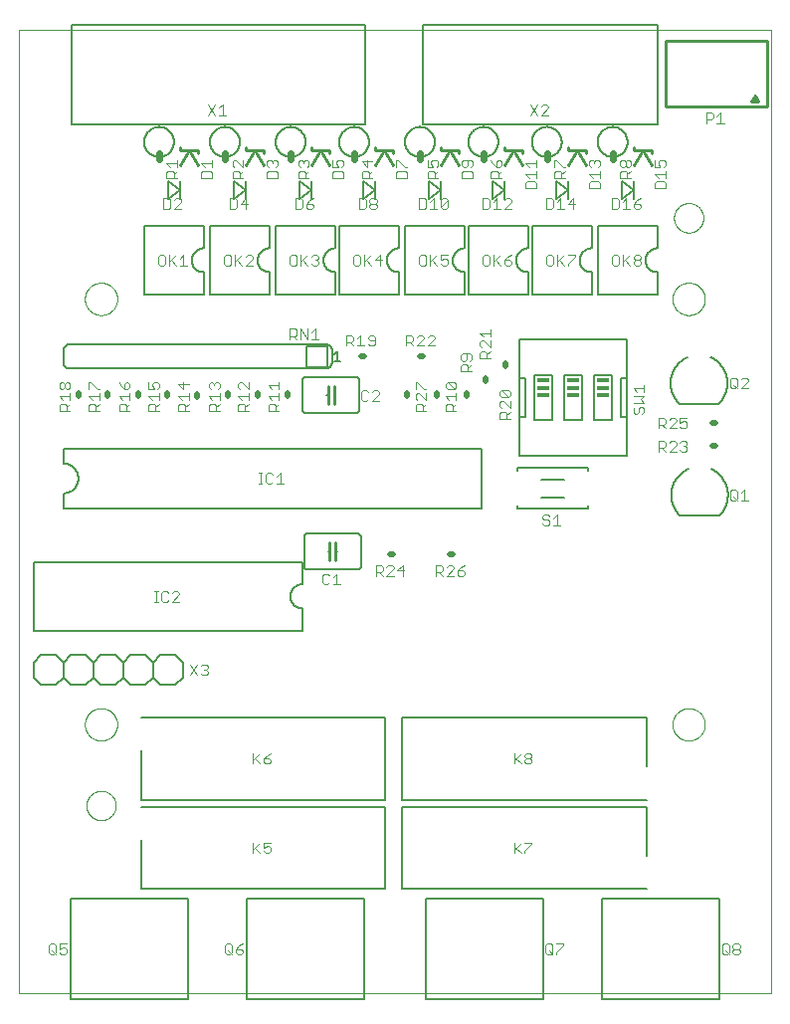
<source format=gto>
G75*
%MOIN*%
%OFA0B0*%
%FSLAX25Y25*%
%IPPOS*%
%LPD*%
%AMOC8*
5,1,8,0,0,1.08239X$1,22.5*
%
%ADD10C,0.00000*%
%ADD11C,0.00600*%
%ADD12C,0.01000*%
%ADD13C,0.00400*%
%ADD14C,0.02400*%
%ADD15C,0.02000*%
%ADD16C,0.00500*%
%ADD17R,0.04000X0.01500*%
%ADD18C,0.00800*%
D10*
X0001300Y0011772D02*
X0001300Y0334606D01*
X0253269Y0334606D01*
X0253269Y0011772D01*
X0001300Y0011772D01*
X0023938Y0074764D02*
X0023940Y0074904D01*
X0023946Y0075044D01*
X0023956Y0075183D01*
X0023970Y0075322D01*
X0023988Y0075461D01*
X0024009Y0075599D01*
X0024035Y0075737D01*
X0024065Y0075874D01*
X0024098Y0076009D01*
X0024136Y0076144D01*
X0024177Y0076278D01*
X0024222Y0076411D01*
X0024270Y0076542D01*
X0024323Y0076671D01*
X0024379Y0076800D01*
X0024438Y0076926D01*
X0024502Y0077051D01*
X0024568Y0077174D01*
X0024639Y0077295D01*
X0024712Y0077414D01*
X0024789Y0077531D01*
X0024870Y0077645D01*
X0024953Y0077757D01*
X0025040Y0077867D01*
X0025130Y0077975D01*
X0025222Y0078079D01*
X0025318Y0078181D01*
X0025417Y0078281D01*
X0025518Y0078377D01*
X0025622Y0078471D01*
X0025729Y0078561D01*
X0025838Y0078648D01*
X0025950Y0078733D01*
X0026064Y0078814D01*
X0026180Y0078892D01*
X0026298Y0078966D01*
X0026419Y0079037D01*
X0026541Y0079105D01*
X0026666Y0079169D01*
X0026792Y0079230D01*
X0026919Y0079287D01*
X0027049Y0079340D01*
X0027180Y0079390D01*
X0027312Y0079435D01*
X0027445Y0079478D01*
X0027580Y0079516D01*
X0027715Y0079550D01*
X0027852Y0079581D01*
X0027989Y0079608D01*
X0028127Y0079630D01*
X0028266Y0079649D01*
X0028405Y0079664D01*
X0028544Y0079675D01*
X0028684Y0079682D01*
X0028824Y0079685D01*
X0028964Y0079684D01*
X0029104Y0079679D01*
X0029243Y0079670D01*
X0029383Y0079657D01*
X0029522Y0079640D01*
X0029660Y0079619D01*
X0029798Y0079595D01*
X0029935Y0079566D01*
X0030071Y0079534D01*
X0030206Y0079497D01*
X0030340Y0079457D01*
X0030473Y0079413D01*
X0030604Y0079365D01*
X0030734Y0079314D01*
X0030863Y0079259D01*
X0030990Y0079200D01*
X0031115Y0079137D01*
X0031238Y0079072D01*
X0031360Y0079002D01*
X0031479Y0078929D01*
X0031597Y0078853D01*
X0031712Y0078774D01*
X0031825Y0078691D01*
X0031935Y0078605D01*
X0032043Y0078516D01*
X0032148Y0078424D01*
X0032251Y0078329D01*
X0032351Y0078231D01*
X0032448Y0078131D01*
X0032542Y0078027D01*
X0032634Y0077921D01*
X0032722Y0077813D01*
X0032807Y0077702D01*
X0032889Y0077588D01*
X0032968Y0077472D01*
X0033043Y0077355D01*
X0033115Y0077235D01*
X0033183Y0077113D01*
X0033248Y0076989D01*
X0033310Y0076863D01*
X0033368Y0076736D01*
X0033422Y0076607D01*
X0033473Y0076476D01*
X0033519Y0076344D01*
X0033562Y0076211D01*
X0033602Y0076077D01*
X0033637Y0075942D01*
X0033669Y0075805D01*
X0033696Y0075668D01*
X0033720Y0075530D01*
X0033740Y0075392D01*
X0033756Y0075253D01*
X0033768Y0075113D01*
X0033776Y0074974D01*
X0033780Y0074834D01*
X0033780Y0074694D01*
X0033776Y0074554D01*
X0033768Y0074415D01*
X0033756Y0074275D01*
X0033740Y0074136D01*
X0033720Y0073998D01*
X0033696Y0073860D01*
X0033669Y0073723D01*
X0033637Y0073586D01*
X0033602Y0073451D01*
X0033562Y0073317D01*
X0033519Y0073184D01*
X0033473Y0073052D01*
X0033422Y0072921D01*
X0033368Y0072792D01*
X0033310Y0072665D01*
X0033248Y0072539D01*
X0033183Y0072415D01*
X0033115Y0072293D01*
X0033043Y0072173D01*
X0032968Y0072056D01*
X0032889Y0071940D01*
X0032807Y0071826D01*
X0032722Y0071715D01*
X0032634Y0071607D01*
X0032542Y0071501D01*
X0032448Y0071397D01*
X0032351Y0071297D01*
X0032251Y0071199D01*
X0032148Y0071104D01*
X0032043Y0071012D01*
X0031935Y0070923D01*
X0031825Y0070837D01*
X0031712Y0070754D01*
X0031597Y0070675D01*
X0031479Y0070599D01*
X0031360Y0070526D01*
X0031238Y0070456D01*
X0031115Y0070391D01*
X0030990Y0070328D01*
X0030863Y0070269D01*
X0030734Y0070214D01*
X0030604Y0070163D01*
X0030473Y0070115D01*
X0030340Y0070071D01*
X0030206Y0070031D01*
X0030071Y0069994D01*
X0029935Y0069962D01*
X0029798Y0069933D01*
X0029660Y0069909D01*
X0029522Y0069888D01*
X0029383Y0069871D01*
X0029243Y0069858D01*
X0029104Y0069849D01*
X0028964Y0069844D01*
X0028824Y0069843D01*
X0028684Y0069846D01*
X0028544Y0069853D01*
X0028405Y0069864D01*
X0028266Y0069879D01*
X0028127Y0069898D01*
X0027989Y0069920D01*
X0027852Y0069947D01*
X0027715Y0069978D01*
X0027580Y0070012D01*
X0027445Y0070050D01*
X0027312Y0070093D01*
X0027180Y0070138D01*
X0027049Y0070188D01*
X0026919Y0070241D01*
X0026792Y0070298D01*
X0026666Y0070359D01*
X0026541Y0070423D01*
X0026419Y0070491D01*
X0026298Y0070562D01*
X0026180Y0070636D01*
X0026064Y0070714D01*
X0025950Y0070795D01*
X0025838Y0070880D01*
X0025729Y0070967D01*
X0025622Y0071057D01*
X0025518Y0071151D01*
X0025417Y0071247D01*
X0025318Y0071347D01*
X0025222Y0071449D01*
X0025130Y0071553D01*
X0025040Y0071661D01*
X0024953Y0071771D01*
X0024870Y0071883D01*
X0024789Y0071997D01*
X0024712Y0072114D01*
X0024639Y0072233D01*
X0024568Y0072354D01*
X0024502Y0072477D01*
X0024438Y0072602D01*
X0024379Y0072728D01*
X0024323Y0072857D01*
X0024270Y0072986D01*
X0024222Y0073117D01*
X0024177Y0073250D01*
X0024136Y0073384D01*
X0024098Y0073519D01*
X0024065Y0073654D01*
X0024035Y0073791D01*
X0024009Y0073929D01*
X0023988Y0074067D01*
X0023970Y0074206D01*
X0023956Y0074345D01*
X0023946Y0074484D01*
X0023940Y0074624D01*
X0023938Y0074764D01*
X0023446Y0101929D02*
X0023448Y0102076D01*
X0023454Y0102222D01*
X0023464Y0102368D01*
X0023478Y0102514D01*
X0023496Y0102660D01*
X0023517Y0102805D01*
X0023543Y0102949D01*
X0023573Y0103093D01*
X0023606Y0103235D01*
X0023643Y0103377D01*
X0023684Y0103518D01*
X0023729Y0103657D01*
X0023778Y0103796D01*
X0023830Y0103933D01*
X0023887Y0104068D01*
X0023946Y0104202D01*
X0024010Y0104334D01*
X0024077Y0104464D01*
X0024147Y0104593D01*
X0024221Y0104720D01*
X0024298Y0104844D01*
X0024379Y0104967D01*
X0024463Y0105087D01*
X0024550Y0105205D01*
X0024640Y0105320D01*
X0024733Y0105433D01*
X0024830Y0105544D01*
X0024929Y0105652D01*
X0025031Y0105757D01*
X0025136Y0105859D01*
X0025244Y0105958D01*
X0025355Y0106055D01*
X0025468Y0106148D01*
X0025583Y0106238D01*
X0025701Y0106325D01*
X0025821Y0106409D01*
X0025944Y0106490D01*
X0026068Y0106567D01*
X0026195Y0106641D01*
X0026324Y0106711D01*
X0026454Y0106778D01*
X0026586Y0106842D01*
X0026720Y0106901D01*
X0026855Y0106958D01*
X0026992Y0107010D01*
X0027131Y0107059D01*
X0027270Y0107104D01*
X0027411Y0107145D01*
X0027553Y0107182D01*
X0027695Y0107215D01*
X0027839Y0107245D01*
X0027983Y0107271D01*
X0028128Y0107292D01*
X0028274Y0107310D01*
X0028420Y0107324D01*
X0028566Y0107334D01*
X0028712Y0107340D01*
X0028859Y0107342D01*
X0029006Y0107340D01*
X0029152Y0107334D01*
X0029298Y0107324D01*
X0029444Y0107310D01*
X0029590Y0107292D01*
X0029735Y0107271D01*
X0029879Y0107245D01*
X0030023Y0107215D01*
X0030165Y0107182D01*
X0030307Y0107145D01*
X0030448Y0107104D01*
X0030587Y0107059D01*
X0030726Y0107010D01*
X0030863Y0106958D01*
X0030998Y0106901D01*
X0031132Y0106842D01*
X0031264Y0106778D01*
X0031394Y0106711D01*
X0031523Y0106641D01*
X0031650Y0106567D01*
X0031774Y0106490D01*
X0031897Y0106409D01*
X0032017Y0106325D01*
X0032135Y0106238D01*
X0032250Y0106148D01*
X0032363Y0106055D01*
X0032474Y0105958D01*
X0032582Y0105859D01*
X0032687Y0105757D01*
X0032789Y0105652D01*
X0032888Y0105544D01*
X0032985Y0105433D01*
X0033078Y0105320D01*
X0033168Y0105205D01*
X0033255Y0105087D01*
X0033339Y0104967D01*
X0033420Y0104844D01*
X0033497Y0104720D01*
X0033571Y0104593D01*
X0033641Y0104464D01*
X0033708Y0104334D01*
X0033772Y0104202D01*
X0033831Y0104068D01*
X0033888Y0103933D01*
X0033940Y0103796D01*
X0033989Y0103657D01*
X0034034Y0103518D01*
X0034075Y0103377D01*
X0034112Y0103235D01*
X0034145Y0103093D01*
X0034175Y0102949D01*
X0034201Y0102805D01*
X0034222Y0102660D01*
X0034240Y0102514D01*
X0034254Y0102368D01*
X0034264Y0102222D01*
X0034270Y0102076D01*
X0034272Y0101929D01*
X0034270Y0101782D01*
X0034264Y0101636D01*
X0034254Y0101490D01*
X0034240Y0101344D01*
X0034222Y0101198D01*
X0034201Y0101053D01*
X0034175Y0100909D01*
X0034145Y0100765D01*
X0034112Y0100623D01*
X0034075Y0100481D01*
X0034034Y0100340D01*
X0033989Y0100201D01*
X0033940Y0100062D01*
X0033888Y0099925D01*
X0033831Y0099790D01*
X0033772Y0099656D01*
X0033708Y0099524D01*
X0033641Y0099394D01*
X0033571Y0099265D01*
X0033497Y0099138D01*
X0033420Y0099014D01*
X0033339Y0098891D01*
X0033255Y0098771D01*
X0033168Y0098653D01*
X0033078Y0098538D01*
X0032985Y0098425D01*
X0032888Y0098314D01*
X0032789Y0098206D01*
X0032687Y0098101D01*
X0032582Y0097999D01*
X0032474Y0097900D01*
X0032363Y0097803D01*
X0032250Y0097710D01*
X0032135Y0097620D01*
X0032017Y0097533D01*
X0031897Y0097449D01*
X0031774Y0097368D01*
X0031650Y0097291D01*
X0031523Y0097217D01*
X0031394Y0097147D01*
X0031264Y0097080D01*
X0031132Y0097016D01*
X0030998Y0096957D01*
X0030863Y0096900D01*
X0030726Y0096848D01*
X0030587Y0096799D01*
X0030448Y0096754D01*
X0030307Y0096713D01*
X0030165Y0096676D01*
X0030023Y0096643D01*
X0029879Y0096613D01*
X0029735Y0096587D01*
X0029590Y0096566D01*
X0029444Y0096548D01*
X0029298Y0096534D01*
X0029152Y0096524D01*
X0029006Y0096518D01*
X0028859Y0096516D01*
X0028712Y0096518D01*
X0028566Y0096524D01*
X0028420Y0096534D01*
X0028274Y0096548D01*
X0028128Y0096566D01*
X0027983Y0096587D01*
X0027839Y0096613D01*
X0027695Y0096643D01*
X0027553Y0096676D01*
X0027411Y0096713D01*
X0027270Y0096754D01*
X0027131Y0096799D01*
X0026992Y0096848D01*
X0026855Y0096900D01*
X0026720Y0096957D01*
X0026586Y0097016D01*
X0026454Y0097080D01*
X0026324Y0097147D01*
X0026195Y0097217D01*
X0026068Y0097291D01*
X0025944Y0097368D01*
X0025821Y0097449D01*
X0025701Y0097533D01*
X0025583Y0097620D01*
X0025468Y0097710D01*
X0025355Y0097803D01*
X0025244Y0097900D01*
X0025136Y0097999D01*
X0025031Y0098101D01*
X0024929Y0098206D01*
X0024830Y0098314D01*
X0024733Y0098425D01*
X0024640Y0098538D01*
X0024550Y0098653D01*
X0024463Y0098771D01*
X0024379Y0098891D01*
X0024298Y0099014D01*
X0024221Y0099138D01*
X0024147Y0099265D01*
X0024077Y0099394D01*
X0024010Y0099524D01*
X0023946Y0099656D01*
X0023887Y0099790D01*
X0023830Y0099925D01*
X0023778Y0100062D01*
X0023729Y0100201D01*
X0023684Y0100340D01*
X0023643Y0100481D01*
X0023606Y0100623D01*
X0023573Y0100765D01*
X0023543Y0100909D01*
X0023517Y0101053D01*
X0023496Y0101198D01*
X0023478Y0101344D01*
X0023464Y0101490D01*
X0023454Y0101636D01*
X0023448Y0101782D01*
X0023446Y0101929D01*
X0023446Y0244449D02*
X0023448Y0244596D01*
X0023454Y0244742D01*
X0023464Y0244888D01*
X0023478Y0245034D01*
X0023496Y0245180D01*
X0023517Y0245325D01*
X0023543Y0245469D01*
X0023573Y0245613D01*
X0023606Y0245755D01*
X0023643Y0245897D01*
X0023684Y0246038D01*
X0023729Y0246177D01*
X0023778Y0246316D01*
X0023830Y0246453D01*
X0023887Y0246588D01*
X0023946Y0246722D01*
X0024010Y0246854D01*
X0024077Y0246984D01*
X0024147Y0247113D01*
X0024221Y0247240D01*
X0024298Y0247364D01*
X0024379Y0247487D01*
X0024463Y0247607D01*
X0024550Y0247725D01*
X0024640Y0247840D01*
X0024733Y0247953D01*
X0024830Y0248064D01*
X0024929Y0248172D01*
X0025031Y0248277D01*
X0025136Y0248379D01*
X0025244Y0248478D01*
X0025355Y0248575D01*
X0025468Y0248668D01*
X0025583Y0248758D01*
X0025701Y0248845D01*
X0025821Y0248929D01*
X0025944Y0249010D01*
X0026068Y0249087D01*
X0026195Y0249161D01*
X0026324Y0249231D01*
X0026454Y0249298D01*
X0026586Y0249362D01*
X0026720Y0249421D01*
X0026855Y0249478D01*
X0026992Y0249530D01*
X0027131Y0249579D01*
X0027270Y0249624D01*
X0027411Y0249665D01*
X0027553Y0249702D01*
X0027695Y0249735D01*
X0027839Y0249765D01*
X0027983Y0249791D01*
X0028128Y0249812D01*
X0028274Y0249830D01*
X0028420Y0249844D01*
X0028566Y0249854D01*
X0028712Y0249860D01*
X0028859Y0249862D01*
X0029006Y0249860D01*
X0029152Y0249854D01*
X0029298Y0249844D01*
X0029444Y0249830D01*
X0029590Y0249812D01*
X0029735Y0249791D01*
X0029879Y0249765D01*
X0030023Y0249735D01*
X0030165Y0249702D01*
X0030307Y0249665D01*
X0030448Y0249624D01*
X0030587Y0249579D01*
X0030726Y0249530D01*
X0030863Y0249478D01*
X0030998Y0249421D01*
X0031132Y0249362D01*
X0031264Y0249298D01*
X0031394Y0249231D01*
X0031523Y0249161D01*
X0031650Y0249087D01*
X0031774Y0249010D01*
X0031897Y0248929D01*
X0032017Y0248845D01*
X0032135Y0248758D01*
X0032250Y0248668D01*
X0032363Y0248575D01*
X0032474Y0248478D01*
X0032582Y0248379D01*
X0032687Y0248277D01*
X0032789Y0248172D01*
X0032888Y0248064D01*
X0032985Y0247953D01*
X0033078Y0247840D01*
X0033168Y0247725D01*
X0033255Y0247607D01*
X0033339Y0247487D01*
X0033420Y0247364D01*
X0033497Y0247240D01*
X0033571Y0247113D01*
X0033641Y0246984D01*
X0033708Y0246854D01*
X0033772Y0246722D01*
X0033831Y0246588D01*
X0033888Y0246453D01*
X0033940Y0246316D01*
X0033989Y0246177D01*
X0034034Y0246038D01*
X0034075Y0245897D01*
X0034112Y0245755D01*
X0034145Y0245613D01*
X0034175Y0245469D01*
X0034201Y0245325D01*
X0034222Y0245180D01*
X0034240Y0245034D01*
X0034254Y0244888D01*
X0034264Y0244742D01*
X0034270Y0244596D01*
X0034272Y0244449D01*
X0034270Y0244302D01*
X0034264Y0244156D01*
X0034254Y0244010D01*
X0034240Y0243864D01*
X0034222Y0243718D01*
X0034201Y0243573D01*
X0034175Y0243429D01*
X0034145Y0243285D01*
X0034112Y0243143D01*
X0034075Y0243001D01*
X0034034Y0242860D01*
X0033989Y0242721D01*
X0033940Y0242582D01*
X0033888Y0242445D01*
X0033831Y0242310D01*
X0033772Y0242176D01*
X0033708Y0242044D01*
X0033641Y0241914D01*
X0033571Y0241785D01*
X0033497Y0241658D01*
X0033420Y0241534D01*
X0033339Y0241411D01*
X0033255Y0241291D01*
X0033168Y0241173D01*
X0033078Y0241058D01*
X0032985Y0240945D01*
X0032888Y0240834D01*
X0032789Y0240726D01*
X0032687Y0240621D01*
X0032582Y0240519D01*
X0032474Y0240420D01*
X0032363Y0240323D01*
X0032250Y0240230D01*
X0032135Y0240140D01*
X0032017Y0240053D01*
X0031897Y0239969D01*
X0031774Y0239888D01*
X0031650Y0239811D01*
X0031523Y0239737D01*
X0031394Y0239667D01*
X0031264Y0239600D01*
X0031132Y0239536D01*
X0030998Y0239477D01*
X0030863Y0239420D01*
X0030726Y0239368D01*
X0030587Y0239319D01*
X0030448Y0239274D01*
X0030307Y0239233D01*
X0030165Y0239196D01*
X0030023Y0239163D01*
X0029879Y0239133D01*
X0029735Y0239107D01*
X0029590Y0239086D01*
X0029444Y0239068D01*
X0029298Y0239054D01*
X0029152Y0239044D01*
X0029006Y0239038D01*
X0028859Y0239036D01*
X0028712Y0239038D01*
X0028566Y0239044D01*
X0028420Y0239054D01*
X0028274Y0239068D01*
X0028128Y0239086D01*
X0027983Y0239107D01*
X0027839Y0239133D01*
X0027695Y0239163D01*
X0027553Y0239196D01*
X0027411Y0239233D01*
X0027270Y0239274D01*
X0027131Y0239319D01*
X0026992Y0239368D01*
X0026855Y0239420D01*
X0026720Y0239477D01*
X0026586Y0239536D01*
X0026454Y0239600D01*
X0026324Y0239667D01*
X0026195Y0239737D01*
X0026068Y0239811D01*
X0025944Y0239888D01*
X0025821Y0239969D01*
X0025701Y0240053D01*
X0025583Y0240140D01*
X0025468Y0240230D01*
X0025355Y0240323D01*
X0025244Y0240420D01*
X0025136Y0240519D01*
X0025031Y0240621D01*
X0024929Y0240726D01*
X0024830Y0240834D01*
X0024733Y0240945D01*
X0024640Y0241058D01*
X0024550Y0241173D01*
X0024463Y0241291D01*
X0024379Y0241411D01*
X0024298Y0241534D01*
X0024221Y0241658D01*
X0024147Y0241785D01*
X0024077Y0241914D01*
X0024010Y0242044D01*
X0023946Y0242176D01*
X0023887Y0242310D01*
X0023830Y0242445D01*
X0023778Y0242582D01*
X0023729Y0242721D01*
X0023684Y0242860D01*
X0023643Y0243001D01*
X0023606Y0243143D01*
X0023573Y0243285D01*
X0023543Y0243429D01*
X0023517Y0243573D01*
X0023496Y0243718D01*
X0023478Y0243864D01*
X0023464Y0244010D01*
X0023454Y0244156D01*
X0023448Y0244302D01*
X0023446Y0244449D01*
X0220296Y0244449D02*
X0220298Y0244596D01*
X0220304Y0244742D01*
X0220314Y0244888D01*
X0220328Y0245034D01*
X0220346Y0245180D01*
X0220367Y0245325D01*
X0220393Y0245469D01*
X0220423Y0245613D01*
X0220456Y0245755D01*
X0220493Y0245897D01*
X0220534Y0246038D01*
X0220579Y0246177D01*
X0220628Y0246316D01*
X0220680Y0246453D01*
X0220737Y0246588D01*
X0220796Y0246722D01*
X0220860Y0246854D01*
X0220927Y0246984D01*
X0220997Y0247113D01*
X0221071Y0247240D01*
X0221148Y0247364D01*
X0221229Y0247487D01*
X0221313Y0247607D01*
X0221400Y0247725D01*
X0221490Y0247840D01*
X0221583Y0247953D01*
X0221680Y0248064D01*
X0221779Y0248172D01*
X0221881Y0248277D01*
X0221986Y0248379D01*
X0222094Y0248478D01*
X0222205Y0248575D01*
X0222318Y0248668D01*
X0222433Y0248758D01*
X0222551Y0248845D01*
X0222671Y0248929D01*
X0222794Y0249010D01*
X0222918Y0249087D01*
X0223045Y0249161D01*
X0223174Y0249231D01*
X0223304Y0249298D01*
X0223436Y0249362D01*
X0223570Y0249421D01*
X0223705Y0249478D01*
X0223842Y0249530D01*
X0223981Y0249579D01*
X0224120Y0249624D01*
X0224261Y0249665D01*
X0224403Y0249702D01*
X0224545Y0249735D01*
X0224689Y0249765D01*
X0224833Y0249791D01*
X0224978Y0249812D01*
X0225124Y0249830D01*
X0225270Y0249844D01*
X0225416Y0249854D01*
X0225562Y0249860D01*
X0225709Y0249862D01*
X0225856Y0249860D01*
X0226002Y0249854D01*
X0226148Y0249844D01*
X0226294Y0249830D01*
X0226440Y0249812D01*
X0226585Y0249791D01*
X0226729Y0249765D01*
X0226873Y0249735D01*
X0227015Y0249702D01*
X0227157Y0249665D01*
X0227298Y0249624D01*
X0227437Y0249579D01*
X0227576Y0249530D01*
X0227713Y0249478D01*
X0227848Y0249421D01*
X0227982Y0249362D01*
X0228114Y0249298D01*
X0228244Y0249231D01*
X0228373Y0249161D01*
X0228500Y0249087D01*
X0228624Y0249010D01*
X0228747Y0248929D01*
X0228867Y0248845D01*
X0228985Y0248758D01*
X0229100Y0248668D01*
X0229213Y0248575D01*
X0229324Y0248478D01*
X0229432Y0248379D01*
X0229537Y0248277D01*
X0229639Y0248172D01*
X0229738Y0248064D01*
X0229835Y0247953D01*
X0229928Y0247840D01*
X0230018Y0247725D01*
X0230105Y0247607D01*
X0230189Y0247487D01*
X0230270Y0247364D01*
X0230347Y0247240D01*
X0230421Y0247113D01*
X0230491Y0246984D01*
X0230558Y0246854D01*
X0230622Y0246722D01*
X0230681Y0246588D01*
X0230738Y0246453D01*
X0230790Y0246316D01*
X0230839Y0246177D01*
X0230884Y0246038D01*
X0230925Y0245897D01*
X0230962Y0245755D01*
X0230995Y0245613D01*
X0231025Y0245469D01*
X0231051Y0245325D01*
X0231072Y0245180D01*
X0231090Y0245034D01*
X0231104Y0244888D01*
X0231114Y0244742D01*
X0231120Y0244596D01*
X0231122Y0244449D01*
X0231120Y0244302D01*
X0231114Y0244156D01*
X0231104Y0244010D01*
X0231090Y0243864D01*
X0231072Y0243718D01*
X0231051Y0243573D01*
X0231025Y0243429D01*
X0230995Y0243285D01*
X0230962Y0243143D01*
X0230925Y0243001D01*
X0230884Y0242860D01*
X0230839Y0242721D01*
X0230790Y0242582D01*
X0230738Y0242445D01*
X0230681Y0242310D01*
X0230622Y0242176D01*
X0230558Y0242044D01*
X0230491Y0241914D01*
X0230421Y0241785D01*
X0230347Y0241658D01*
X0230270Y0241534D01*
X0230189Y0241411D01*
X0230105Y0241291D01*
X0230018Y0241173D01*
X0229928Y0241058D01*
X0229835Y0240945D01*
X0229738Y0240834D01*
X0229639Y0240726D01*
X0229537Y0240621D01*
X0229432Y0240519D01*
X0229324Y0240420D01*
X0229213Y0240323D01*
X0229100Y0240230D01*
X0228985Y0240140D01*
X0228867Y0240053D01*
X0228747Y0239969D01*
X0228624Y0239888D01*
X0228500Y0239811D01*
X0228373Y0239737D01*
X0228244Y0239667D01*
X0228114Y0239600D01*
X0227982Y0239536D01*
X0227848Y0239477D01*
X0227713Y0239420D01*
X0227576Y0239368D01*
X0227437Y0239319D01*
X0227298Y0239274D01*
X0227157Y0239233D01*
X0227015Y0239196D01*
X0226873Y0239163D01*
X0226729Y0239133D01*
X0226585Y0239107D01*
X0226440Y0239086D01*
X0226294Y0239068D01*
X0226148Y0239054D01*
X0226002Y0239044D01*
X0225856Y0239038D01*
X0225709Y0239036D01*
X0225562Y0239038D01*
X0225416Y0239044D01*
X0225270Y0239054D01*
X0225124Y0239068D01*
X0224978Y0239086D01*
X0224833Y0239107D01*
X0224689Y0239133D01*
X0224545Y0239163D01*
X0224403Y0239196D01*
X0224261Y0239233D01*
X0224120Y0239274D01*
X0223981Y0239319D01*
X0223842Y0239368D01*
X0223705Y0239420D01*
X0223570Y0239477D01*
X0223436Y0239536D01*
X0223304Y0239600D01*
X0223174Y0239667D01*
X0223045Y0239737D01*
X0222918Y0239811D01*
X0222794Y0239888D01*
X0222671Y0239969D01*
X0222551Y0240053D01*
X0222433Y0240140D01*
X0222318Y0240230D01*
X0222205Y0240323D01*
X0222094Y0240420D01*
X0221986Y0240519D01*
X0221881Y0240621D01*
X0221779Y0240726D01*
X0221680Y0240834D01*
X0221583Y0240945D01*
X0221490Y0241058D01*
X0221400Y0241173D01*
X0221313Y0241291D01*
X0221229Y0241411D01*
X0221148Y0241534D01*
X0221071Y0241658D01*
X0220997Y0241785D01*
X0220927Y0241914D01*
X0220860Y0242044D01*
X0220796Y0242176D01*
X0220737Y0242310D01*
X0220680Y0242445D01*
X0220628Y0242582D01*
X0220579Y0242721D01*
X0220534Y0242860D01*
X0220493Y0243001D01*
X0220456Y0243143D01*
X0220423Y0243285D01*
X0220393Y0243429D01*
X0220367Y0243573D01*
X0220346Y0243718D01*
X0220328Y0243864D01*
X0220314Y0244010D01*
X0220304Y0244156D01*
X0220298Y0244302D01*
X0220296Y0244449D01*
X0220788Y0271614D02*
X0220790Y0271754D01*
X0220796Y0271894D01*
X0220806Y0272033D01*
X0220820Y0272172D01*
X0220838Y0272311D01*
X0220859Y0272449D01*
X0220885Y0272587D01*
X0220915Y0272724D01*
X0220948Y0272859D01*
X0220986Y0272994D01*
X0221027Y0273128D01*
X0221072Y0273261D01*
X0221120Y0273392D01*
X0221173Y0273521D01*
X0221229Y0273650D01*
X0221288Y0273776D01*
X0221352Y0273901D01*
X0221418Y0274024D01*
X0221489Y0274145D01*
X0221562Y0274264D01*
X0221639Y0274381D01*
X0221720Y0274495D01*
X0221803Y0274607D01*
X0221890Y0274717D01*
X0221980Y0274825D01*
X0222072Y0274929D01*
X0222168Y0275031D01*
X0222267Y0275131D01*
X0222368Y0275227D01*
X0222472Y0275321D01*
X0222579Y0275411D01*
X0222688Y0275498D01*
X0222800Y0275583D01*
X0222914Y0275664D01*
X0223030Y0275742D01*
X0223148Y0275816D01*
X0223269Y0275887D01*
X0223391Y0275955D01*
X0223516Y0276019D01*
X0223642Y0276080D01*
X0223769Y0276137D01*
X0223899Y0276190D01*
X0224030Y0276240D01*
X0224162Y0276285D01*
X0224295Y0276328D01*
X0224430Y0276366D01*
X0224565Y0276400D01*
X0224702Y0276431D01*
X0224839Y0276458D01*
X0224977Y0276480D01*
X0225116Y0276499D01*
X0225255Y0276514D01*
X0225394Y0276525D01*
X0225534Y0276532D01*
X0225674Y0276535D01*
X0225814Y0276534D01*
X0225954Y0276529D01*
X0226093Y0276520D01*
X0226233Y0276507D01*
X0226372Y0276490D01*
X0226510Y0276469D01*
X0226648Y0276445D01*
X0226785Y0276416D01*
X0226921Y0276384D01*
X0227056Y0276347D01*
X0227190Y0276307D01*
X0227323Y0276263D01*
X0227454Y0276215D01*
X0227584Y0276164D01*
X0227713Y0276109D01*
X0227840Y0276050D01*
X0227965Y0275987D01*
X0228088Y0275922D01*
X0228210Y0275852D01*
X0228329Y0275779D01*
X0228447Y0275703D01*
X0228562Y0275624D01*
X0228675Y0275541D01*
X0228785Y0275455D01*
X0228893Y0275366D01*
X0228998Y0275274D01*
X0229101Y0275179D01*
X0229201Y0275081D01*
X0229298Y0274981D01*
X0229392Y0274877D01*
X0229484Y0274771D01*
X0229572Y0274663D01*
X0229657Y0274552D01*
X0229739Y0274438D01*
X0229818Y0274322D01*
X0229893Y0274205D01*
X0229965Y0274085D01*
X0230033Y0273963D01*
X0230098Y0273839D01*
X0230160Y0273713D01*
X0230218Y0273586D01*
X0230272Y0273457D01*
X0230323Y0273326D01*
X0230369Y0273194D01*
X0230412Y0273061D01*
X0230452Y0272927D01*
X0230487Y0272792D01*
X0230519Y0272655D01*
X0230546Y0272518D01*
X0230570Y0272380D01*
X0230590Y0272242D01*
X0230606Y0272103D01*
X0230618Y0271963D01*
X0230626Y0271824D01*
X0230630Y0271684D01*
X0230630Y0271544D01*
X0230626Y0271404D01*
X0230618Y0271265D01*
X0230606Y0271125D01*
X0230590Y0270986D01*
X0230570Y0270848D01*
X0230546Y0270710D01*
X0230519Y0270573D01*
X0230487Y0270436D01*
X0230452Y0270301D01*
X0230412Y0270167D01*
X0230369Y0270034D01*
X0230323Y0269902D01*
X0230272Y0269771D01*
X0230218Y0269642D01*
X0230160Y0269515D01*
X0230098Y0269389D01*
X0230033Y0269265D01*
X0229965Y0269143D01*
X0229893Y0269023D01*
X0229818Y0268906D01*
X0229739Y0268790D01*
X0229657Y0268676D01*
X0229572Y0268565D01*
X0229484Y0268457D01*
X0229392Y0268351D01*
X0229298Y0268247D01*
X0229201Y0268147D01*
X0229101Y0268049D01*
X0228998Y0267954D01*
X0228893Y0267862D01*
X0228785Y0267773D01*
X0228675Y0267687D01*
X0228562Y0267604D01*
X0228447Y0267525D01*
X0228329Y0267449D01*
X0228210Y0267376D01*
X0228088Y0267306D01*
X0227965Y0267241D01*
X0227840Y0267178D01*
X0227713Y0267119D01*
X0227584Y0267064D01*
X0227454Y0267013D01*
X0227323Y0266965D01*
X0227190Y0266921D01*
X0227056Y0266881D01*
X0226921Y0266844D01*
X0226785Y0266812D01*
X0226648Y0266783D01*
X0226510Y0266759D01*
X0226372Y0266738D01*
X0226233Y0266721D01*
X0226093Y0266708D01*
X0225954Y0266699D01*
X0225814Y0266694D01*
X0225674Y0266693D01*
X0225534Y0266696D01*
X0225394Y0266703D01*
X0225255Y0266714D01*
X0225116Y0266729D01*
X0224977Y0266748D01*
X0224839Y0266770D01*
X0224702Y0266797D01*
X0224565Y0266828D01*
X0224430Y0266862D01*
X0224295Y0266900D01*
X0224162Y0266943D01*
X0224030Y0266988D01*
X0223899Y0267038D01*
X0223769Y0267091D01*
X0223642Y0267148D01*
X0223516Y0267209D01*
X0223391Y0267273D01*
X0223269Y0267341D01*
X0223148Y0267412D01*
X0223030Y0267486D01*
X0222914Y0267564D01*
X0222800Y0267645D01*
X0222688Y0267730D01*
X0222579Y0267817D01*
X0222472Y0267907D01*
X0222368Y0268001D01*
X0222267Y0268097D01*
X0222168Y0268197D01*
X0222072Y0268299D01*
X0221980Y0268403D01*
X0221890Y0268511D01*
X0221803Y0268621D01*
X0221720Y0268733D01*
X0221639Y0268847D01*
X0221562Y0268964D01*
X0221489Y0269083D01*
X0221418Y0269204D01*
X0221352Y0269327D01*
X0221288Y0269452D01*
X0221229Y0269578D01*
X0221173Y0269707D01*
X0221120Y0269836D01*
X0221072Y0269967D01*
X0221027Y0270100D01*
X0220986Y0270234D01*
X0220948Y0270369D01*
X0220915Y0270504D01*
X0220885Y0270641D01*
X0220859Y0270779D01*
X0220838Y0270917D01*
X0220820Y0271056D01*
X0220806Y0271195D01*
X0220796Y0271334D01*
X0220790Y0271474D01*
X0220788Y0271614D01*
X0220296Y0101929D02*
X0220298Y0102076D01*
X0220304Y0102222D01*
X0220314Y0102368D01*
X0220328Y0102514D01*
X0220346Y0102660D01*
X0220367Y0102805D01*
X0220393Y0102949D01*
X0220423Y0103093D01*
X0220456Y0103235D01*
X0220493Y0103377D01*
X0220534Y0103518D01*
X0220579Y0103657D01*
X0220628Y0103796D01*
X0220680Y0103933D01*
X0220737Y0104068D01*
X0220796Y0104202D01*
X0220860Y0104334D01*
X0220927Y0104464D01*
X0220997Y0104593D01*
X0221071Y0104720D01*
X0221148Y0104844D01*
X0221229Y0104967D01*
X0221313Y0105087D01*
X0221400Y0105205D01*
X0221490Y0105320D01*
X0221583Y0105433D01*
X0221680Y0105544D01*
X0221779Y0105652D01*
X0221881Y0105757D01*
X0221986Y0105859D01*
X0222094Y0105958D01*
X0222205Y0106055D01*
X0222318Y0106148D01*
X0222433Y0106238D01*
X0222551Y0106325D01*
X0222671Y0106409D01*
X0222794Y0106490D01*
X0222918Y0106567D01*
X0223045Y0106641D01*
X0223174Y0106711D01*
X0223304Y0106778D01*
X0223436Y0106842D01*
X0223570Y0106901D01*
X0223705Y0106958D01*
X0223842Y0107010D01*
X0223981Y0107059D01*
X0224120Y0107104D01*
X0224261Y0107145D01*
X0224403Y0107182D01*
X0224545Y0107215D01*
X0224689Y0107245D01*
X0224833Y0107271D01*
X0224978Y0107292D01*
X0225124Y0107310D01*
X0225270Y0107324D01*
X0225416Y0107334D01*
X0225562Y0107340D01*
X0225709Y0107342D01*
X0225856Y0107340D01*
X0226002Y0107334D01*
X0226148Y0107324D01*
X0226294Y0107310D01*
X0226440Y0107292D01*
X0226585Y0107271D01*
X0226729Y0107245D01*
X0226873Y0107215D01*
X0227015Y0107182D01*
X0227157Y0107145D01*
X0227298Y0107104D01*
X0227437Y0107059D01*
X0227576Y0107010D01*
X0227713Y0106958D01*
X0227848Y0106901D01*
X0227982Y0106842D01*
X0228114Y0106778D01*
X0228244Y0106711D01*
X0228373Y0106641D01*
X0228500Y0106567D01*
X0228624Y0106490D01*
X0228747Y0106409D01*
X0228867Y0106325D01*
X0228985Y0106238D01*
X0229100Y0106148D01*
X0229213Y0106055D01*
X0229324Y0105958D01*
X0229432Y0105859D01*
X0229537Y0105757D01*
X0229639Y0105652D01*
X0229738Y0105544D01*
X0229835Y0105433D01*
X0229928Y0105320D01*
X0230018Y0105205D01*
X0230105Y0105087D01*
X0230189Y0104967D01*
X0230270Y0104844D01*
X0230347Y0104720D01*
X0230421Y0104593D01*
X0230491Y0104464D01*
X0230558Y0104334D01*
X0230622Y0104202D01*
X0230681Y0104068D01*
X0230738Y0103933D01*
X0230790Y0103796D01*
X0230839Y0103657D01*
X0230884Y0103518D01*
X0230925Y0103377D01*
X0230962Y0103235D01*
X0230995Y0103093D01*
X0231025Y0102949D01*
X0231051Y0102805D01*
X0231072Y0102660D01*
X0231090Y0102514D01*
X0231104Y0102368D01*
X0231114Y0102222D01*
X0231120Y0102076D01*
X0231122Y0101929D01*
X0231120Y0101782D01*
X0231114Y0101636D01*
X0231104Y0101490D01*
X0231090Y0101344D01*
X0231072Y0101198D01*
X0231051Y0101053D01*
X0231025Y0100909D01*
X0230995Y0100765D01*
X0230962Y0100623D01*
X0230925Y0100481D01*
X0230884Y0100340D01*
X0230839Y0100201D01*
X0230790Y0100062D01*
X0230738Y0099925D01*
X0230681Y0099790D01*
X0230622Y0099656D01*
X0230558Y0099524D01*
X0230491Y0099394D01*
X0230421Y0099265D01*
X0230347Y0099138D01*
X0230270Y0099014D01*
X0230189Y0098891D01*
X0230105Y0098771D01*
X0230018Y0098653D01*
X0229928Y0098538D01*
X0229835Y0098425D01*
X0229738Y0098314D01*
X0229639Y0098206D01*
X0229537Y0098101D01*
X0229432Y0097999D01*
X0229324Y0097900D01*
X0229213Y0097803D01*
X0229100Y0097710D01*
X0228985Y0097620D01*
X0228867Y0097533D01*
X0228747Y0097449D01*
X0228624Y0097368D01*
X0228500Y0097291D01*
X0228373Y0097217D01*
X0228244Y0097147D01*
X0228114Y0097080D01*
X0227982Y0097016D01*
X0227848Y0096957D01*
X0227713Y0096900D01*
X0227576Y0096848D01*
X0227437Y0096799D01*
X0227298Y0096754D01*
X0227157Y0096713D01*
X0227015Y0096676D01*
X0226873Y0096643D01*
X0226729Y0096613D01*
X0226585Y0096587D01*
X0226440Y0096566D01*
X0226294Y0096548D01*
X0226148Y0096534D01*
X0226002Y0096524D01*
X0225856Y0096518D01*
X0225709Y0096516D01*
X0225562Y0096518D01*
X0225416Y0096524D01*
X0225270Y0096534D01*
X0225124Y0096548D01*
X0224978Y0096566D01*
X0224833Y0096587D01*
X0224689Y0096613D01*
X0224545Y0096643D01*
X0224403Y0096676D01*
X0224261Y0096713D01*
X0224120Y0096754D01*
X0223981Y0096799D01*
X0223842Y0096848D01*
X0223705Y0096900D01*
X0223570Y0096957D01*
X0223436Y0097016D01*
X0223304Y0097080D01*
X0223174Y0097147D01*
X0223045Y0097217D01*
X0222918Y0097291D01*
X0222794Y0097368D01*
X0222671Y0097449D01*
X0222551Y0097533D01*
X0222433Y0097620D01*
X0222318Y0097710D01*
X0222205Y0097803D01*
X0222094Y0097900D01*
X0221986Y0097999D01*
X0221881Y0098101D01*
X0221779Y0098206D01*
X0221680Y0098314D01*
X0221583Y0098425D01*
X0221490Y0098538D01*
X0221400Y0098653D01*
X0221313Y0098771D01*
X0221229Y0098891D01*
X0221148Y0099014D01*
X0221071Y0099138D01*
X0220997Y0099265D01*
X0220927Y0099394D01*
X0220860Y0099524D01*
X0220796Y0099656D01*
X0220737Y0099790D01*
X0220680Y0099925D01*
X0220628Y0100062D01*
X0220579Y0100201D01*
X0220534Y0100340D01*
X0220493Y0100481D01*
X0220456Y0100623D01*
X0220423Y0100765D01*
X0220393Y0100909D01*
X0220367Y0101053D01*
X0220346Y0101198D01*
X0220328Y0101344D01*
X0220314Y0101490D01*
X0220304Y0101636D01*
X0220298Y0101782D01*
X0220296Y0101929D01*
D11*
X0222950Y0171819D02*
X0235792Y0171819D01*
X0222950Y0171819D02*
X0222780Y0171978D01*
X0222614Y0172142D01*
X0222452Y0172310D01*
X0222295Y0172481D01*
X0222142Y0172657D01*
X0221993Y0172836D01*
X0221848Y0173019D01*
X0221708Y0173205D01*
X0221573Y0173394D01*
X0221442Y0173587D01*
X0221317Y0173783D01*
X0221196Y0173982D01*
X0221079Y0174184D01*
X0220968Y0174389D01*
X0220862Y0174596D01*
X0220761Y0174806D01*
X0220665Y0175018D01*
X0220575Y0175233D01*
X0220490Y0175449D01*
X0220410Y0175668D01*
X0220335Y0175889D01*
X0220266Y0176111D01*
X0220202Y0176335D01*
X0220144Y0176561D01*
X0220092Y0176788D01*
X0220045Y0177016D01*
X0220003Y0177245D01*
X0219968Y0177475D01*
X0219937Y0177706D01*
X0219913Y0177938D01*
X0219894Y0178170D01*
X0219881Y0178402D01*
X0219874Y0178635D01*
X0219872Y0178868D01*
X0219876Y0179101D01*
X0219886Y0179334D01*
X0219901Y0179566D01*
X0219923Y0179798D01*
X0219949Y0180029D01*
X0219982Y0180260D01*
X0220020Y0180490D01*
X0220064Y0180719D01*
X0220113Y0180946D01*
X0220168Y0181172D01*
X0220229Y0181397D01*
X0220295Y0181621D01*
X0220366Y0181842D01*
X0220443Y0182062D01*
X0220525Y0182280D01*
X0220612Y0182496D01*
X0220705Y0182710D01*
X0220803Y0182921D01*
X0220906Y0183130D01*
X0221015Y0183336D01*
X0221128Y0183540D01*
X0221246Y0183740D01*
X0221369Y0183938D01*
X0221497Y0184133D01*
X0221630Y0184324D01*
X0221767Y0184512D01*
X0221909Y0184697D01*
X0222055Y0184878D01*
X0222206Y0185056D01*
X0222361Y0185229D01*
X0222520Y0185399D01*
X0222684Y0185565D01*
X0222851Y0185727D01*
X0223022Y0185885D01*
X0223197Y0186039D01*
X0223376Y0186188D01*
X0223559Y0186333D01*
X0223745Y0186473D01*
X0223934Y0186609D01*
X0224127Y0186740D01*
X0224322Y0186866D01*
X0224521Y0186987D01*
X0224723Y0187104D01*
X0224927Y0187215D01*
X0225134Y0187322D01*
X0225344Y0187423D01*
X0225556Y0187519D01*
X0233186Y0187519D02*
X0233398Y0187423D01*
X0233608Y0187322D01*
X0233815Y0187215D01*
X0234019Y0187104D01*
X0234221Y0186987D01*
X0234420Y0186866D01*
X0234615Y0186740D01*
X0234808Y0186609D01*
X0234997Y0186473D01*
X0235183Y0186333D01*
X0235366Y0186188D01*
X0235545Y0186039D01*
X0235720Y0185885D01*
X0235891Y0185727D01*
X0236058Y0185565D01*
X0236222Y0185399D01*
X0236381Y0185229D01*
X0236536Y0185056D01*
X0236687Y0184878D01*
X0236833Y0184697D01*
X0236975Y0184512D01*
X0237112Y0184324D01*
X0237245Y0184133D01*
X0237373Y0183938D01*
X0237496Y0183740D01*
X0237614Y0183540D01*
X0237727Y0183336D01*
X0237836Y0183130D01*
X0237939Y0182921D01*
X0238037Y0182710D01*
X0238130Y0182496D01*
X0238217Y0182280D01*
X0238299Y0182062D01*
X0238376Y0181842D01*
X0238447Y0181621D01*
X0238513Y0181397D01*
X0238574Y0181172D01*
X0238629Y0180946D01*
X0238678Y0180719D01*
X0238722Y0180490D01*
X0238760Y0180260D01*
X0238793Y0180029D01*
X0238819Y0179798D01*
X0238841Y0179566D01*
X0238856Y0179334D01*
X0238866Y0179101D01*
X0238870Y0178868D01*
X0238868Y0178635D01*
X0238861Y0178402D01*
X0238848Y0178170D01*
X0238829Y0177938D01*
X0238805Y0177706D01*
X0238774Y0177475D01*
X0238739Y0177245D01*
X0238697Y0177016D01*
X0238650Y0176788D01*
X0238598Y0176561D01*
X0238540Y0176335D01*
X0238476Y0176111D01*
X0238407Y0175889D01*
X0238332Y0175668D01*
X0238252Y0175449D01*
X0238167Y0175233D01*
X0238077Y0175018D01*
X0237981Y0174806D01*
X0237880Y0174596D01*
X0237774Y0174389D01*
X0237663Y0174184D01*
X0237546Y0173982D01*
X0237425Y0173783D01*
X0237300Y0173587D01*
X0237169Y0173394D01*
X0237034Y0173205D01*
X0236894Y0173019D01*
X0236749Y0172836D01*
X0236600Y0172657D01*
X0236447Y0172481D01*
X0236290Y0172310D01*
X0236128Y0172142D01*
X0235962Y0171978D01*
X0235792Y0171819D01*
X0205048Y0191839D02*
X0205048Y0204839D01*
X0205048Y0217839D01*
X0205048Y0230839D01*
X0169048Y0230839D01*
X0169048Y0217839D01*
X0169048Y0204839D01*
X0169048Y0191839D01*
X0205048Y0191839D01*
X0205048Y0204839D02*
X0203048Y0204839D01*
X0203048Y0217839D01*
X0205048Y0217839D01*
X0200048Y0218839D02*
X0194048Y0218839D01*
X0194048Y0203839D01*
X0200048Y0203839D01*
X0200048Y0218839D01*
X0190048Y0218839D02*
X0190048Y0203839D01*
X0184048Y0203839D01*
X0184048Y0218839D01*
X0190048Y0218839D01*
X0180048Y0218839D02*
X0180048Y0203839D01*
X0174048Y0203839D01*
X0174048Y0218839D01*
X0180048Y0218839D01*
X0171048Y0217839D02*
X0169048Y0217839D01*
X0171048Y0217839D02*
X0171048Y0204839D01*
X0169048Y0204839D01*
X0156221Y0194370D02*
X0016221Y0194370D01*
X0016221Y0189370D01*
X0016361Y0189368D01*
X0016501Y0189362D01*
X0016641Y0189352D01*
X0016781Y0189339D01*
X0016920Y0189321D01*
X0017059Y0189299D01*
X0017196Y0189274D01*
X0017334Y0189245D01*
X0017470Y0189212D01*
X0017605Y0189175D01*
X0017739Y0189134D01*
X0017872Y0189089D01*
X0018004Y0189041D01*
X0018134Y0188989D01*
X0018263Y0188934D01*
X0018390Y0188875D01*
X0018516Y0188812D01*
X0018640Y0188746D01*
X0018761Y0188677D01*
X0018881Y0188604D01*
X0018999Y0188527D01*
X0019114Y0188448D01*
X0019228Y0188365D01*
X0019338Y0188279D01*
X0019447Y0188190D01*
X0019553Y0188098D01*
X0019656Y0188003D01*
X0019757Y0187906D01*
X0019854Y0187805D01*
X0019949Y0187702D01*
X0020041Y0187596D01*
X0020130Y0187487D01*
X0020216Y0187377D01*
X0020299Y0187263D01*
X0020378Y0187148D01*
X0020455Y0187030D01*
X0020528Y0186910D01*
X0020597Y0186789D01*
X0020663Y0186665D01*
X0020726Y0186539D01*
X0020785Y0186412D01*
X0020840Y0186283D01*
X0020892Y0186153D01*
X0020940Y0186021D01*
X0020985Y0185888D01*
X0021026Y0185754D01*
X0021063Y0185619D01*
X0021096Y0185483D01*
X0021125Y0185345D01*
X0021150Y0185208D01*
X0021172Y0185069D01*
X0021190Y0184930D01*
X0021203Y0184790D01*
X0021213Y0184650D01*
X0021219Y0184510D01*
X0021221Y0184370D01*
X0021219Y0184230D01*
X0021213Y0184090D01*
X0021203Y0183950D01*
X0021190Y0183810D01*
X0021172Y0183671D01*
X0021150Y0183532D01*
X0021125Y0183395D01*
X0021096Y0183257D01*
X0021063Y0183121D01*
X0021026Y0182986D01*
X0020985Y0182852D01*
X0020940Y0182719D01*
X0020892Y0182587D01*
X0020840Y0182457D01*
X0020785Y0182328D01*
X0020726Y0182201D01*
X0020663Y0182075D01*
X0020597Y0181951D01*
X0020528Y0181830D01*
X0020455Y0181710D01*
X0020378Y0181592D01*
X0020299Y0181477D01*
X0020216Y0181363D01*
X0020130Y0181253D01*
X0020041Y0181144D01*
X0019949Y0181038D01*
X0019854Y0180935D01*
X0019757Y0180834D01*
X0019656Y0180737D01*
X0019553Y0180642D01*
X0019447Y0180550D01*
X0019338Y0180461D01*
X0019228Y0180375D01*
X0019114Y0180292D01*
X0018999Y0180213D01*
X0018881Y0180136D01*
X0018761Y0180063D01*
X0018640Y0179994D01*
X0018516Y0179928D01*
X0018390Y0179865D01*
X0018263Y0179806D01*
X0018134Y0179751D01*
X0018004Y0179699D01*
X0017872Y0179651D01*
X0017739Y0179606D01*
X0017605Y0179565D01*
X0017470Y0179528D01*
X0017334Y0179495D01*
X0017196Y0179466D01*
X0017059Y0179441D01*
X0016920Y0179419D01*
X0016781Y0179401D01*
X0016641Y0179388D01*
X0016501Y0179378D01*
X0016361Y0179372D01*
X0016221Y0179370D01*
X0016221Y0174370D01*
X0016721Y0174370D02*
X0156221Y0174370D01*
X0156221Y0194370D01*
X0115879Y0164882D02*
X0115879Y0154882D01*
X0115877Y0154822D01*
X0115872Y0154761D01*
X0115863Y0154702D01*
X0115850Y0154643D01*
X0115834Y0154584D01*
X0115814Y0154527D01*
X0115791Y0154472D01*
X0115764Y0154417D01*
X0115735Y0154365D01*
X0115702Y0154314D01*
X0115666Y0154265D01*
X0115628Y0154219D01*
X0115586Y0154175D01*
X0115542Y0154133D01*
X0115496Y0154095D01*
X0115447Y0154059D01*
X0115396Y0154026D01*
X0115344Y0153997D01*
X0115289Y0153970D01*
X0115234Y0153947D01*
X0115177Y0153927D01*
X0115118Y0153911D01*
X0115059Y0153898D01*
X0115000Y0153889D01*
X0114939Y0153884D01*
X0114879Y0153882D01*
X0097879Y0153882D01*
X0097819Y0153884D01*
X0097758Y0153889D01*
X0097699Y0153898D01*
X0097640Y0153911D01*
X0097581Y0153927D01*
X0097524Y0153947D01*
X0097469Y0153970D01*
X0097414Y0153997D01*
X0097362Y0154026D01*
X0097311Y0154059D01*
X0097262Y0154095D01*
X0097216Y0154133D01*
X0097172Y0154175D01*
X0097130Y0154219D01*
X0097092Y0154265D01*
X0097056Y0154314D01*
X0097023Y0154365D01*
X0096994Y0154417D01*
X0096967Y0154472D01*
X0096944Y0154527D01*
X0096924Y0154584D01*
X0096908Y0154643D01*
X0096895Y0154702D01*
X0096886Y0154761D01*
X0096881Y0154822D01*
X0096879Y0154882D01*
X0096879Y0164882D01*
X0096881Y0164942D01*
X0096886Y0165003D01*
X0096895Y0165062D01*
X0096908Y0165121D01*
X0096924Y0165180D01*
X0096944Y0165237D01*
X0096967Y0165292D01*
X0096994Y0165347D01*
X0097023Y0165399D01*
X0097056Y0165450D01*
X0097092Y0165499D01*
X0097130Y0165545D01*
X0097172Y0165589D01*
X0097216Y0165631D01*
X0097262Y0165669D01*
X0097311Y0165705D01*
X0097362Y0165738D01*
X0097414Y0165767D01*
X0097469Y0165794D01*
X0097524Y0165817D01*
X0097581Y0165837D01*
X0097640Y0165853D01*
X0097699Y0165866D01*
X0097758Y0165875D01*
X0097819Y0165880D01*
X0097879Y0165882D01*
X0114879Y0165882D01*
X0114939Y0165880D01*
X0115000Y0165875D01*
X0115059Y0165866D01*
X0115118Y0165853D01*
X0115177Y0165837D01*
X0115234Y0165817D01*
X0115289Y0165794D01*
X0115344Y0165767D01*
X0115396Y0165738D01*
X0115447Y0165705D01*
X0115496Y0165669D01*
X0115542Y0165631D01*
X0115586Y0165589D01*
X0115628Y0165545D01*
X0115666Y0165499D01*
X0115702Y0165450D01*
X0115735Y0165399D01*
X0115764Y0165347D01*
X0115791Y0165292D01*
X0115814Y0165237D01*
X0115834Y0165180D01*
X0115850Y0165121D01*
X0115863Y0165062D01*
X0115872Y0165003D01*
X0115877Y0164942D01*
X0115879Y0164882D01*
X0107879Y0159882D02*
X0107379Y0159882D01*
X0105379Y0159882D02*
X0104879Y0159882D01*
X0096280Y0156382D02*
X0096280Y0148882D01*
X0096154Y0148880D01*
X0096029Y0148874D01*
X0095904Y0148864D01*
X0095779Y0148850D01*
X0095654Y0148833D01*
X0095530Y0148811D01*
X0095407Y0148786D01*
X0095285Y0148756D01*
X0095164Y0148723D01*
X0095044Y0148686D01*
X0094925Y0148646D01*
X0094808Y0148601D01*
X0094691Y0148553D01*
X0094577Y0148501D01*
X0094464Y0148446D01*
X0094353Y0148387D01*
X0094244Y0148325D01*
X0094137Y0148259D01*
X0094032Y0148190D01*
X0093929Y0148118D01*
X0093828Y0148043D01*
X0093730Y0147964D01*
X0093635Y0147882D01*
X0093542Y0147798D01*
X0093452Y0147710D01*
X0093364Y0147620D01*
X0093280Y0147527D01*
X0093198Y0147432D01*
X0093119Y0147334D01*
X0093044Y0147233D01*
X0092972Y0147130D01*
X0092903Y0147025D01*
X0092837Y0146918D01*
X0092775Y0146809D01*
X0092716Y0146698D01*
X0092661Y0146585D01*
X0092609Y0146471D01*
X0092561Y0146354D01*
X0092516Y0146237D01*
X0092476Y0146118D01*
X0092439Y0145998D01*
X0092406Y0145877D01*
X0092376Y0145755D01*
X0092351Y0145632D01*
X0092329Y0145508D01*
X0092312Y0145383D01*
X0092298Y0145258D01*
X0092288Y0145133D01*
X0092282Y0145008D01*
X0092280Y0144882D01*
X0092282Y0144756D01*
X0092288Y0144631D01*
X0092298Y0144506D01*
X0092312Y0144381D01*
X0092329Y0144256D01*
X0092351Y0144132D01*
X0092376Y0144009D01*
X0092406Y0143887D01*
X0092439Y0143766D01*
X0092476Y0143646D01*
X0092516Y0143527D01*
X0092561Y0143410D01*
X0092609Y0143293D01*
X0092661Y0143179D01*
X0092716Y0143066D01*
X0092775Y0142955D01*
X0092837Y0142846D01*
X0092903Y0142739D01*
X0092972Y0142634D01*
X0093044Y0142531D01*
X0093119Y0142430D01*
X0093198Y0142332D01*
X0093280Y0142237D01*
X0093364Y0142144D01*
X0093452Y0142054D01*
X0093542Y0141966D01*
X0093635Y0141882D01*
X0093730Y0141800D01*
X0093828Y0141721D01*
X0093929Y0141646D01*
X0094032Y0141574D01*
X0094137Y0141505D01*
X0094244Y0141439D01*
X0094353Y0141377D01*
X0094464Y0141318D01*
X0094577Y0141263D01*
X0094691Y0141211D01*
X0094808Y0141163D01*
X0094925Y0141118D01*
X0095044Y0141078D01*
X0095164Y0141041D01*
X0095285Y0141008D01*
X0095407Y0140978D01*
X0095530Y0140953D01*
X0095654Y0140931D01*
X0095779Y0140914D01*
X0095904Y0140900D01*
X0096029Y0140890D01*
X0096154Y0140884D01*
X0096280Y0140882D01*
X0096280Y0133382D01*
X0006280Y0133382D01*
X0006280Y0156382D01*
X0096280Y0156382D01*
X0097367Y0206323D02*
X0114367Y0206323D01*
X0114427Y0206325D01*
X0114488Y0206330D01*
X0114547Y0206339D01*
X0114606Y0206352D01*
X0114665Y0206368D01*
X0114722Y0206388D01*
X0114777Y0206411D01*
X0114832Y0206438D01*
X0114884Y0206467D01*
X0114935Y0206500D01*
X0114984Y0206536D01*
X0115030Y0206574D01*
X0115074Y0206616D01*
X0115116Y0206660D01*
X0115154Y0206706D01*
X0115190Y0206755D01*
X0115223Y0206806D01*
X0115252Y0206858D01*
X0115279Y0206913D01*
X0115302Y0206968D01*
X0115322Y0207025D01*
X0115338Y0207084D01*
X0115351Y0207143D01*
X0115360Y0207202D01*
X0115365Y0207263D01*
X0115367Y0207323D01*
X0115367Y0217323D01*
X0115365Y0217383D01*
X0115360Y0217444D01*
X0115351Y0217503D01*
X0115338Y0217562D01*
X0115322Y0217621D01*
X0115302Y0217678D01*
X0115279Y0217733D01*
X0115252Y0217788D01*
X0115223Y0217840D01*
X0115190Y0217891D01*
X0115154Y0217940D01*
X0115116Y0217986D01*
X0115074Y0218030D01*
X0115030Y0218072D01*
X0114984Y0218110D01*
X0114935Y0218146D01*
X0114884Y0218179D01*
X0114832Y0218208D01*
X0114777Y0218235D01*
X0114722Y0218258D01*
X0114665Y0218278D01*
X0114606Y0218294D01*
X0114547Y0218307D01*
X0114488Y0218316D01*
X0114427Y0218321D01*
X0114367Y0218323D01*
X0097367Y0218323D01*
X0097307Y0218321D01*
X0097246Y0218316D01*
X0097187Y0218307D01*
X0097128Y0218294D01*
X0097069Y0218278D01*
X0097012Y0218258D01*
X0096957Y0218235D01*
X0096902Y0218208D01*
X0096850Y0218179D01*
X0096799Y0218146D01*
X0096750Y0218110D01*
X0096704Y0218072D01*
X0096660Y0218030D01*
X0096618Y0217986D01*
X0096580Y0217940D01*
X0096544Y0217891D01*
X0096511Y0217840D01*
X0096482Y0217788D01*
X0096455Y0217733D01*
X0096432Y0217678D01*
X0096412Y0217621D01*
X0096396Y0217562D01*
X0096383Y0217503D01*
X0096374Y0217444D01*
X0096369Y0217383D01*
X0096367Y0217323D01*
X0096367Y0207323D01*
X0096369Y0207263D01*
X0096374Y0207202D01*
X0096383Y0207143D01*
X0096396Y0207084D01*
X0096412Y0207025D01*
X0096432Y0206968D01*
X0096455Y0206913D01*
X0096482Y0206858D01*
X0096511Y0206806D01*
X0096544Y0206755D01*
X0096580Y0206706D01*
X0096618Y0206660D01*
X0096660Y0206616D01*
X0096704Y0206574D01*
X0096750Y0206536D01*
X0096799Y0206500D01*
X0096850Y0206467D01*
X0096902Y0206438D01*
X0096957Y0206411D01*
X0097012Y0206388D01*
X0097069Y0206368D01*
X0097128Y0206352D01*
X0097187Y0206339D01*
X0097246Y0206330D01*
X0097307Y0206325D01*
X0097367Y0206323D01*
X0104367Y0212323D02*
X0104867Y0212323D01*
X0106867Y0212323D02*
X0107367Y0212323D01*
X0104221Y0221236D02*
X0018221Y0221236D01*
X0018134Y0221238D01*
X0018047Y0221244D01*
X0017960Y0221253D01*
X0017874Y0221266D01*
X0017788Y0221283D01*
X0017703Y0221304D01*
X0017620Y0221329D01*
X0017537Y0221357D01*
X0017456Y0221388D01*
X0017376Y0221423D01*
X0017298Y0221462D01*
X0017221Y0221504D01*
X0017146Y0221549D01*
X0017074Y0221598D01*
X0017003Y0221649D01*
X0016935Y0221704D01*
X0016870Y0221761D01*
X0016807Y0221822D01*
X0016746Y0221885D01*
X0016689Y0221950D01*
X0016634Y0222018D01*
X0016583Y0222089D01*
X0016534Y0222161D01*
X0016489Y0222236D01*
X0016447Y0222313D01*
X0016408Y0222391D01*
X0016373Y0222471D01*
X0016342Y0222552D01*
X0016314Y0222635D01*
X0016289Y0222718D01*
X0016268Y0222803D01*
X0016251Y0222889D01*
X0016238Y0222975D01*
X0016229Y0223062D01*
X0016223Y0223149D01*
X0016221Y0223236D01*
X0016221Y0227236D01*
X0016223Y0227323D01*
X0016229Y0227410D01*
X0016238Y0227497D01*
X0016251Y0227583D01*
X0016268Y0227669D01*
X0016289Y0227754D01*
X0016314Y0227837D01*
X0016342Y0227920D01*
X0016373Y0228001D01*
X0016408Y0228081D01*
X0016447Y0228159D01*
X0016489Y0228236D01*
X0016534Y0228311D01*
X0016583Y0228383D01*
X0016634Y0228454D01*
X0016689Y0228522D01*
X0016746Y0228587D01*
X0016807Y0228650D01*
X0016870Y0228711D01*
X0016935Y0228768D01*
X0017003Y0228823D01*
X0017074Y0228874D01*
X0017146Y0228923D01*
X0017221Y0228968D01*
X0017298Y0229010D01*
X0017376Y0229049D01*
X0017456Y0229084D01*
X0017537Y0229115D01*
X0017620Y0229143D01*
X0017703Y0229168D01*
X0017788Y0229189D01*
X0017874Y0229206D01*
X0017960Y0229219D01*
X0018047Y0229228D01*
X0018134Y0229234D01*
X0018221Y0229236D01*
X0104221Y0229236D01*
X0104721Y0228736D02*
X0104721Y0221736D01*
X0097721Y0221736D01*
X0097721Y0228736D01*
X0104721Y0228736D01*
X0104221Y0229236D02*
X0104308Y0229234D01*
X0104395Y0229228D01*
X0104482Y0229219D01*
X0104568Y0229206D01*
X0104654Y0229189D01*
X0104739Y0229168D01*
X0104822Y0229143D01*
X0104905Y0229115D01*
X0104986Y0229084D01*
X0105066Y0229049D01*
X0105144Y0229010D01*
X0105221Y0228968D01*
X0105296Y0228923D01*
X0105368Y0228874D01*
X0105439Y0228823D01*
X0105507Y0228768D01*
X0105572Y0228711D01*
X0105635Y0228650D01*
X0105696Y0228587D01*
X0105753Y0228522D01*
X0105808Y0228454D01*
X0105859Y0228383D01*
X0105908Y0228311D01*
X0105953Y0228236D01*
X0105995Y0228159D01*
X0106034Y0228081D01*
X0106069Y0228001D01*
X0106100Y0227920D01*
X0106128Y0227837D01*
X0106153Y0227754D01*
X0106174Y0227669D01*
X0106191Y0227583D01*
X0106204Y0227497D01*
X0106213Y0227410D01*
X0106219Y0227323D01*
X0106221Y0227236D01*
X0106221Y0223236D01*
X0106219Y0223149D01*
X0106213Y0223062D01*
X0106204Y0222975D01*
X0106191Y0222889D01*
X0106174Y0222803D01*
X0106153Y0222718D01*
X0106128Y0222635D01*
X0106100Y0222552D01*
X0106069Y0222471D01*
X0106034Y0222391D01*
X0105995Y0222313D01*
X0105953Y0222236D01*
X0105908Y0222161D01*
X0105859Y0222089D01*
X0105808Y0222018D01*
X0105753Y0221950D01*
X0105696Y0221885D01*
X0105635Y0221822D01*
X0105572Y0221761D01*
X0105507Y0221704D01*
X0105439Y0221649D01*
X0105368Y0221598D01*
X0105296Y0221549D01*
X0105221Y0221504D01*
X0105144Y0221462D01*
X0105066Y0221423D01*
X0104986Y0221388D01*
X0104905Y0221357D01*
X0104822Y0221329D01*
X0104739Y0221304D01*
X0104654Y0221283D01*
X0104568Y0221266D01*
X0104482Y0221253D01*
X0104395Y0221244D01*
X0104308Y0221238D01*
X0104221Y0221236D01*
X0107363Y0245941D02*
X0087363Y0245941D01*
X0087363Y0268941D01*
X0107363Y0268941D01*
X0107363Y0261441D01*
X0107237Y0261439D01*
X0107112Y0261433D01*
X0106987Y0261423D01*
X0106862Y0261409D01*
X0106737Y0261392D01*
X0106613Y0261370D01*
X0106490Y0261345D01*
X0106368Y0261315D01*
X0106247Y0261282D01*
X0106127Y0261245D01*
X0106008Y0261205D01*
X0105891Y0261160D01*
X0105774Y0261112D01*
X0105660Y0261060D01*
X0105547Y0261005D01*
X0105436Y0260946D01*
X0105327Y0260884D01*
X0105220Y0260818D01*
X0105115Y0260749D01*
X0105012Y0260677D01*
X0104911Y0260602D01*
X0104813Y0260523D01*
X0104718Y0260441D01*
X0104625Y0260357D01*
X0104535Y0260269D01*
X0104447Y0260179D01*
X0104363Y0260086D01*
X0104281Y0259991D01*
X0104202Y0259893D01*
X0104127Y0259792D01*
X0104055Y0259689D01*
X0103986Y0259584D01*
X0103920Y0259477D01*
X0103858Y0259368D01*
X0103799Y0259257D01*
X0103744Y0259144D01*
X0103692Y0259030D01*
X0103644Y0258913D01*
X0103599Y0258796D01*
X0103559Y0258677D01*
X0103522Y0258557D01*
X0103489Y0258436D01*
X0103459Y0258314D01*
X0103434Y0258191D01*
X0103412Y0258067D01*
X0103395Y0257942D01*
X0103381Y0257817D01*
X0103371Y0257692D01*
X0103365Y0257567D01*
X0103363Y0257441D01*
X0103365Y0257315D01*
X0103371Y0257190D01*
X0103381Y0257065D01*
X0103395Y0256940D01*
X0103412Y0256815D01*
X0103434Y0256691D01*
X0103459Y0256568D01*
X0103489Y0256446D01*
X0103522Y0256325D01*
X0103559Y0256205D01*
X0103599Y0256086D01*
X0103644Y0255969D01*
X0103692Y0255852D01*
X0103744Y0255738D01*
X0103799Y0255625D01*
X0103858Y0255514D01*
X0103920Y0255405D01*
X0103986Y0255298D01*
X0104055Y0255193D01*
X0104127Y0255090D01*
X0104202Y0254989D01*
X0104281Y0254891D01*
X0104363Y0254796D01*
X0104447Y0254703D01*
X0104535Y0254613D01*
X0104625Y0254525D01*
X0104718Y0254441D01*
X0104813Y0254359D01*
X0104911Y0254280D01*
X0105012Y0254205D01*
X0105115Y0254133D01*
X0105220Y0254064D01*
X0105327Y0253998D01*
X0105436Y0253936D01*
X0105547Y0253877D01*
X0105660Y0253822D01*
X0105774Y0253770D01*
X0105891Y0253722D01*
X0106008Y0253677D01*
X0106127Y0253637D01*
X0106247Y0253600D01*
X0106368Y0253567D01*
X0106490Y0253537D01*
X0106613Y0253512D01*
X0106737Y0253490D01*
X0106862Y0253473D01*
X0106987Y0253459D01*
X0107112Y0253449D01*
X0107237Y0253443D01*
X0107363Y0253441D01*
X0107363Y0245941D01*
X0108623Y0245941D02*
X0108623Y0268941D01*
X0128623Y0268941D01*
X0128623Y0261441D01*
X0128497Y0261439D01*
X0128372Y0261433D01*
X0128247Y0261423D01*
X0128122Y0261409D01*
X0127997Y0261392D01*
X0127873Y0261370D01*
X0127750Y0261345D01*
X0127628Y0261315D01*
X0127507Y0261282D01*
X0127387Y0261245D01*
X0127268Y0261205D01*
X0127151Y0261160D01*
X0127034Y0261112D01*
X0126920Y0261060D01*
X0126807Y0261005D01*
X0126696Y0260946D01*
X0126587Y0260884D01*
X0126480Y0260818D01*
X0126375Y0260749D01*
X0126272Y0260677D01*
X0126171Y0260602D01*
X0126073Y0260523D01*
X0125978Y0260441D01*
X0125885Y0260357D01*
X0125795Y0260269D01*
X0125707Y0260179D01*
X0125623Y0260086D01*
X0125541Y0259991D01*
X0125462Y0259893D01*
X0125387Y0259792D01*
X0125315Y0259689D01*
X0125246Y0259584D01*
X0125180Y0259477D01*
X0125118Y0259368D01*
X0125059Y0259257D01*
X0125004Y0259144D01*
X0124952Y0259030D01*
X0124904Y0258913D01*
X0124859Y0258796D01*
X0124819Y0258677D01*
X0124782Y0258557D01*
X0124749Y0258436D01*
X0124719Y0258314D01*
X0124694Y0258191D01*
X0124672Y0258067D01*
X0124655Y0257942D01*
X0124641Y0257817D01*
X0124631Y0257692D01*
X0124625Y0257567D01*
X0124623Y0257441D01*
X0124625Y0257315D01*
X0124631Y0257190D01*
X0124641Y0257065D01*
X0124655Y0256940D01*
X0124672Y0256815D01*
X0124694Y0256691D01*
X0124719Y0256568D01*
X0124749Y0256446D01*
X0124782Y0256325D01*
X0124819Y0256205D01*
X0124859Y0256086D01*
X0124904Y0255969D01*
X0124952Y0255852D01*
X0125004Y0255738D01*
X0125059Y0255625D01*
X0125118Y0255514D01*
X0125180Y0255405D01*
X0125246Y0255298D01*
X0125315Y0255193D01*
X0125387Y0255090D01*
X0125462Y0254989D01*
X0125541Y0254891D01*
X0125623Y0254796D01*
X0125707Y0254703D01*
X0125795Y0254613D01*
X0125885Y0254525D01*
X0125978Y0254441D01*
X0126073Y0254359D01*
X0126171Y0254280D01*
X0126272Y0254205D01*
X0126375Y0254133D01*
X0126480Y0254064D01*
X0126587Y0253998D01*
X0126696Y0253936D01*
X0126807Y0253877D01*
X0126920Y0253822D01*
X0127034Y0253770D01*
X0127151Y0253722D01*
X0127268Y0253677D01*
X0127387Y0253637D01*
X0127507Y0253600D01*
X0127628Y0253567D01*
X0127750Y0253537D01*
X0127873Y0253512D01*
X0127997Y0253490D01*
X0128122Y0253473D01*
X0128247Y0253459D01*
X0128372Y0253449D01*
X0128497Y0253443D01*
X0128623Y0253441D01*
X0128623Y0245941D01*
X0108623Y0245941D01*
X0130670Y0245941D02*
X0130670Y0268941D01*
X0150670Y0268941D01*
X0150670Y0261441D01*
X0150544Y0261439D01*
X0150419Y0261433D01*
X0150294Y0261423D01*
X0150169Y0261409D01*
X0150044Y0261392D01*
X0149920Y0261370D01*
X0149797Y0261345D01*
X0149675Y0261315D01*
X0149554Y0261282D01*
X0149434Y0261245D01*
X0149315Y0261205D01*
X0149198Y0261160D01*
X0149081Y0261112D01*
X0148967Y0261060D01*
X0148854Y0261005D01*
X0148743Y0260946D01*
X0148634Y0260884D01*
X0148527Y0260818D01*
X0148422Y0260749D01*
X0148319Y0260677D01*
X0148218Y0260602D01*
X0148120Y0260523D01*
X0148025Y0260441D01*
X0147932Y0260357D01*
X0147842Y0260269D01*
X0147754Y0260179D01*
X0147670Y0260086D01*
X0147588Y0259991D01*
X0147509Y0259893D01*
X0147434Y0259792D01*
X0147362Y0259689D01*
X0147293Y0259584D01*
X0147227Y0259477D01*
X0147165Y0259368D01*
X0147106Y0259257D01*
X0147051Y0259144D01*
X0146999Y0259030D01*
X0146951Y0258913D01*
X0146906Y0258796D01*
X0146866Y0258677D01*
X0146829Y0258557D01*
X0146796Y0258436D01*
X0146766Y0258314D01*
X0146741Y0258191D01*
X0146719Y0258067D01*
X0146702Y0257942D01*
X0146688Y0257817D01*
X0146678Y0257692D01*
X0146672Y0257567D01*
X0146670Y0257441D01*
X0146672Y0257315D01*
X0146678Y0257190D01*
X0146688Y0257065D01*
X0146702Y0256940D01*
X0146719Y0256815D01*
X0146741Y0256691D01*
X0146766Y0256568D01*
X0146796Y0256446D01*
X0146829Y0256325D01*
X0146866Y0256205D01*
X0146906Y0256086D01*
X0146951Y0255969D01*
X0146999Y0255852D01*
X0147051Y0255738D01*
X0147106Y0255625D01*
X0147165Y0255514D01*
X0147227Y0255405D01*
X0147293Y0255298D01*
X0147362Y0255193D01*
X0147434Y0255090D01*
X0147509Y0254989D01*
X0147588Y0254891D01*
X0147670Y0254796D01*
X0147754Y0254703D01*
X0147842Y0254613D01*
X0147932Y0254525D01*
X0148025Y0254441D01*
X0148120Y0254359D01*
X0148218Y0254280D01*
X0148319Y0254205D01*
X0148422Y0254133D01*
X0148527Y0254064D01*
X0148634Y0253998D01*
X0148743Y0253936D01*
X0148854Y0253877D01*
X0148967Y0253822D01*
X0149081Y0253770D01*
X0149198Y0253722D01*
X0149315Y0253677D01*
X0149434Y0253637D01*
X0149554Y0253600D01*
X0149675Y0253567D01*
X0149797Y0253537D01*
X0149920Y0253512D01*
X0150044Y0253490D01*
X0150169Y0253473D01*
X0150294Y0253459D01*
X0150419Y0253449D01*
X0150544Y0253443D01*
X0150670Y0253441D01*
X0150670Y0245941D01*
X0130670Y0245941D01*
X0151930Y0245941D02*
X0151930Y0268941D01*
X0171930Y0268941D01*
X0171930Y0261441D01*
X0171804Y0261439D01*
X0171679Y0261433D01*
X0171554Y0261423D01*
X0171429Y0261409D01*
X0171304Y0261392D01*
X0171180Y0261370D01*
X0171057Y0261345D01*
X0170935Y0261315D01*
X0170814Y0261282D01*
X0170694Y0261245D01*
X0170575Y0261205D01*
X0170458Y0261160D01*
X0170341Y0261112D01*
X0170227Y0261060D01*
X0170114Y0261005D01*
X0170003Y0260946D01*
X0169894Y0260884D01*
X0169787Y0260818D01*
X0169682Y0260749D01*
X0169579Y0260677D01*
X0169478Y0260602D01*
X0169380Y0260523D01*
X0169285Y0260441D01*
X0169192Y0260357D01*
X0169102Y0260269D01*
X0169014Y0260179D01*
X0168930Y0260086D01*
X0168848Y0259991D01*
X0168769Y0259893D01*
X0168694Y0259792D01*
X0168622Y0259689D01*
X0168553Y0259584D01*
X0168487Y0259477D01*
X0168425Y0259368D01*
X0168366Y0259257D01*
X0168311Y0259144D01*
X0168259Y0259030D01*
X0168211Y0258913D01*
X0168166Y0258796D01*
X0168126Y0258677D01*
X0168089Y0258557D01*
X0168056Y0258436D01*
X0168026Y0258314D01*
X0168001Y0258191D01*
X0167979Y0258067D01*
X0167962Y0257942D01*
X0167948Y0257817D01*
X0167938Y0257692D01*
X0167932Y0257567D01*
X0167930Y0257441D01*
X0167932Y0257315D01*
X0167938Y0257190D01*
X0167948Y0257065D01*
X0167962Y0256940D01*
X0167979Y0256815D01*
X0168001Y0256691D01*
X0168026Y0256568D01*
X0168056Y0256446D01*
X0168089Y0256325D01*
X0168126Y0256205D01*
X0168166Y0256086D01*
X0168211Y0255969D01*
X0168259Y0255852D01*
X0168311Y0255738D01*
X0168366Y0255625D01*
X0168425Y0255514D01*
X0168487Y0255405D01*
X0168553Y0255298D01*
X0168622Y0255193D01*
X0168694Y0255090D01*
X0168769Y0254989D01*
X0168848Y0254891D01*
X0168930Y0254796D01*
X0169014Y0254703D01*
X0169102Y0254613D01*
X0169192Y0254525D01*
X0169285Y0254441D01*
X0169380Y0254359D01*
X0169478Y0254280D01*
X0169579Y0254205D01*
X0169682Y0254133D01*
X0169787Y0254064D01*
X0169894Y0253998D01*
X0170003Y0253936D01*
X0170114Y0253877D01*
X0170227Y0253822D01*
X0170341Y0253770D01*
X0170458Y0253722D01*
X0170575Y0253677D01*
X0170694Y0253637D01*
X0170814Y0253600D01*
X0170935Y0253567D01*
X0171057Y0253537D01*
X0171180Y0253512D01*
X0171304Y0253490D01*
X0171429Y0253473D01*
X0171554Y0253459D01*
X0171679Y0253449D01*
X0171804Y0253443D01*
X0171930Y0253441D01*
X0171930Y0245941D01*
X0151930Y0245941D01*
X0173190Y0245941D02*
X0173190Y0268941D01*
X0193190Y0268941D01*
X0193190Y0261441D01*
X0193064Y0261439D01*
X0192939Y0261433D01*
X0192814Y0261423D01*
X0192689Y0261409D01*
X0192564Y0261392D01*
X0192440Y0261370D01*
X0192317Y0261345D01*
X0192195Y0261315D01*
X0192074Y0261282D01*
X0191954Y0261245D01*
X0191835Y0261205D01*
X0191718Y0261160D01*
X0191601Y0261112D01*
X0191487Y0261060D01*
X0191374Y0261005D01*
X0191263Y0260946D01*
X0191154Y0260884D01*
X0191047Y0260818D01*
X0190942Y0260749D01*
X0190839Y0260677D01*
X0190738Y0260602D01*
X0190640Y0260523D01*
X0190545Y0260441D01*
X0190452Y0260357D01*
X0190362Y0260269D01*
X0190274Y0260179D01*
X0190190Y0260086D01*
X0190108Y0259991D01*
X0190029Y0259893D01*
X0189954Y0259792D01*
X0189882Y0259689D01*
X0189813Y0259584D01*
X0189747Y0259477D01*
X0189685Y0259368D01*
X0189626Y0259257D01*
X0189571Y0259144D01*
X0189519Y0259030D01*
X0189471Y0258913D01*
X0189426Y0258796D01*
X0189386Y0258677D01*
X0189349Y0258557D01*
X0189316Y0258436D01*
X0189286Y0258314D01*
X0189261Y0258191D01*
X0189239Y0258067D01*
X0189222Y0257942D01*
X0189208Y0257817D01*
X0189198Y0257692D01*
X0189192Y0257567D01*
X0189190Y0257441D01*
X0189192Y0257315D01*
X0189198Y0257190D01*
X0189208Y0257065D01*
X0189222Y0256940D01*
X0189239Y0256815D01*
X0189261Y0256691D01*
X0189286Y0256568D01*
X0189316Y0256446D01*
X0189349Y0256325D01*
X0189386Y0256205D01*
X0189426Y0256086D01*
X0189471Y0255969D01*
X0189519Y0255852D01*
X0189571Y0255738D01*
X0189626Y0255625D01*
X0189685Y0255514D01*
X0189747Y0255405D01*
X0189813Y0255298D01*
X0189882Y0255193D01*
X0189954Y0255090D01*
X0190029Y0254989D01*
X0190108Y0254891D01*
X0190190Y0254796D01*
X0190274Y0254703D01*
X0190362Y0254613D01*
X0190452Y0254525D01*
X0190545Y0254441D01*
X0190640Y0254359D01*
X0190738Y0254280D01*
X0190839Y0254205D01*
X0190942Y0254133D01*
X0191047Y0254064D01*
X0191154Y0253998D01*
X0191263Y0253936D01*
X0191374Y0253877D01*
X0191487Y0253822D01*
X0191601Y0253770D01*
X0191718Y0253722D01*
X0191835Y0253677D01*
X0191954Y0253637D01*
X0192074Y0253600D01*
X0192195Y0253567D01*
X0192317Y0253537D01*
X0192440Y0253512D01*
X0192564Y0253490D01*
X0192689Y0253473D01*
X0192814Y0253459D01*
X0192939Y0253449D01*
X0193064Y0253443D01*
X0193190Y0253441D01*
X0193190Y0245941D01*
X0173190Y0245941D01*
X0195237Y0245941D02*
X0195237Y0268941D01*
X0215237Y0268941D01*
X0215237Y0261441D01*
X0215111Y0261439D01*
X0214986Y0261433D01*
X0214861Y0261423D01*
X0214736Y0261409D01*
X0214611Y0261392D01*
X0214487Y0261370D01*
X0214364Y0261345D01*
X0214242Y0261315D01*
X0214121Y0261282D01*
X0214001Y0261245D01*
X0213882Y0261205D01*
X0213765Y0261160D01*
X0213648Y0261112D01*
X0213534Y0261060D01*
X0213421Y0261005D01*
X0213310Y0260946D01*
X0213201Y0260884D01*
X0213094Y0260818D01*
X0212989Y0260749D01*
X0212886Y0260677D01*
X0212785Y0260602D01*
X0212687Y0260523D01*
X0212592Y0260441D01*
X0212499Y0260357D01*
X0212409Y0260269D01*
X0212321Y0260179D01*
X0212237Y0260086D01*
X0212155Y0259991D01*
X0212076Y0259893D01*
X0212001Y0259792D01*
X0211929Y0259689D01*
X0211860Y0259584D01*
X0211794Y0259477D01*
X0211732Y0259368D01*
X0211673Y0259257D01*
X0211618Y0259144D01*
X0211566Y0259030D01*
X0211518Y0258913D01*
X0211473Y0258796D01*
X0211433Y0258677D01*
X0211396Y0258557D01*
X0211363Y0258436D01*
X0211333Y0258314D01*
X0211308Y0258191D01*
X0211286Y0258067D01*
X0211269Y0257942D01*
X0211255Y0257817D01*
X0211245Y0257692D01*
X0211239Y0257567D01*
X0211237Y0257441D01*
X0211239Y0257315D01*
X0211245Y0257190D01*
X0211255Y0257065D01*
X0211269Y0256940D01*
X0211286Y0256815D01*
X0211308Y0256691D01*
X0211333Y0256568D01*
X0211363Y0256446D01*
X0211396Y0256325D01*
X0211433Y0256205D01*
X0211473Y0256086D01*
X0211518Y0255969D01*
X0211566Y0255852D01*
X0211618Y0255738D01*
X0211673Y0255625D01*
X0211732Y0255514D01*
X0211794Y0255405D01*
X0211860Y0255298D01*
X0211929Y0255193D01*
X0212001Y0255090D01*
X0212076Y0254989D01*
X0212155Y0254891D01*
X0212237Y0254796D01*
X0212321Y0254703D01*
X0212409Y0254613D01*
X0212499Y0254525D01*
X0212592Y0254441D01*
X0212687Y0254359D01*
X0212785Y0254280D01*
X0212886Y0254205D01*
X0212989Y0254133D01*
X0213094Y0254064D01*
X0213201Y0253998D01*
X0213310Y0253936D01*
X0213421Y0253877D01*
X0213534Y0253822D01*
X0213648Y0253770D01*
X0213765Y0253722D01*
X0213882Y0253677D01*
X0214001Y0253637D01*
X0214121Y0253600D01*
X0214242Y0253567D01*
X0214364Y0253537D01*
X0214487Y0253512D01*
X0214611Y0253490D01*
X0214736Y0253473D01*
X0214861Y0253459D01*
X0214986Y0253449D01*
X0215111Y0253443D01*
X0215237Y0253441D01*
X0215237Y0245941D01*
X0195237Y0245941D01*
X0203237Y0278063D02*
X0203237Y0284063D01*
X0207237Y0281063D01*
X0207237Y0284063D01*
X0207237Y0281063D02*
X0207237Y0278063D01*
X0207237Y0281063D02*
X0203237Y0278063D01*
X0195237Y0297087D02*
X0195239Y0297228D01*
X0195245Y0297369D01*
X0195255Y0297509D01*
X0195269Y0297649D01*
X0195287Y0297789D01*
X0195308Y0297928D01*
X0195334Y0298067D01*
X0195363Y0298205D01*
X0195397Y0298341D01*
X0195434Y0298477D01*
X0195475Y0298612D01*
X0195520Y0298746D01*
X0195569Y0298878D01*
X0195621Y0299009D01*
X0195677Y0299138D01*
X0195737Y0299265D01*
X0195800Y0299391D01*
X0195866Y0299515D01*
X0195937Y0299638D01*
X0196010Y0299758D01*
X0196087Y0299876D01*
X0196167Y0299992D01*
X0196251Y0300105D01*
X0196337Y0300216D01*
X0196427Y0300325D01*
X0196520Y0300431D01*
X0196615Y0300534D01*
X0196714Y0300635D01*
X0196815Y0300733D01*
X0196919Y0300828D01*
X0197026Y0300920D01*
X0197135Y0301009D01*
X0197247Y0301094D01*
X0197361Y0301177D01*
X0197477Y0301257D01*
X0197596Y0301333D01*
X0197717Y0301405D01*
X0197839Y0301475D01*
X0197964Y0301540D01*
X0198090Y0301603D01*
X0198218Y0301661D01*
X0198348Y0301716D01*
X0198479Y0301768D01*
X0198612Y0301815D01*
X0198746Y0301859D01*
X0198881Y0301900D01*
X0199017Y0301936D01*
X0199154Y0301968D01*
X0199292Y0301997D01*
X0199430Y0302022D01*
X0199570Y0302042D01*
X0199710Y0302059D01*
X0199850Y0302072D01*
X0199991Y0302081D01*
X0200131Y0302086D01*
X0200272Y0302087D01*
X0200413Y0302084D01*
X0200554Y0302077D01*
X0200694Y0302066D01*
X0200834Y0302051D01*
X0200974Y0302032D01*
X0201113Y0302010D01*
X0201251Y0301983D01*
X0201389Y0301953D01*
X0201525Y0301918D01*
X0201661Y0301880D01*
X0201795Y0301838D01*
X0201929Y0301792D01*
X0202061Y0301743D01*
X0202191Y0301689D01*
X0202320Y0301632D01*
X0202447Y0301572D01*
X0202573Y0301508D01*
X0202696Y0301440D01*
X0202818Y0301369D01*
X0202938Y0301295D01*
X0203055Y0301217D01*
X0203170Y0301136D01*
X0203283Y0301052D01*
X0203394Y0300965D01*
X0203502Y0300874D01*
X0203607Y0300781D01*
X0203710Y0300684D01*
X0203810Y0300585D01*
X0203907Y0300483D01*
X0204001Y0300378D01*
X0204092Y0300271D01*
X0204180Y0300161D01*
X0204265Y0300049D01*
X0204347Y0299934D01*
X0204426Y0299817D01*
X0204501Y0299698D01*
X0204573Y0299577D01*
X0204641Y0299454D01*
X0204706Y0299329D01*
X0204768Y0299202D01*
X0204825Y0299073D01*
X0204880Y0298943D01*
X0204930Y0298812D01*
X0204977Y0298679D01*
X0205020Y0298545D01*
X0205059Y0298409D01*
X0205094Y0298273D01*
X0205126Y0298136D01*
X0205153Y0297998D01*
X0205177Y0297859D01*
X0205197Y0297719D01*
X0205213Y0297579D01*
X0205225Y0297439D01*
X0205233Y0297298D01*
X0205237Y0297157D01*
X0205237Y0297017D01*
X0205233Y0296876D01*
X0205225Y0296735D01*
X0205213Y0296595D01*
X0205197Y0296455D01*
X0205177Y0296315D01*
X0205153Y0296176D01*
X0205126Y0296038D01*
X0205094Y0295901D01*
X0205059Y0295765D01*
X0205020Y0295629D01*
X0204977Y0295495D01*
X0204930Y0295362D01*
X0204880Y0295231D01*
X0204825Y0295101D01*
X0204768Y0294972D01*
X0204706Y0294845D01*
X0204641Y0294720D01*
X0204573Y0294597D01*
X0204501Y0294476D01*
X0204426Y0294357D01*
X0204347Y0294240D01*
X0204265Y0294125D01*
X0204180Y0294013D01*
X0204092Y0293903D01*
X0204001Y0293796D01*
X0203907Y0293691D01*
X0203810Y0293589D01*
X0203710Y0293490D01*
X0203607Y0293393D01*
X0203502Y0293300D01*
X0203394Y0293209D01*
X0203283Y0293122D01*
X0203170Y0293038D01*
X0203055Y0292957D01*
X0202938Y0292879D01*
X0202818Y0292805D01*
X0202696Y0292734D01*
X0202573Y0292666D01*
X0202447Y0292602D01*
X0202320Y0292542D01*
X0202191Y0292485D01*
X0202061Y0292431D01*
X0201929Y0292382D01*
X0201795Y0292336D01*
X0201661Y0292294D01*
X0201525Y0292256D01*
X0201389Y0292221D01*
X0201251Y0292191D01*
X0201113Y0292164D01*
X0200974Y0292142D01*
X0200834Y0292123D01*
X0200694Y0292108D01*
X0200554Y0292097D01*
X0200413Y0292090D01*
X0200272Y0292087D01*
X0200131Y0292088D01*
X0199991Y0292093D01*
X0199850Y0292102D01*
X0199710Y0292115D01*
X0199570Y0292132D01*
X0199430Y0292152D01*
X0199292Y0292177D01*
X0199154Y0292206D01*
X0199017Y0292238D01*
X0198881Y0292274D01*
X0198746Y0292315D01*
X0198612Y0292359D01*
X0198479Y0292406D01*
X0198348Y0292458D01*
X0198218Y0292513D01*
X0198090Y0292571D01*
X0197964Y0292634D01*
X0197839Y0292699D01*
X0197717Y0292769D01*
X0197596Y0292841D01*
X0197477Y0292917D01*
X0197361Y0292997D01*
X0197247Y0293080D01*
X0197135Y0293165D01*
X0197026Y0293254D01*
X0196919Y0293346D01*
X0196815Y0293441D01*
X0196714Y0293539D01*
X0196615Y0293640D01*
X0196520Y0293743D01*
X0196427Y0293849D01*
X0196337Y0293958D01*
X0196251Y0294069D01*
X0196167Y0294182D01*
X0196087Y0294298D01*
X0196010Y0294416D01*
X0195937Y0294536D01*
X0195866Y0294659D01*
X0195800Y0294783D01*
X0195737Y0294909D01*
X0195677Y0295036D01*
X0195621Y0295165D01*
X0195569Y0295296D01*
X0195520Y0295428D01*
X0195475Y0295562D01*
X0195434Y0295697D01*
X0195397Y0295833D01*
X0195363Y0295969D01*
X0195334Y0296107D01*
X0195308Y0296246D01*
X0195287Y0296385D01*
X0195269Y0296525D01*
X0195255Y0296665D01*
X0195245Y0296805D01*
X0195239Y0296946D01*
X0195237Y0297087D01*
X0185190Y0284063D02*
X0185190Y0281063D01*
X0185190Y0278063D01*
X0185190Y0281063D02*
X0181190Y0284063D01*
X0181190Y0278063D01*
X0185190Y0281063D01*
X0173190Y0297087D02*
X0173192Y0297228D01*
X0173198Y0297369D01*
X0173208Y0297509D01*
X0173222Y0297649D01*
X0173240Y0297789D01*
X0173261Y0297928D01*
X0173287Y0298067D01*
X0173316Y0298205D01*
X0173350Y0298341D01*
X0173387Y0298477D01*
X0173428Y0298612D01*
X0173473Y0298746D01*
X0173522Y0298878D01*
X0173574Y0299009D01*
X0173630Y0299138D01*
X0173690Y0299265D01*
X0173753Y0299391D01*
X0173819Y0299515D01*
X0173890Y0299638D01*
X0173963Y0299758D01*
X0174040Y0299876D01*
X0174120Y0299992D01*
X0174204Y0300105D01*
X0174290Y0300216D01*
X0174380Y0300325D01*
X0174473Y0300431D01*
X0174568Y0300534D01*
X0174667Y0300635D01*
X0174768Y0300733D01*
X0174872Y0300828D01*
X0174979Y0300920D01*
X0175088Y0301009D01*
X0175200Y0301094D01*
X0175314Y0301177D01*
X0175430Y0301257D01*
X0175549Y0301333D01*
X0175670Y0301405D01*
X0175792Y0301475D01*
X0175917Y0301540D01*
X0176043Y0301603D01*
X0176171Y0301661D01*
X0176301Y0301716D01*
X0176432Y0301768D01*
X0176565Y0301815D01*
X0176699Y0301859D01*
X0176834Y0301900D01*
X0176970Y0301936D01*
X0177107Y0301968D01*
X0177245Y0301997D01*
X0177383Y0302022D01*
X0177523Y0302042D01*
X0177663Y0302059D01*
X0177803Y0302072D01*
X0177944Y0302081D01*
X0178084Y0302086D01*
X0178225Y0302087D01*
X0178366Y0302084D01*
X0178507Y0302077D01*
X0178647Y0302066D01*
X0178787Y0302051D01*
X0178927Y0302032D01*
X0179066Y0302010D01*
X0179204Y0301983D01*
X0179342Y0301953D01*
X0179478Y0301918D01*
X0179614Y0301880D01*
X0179748Y0301838D01*
X0179882Y0301792D01*
X0180014Y0301743D01*
X0180144Y0301689D01*
X0180273Y0301632D01*
X0180400Y0301572D01*
X0180526Y0301508D01*
X0180649Y0301440D01*
X0180771Y0301369D01*
X0180891Y0301295D01*
X0181008Y0301217D01*
X0181123Y0301136D01*
X0181236Y0301052D01*
X0181347Y0300965D01*
X0181455Y0300874D01*
X0181560Y0300781D01*
X0181663Y0300684D01*
X0181763Y0300585D01*
X0181860Y0300483D01*
X0181954Y0300378D01*
X0182045Y0300271D01*
X0182133Y0300161D01*
X0182218Y0300049D01*
X0182300Y0299934D01*
X0182379Y0299817D01*
X0182454Y0299698D01*
X0182526Y0299577D01*
X0182594Y0299454D01*
X0182659Y0299329D01*
X0182721Y0299202D01*
X0182778Y0299073D01*
X0182833Y0298943D01*
X0182883Y0298812D01*
X0182930Y0298679D01*
X0182973Y0298545D01*
X0183012Y0298409D01*
X0183047Y0298273D01*
X0183079Y0298136D01*
X0183106Y0297998D01*
X0183130Y0297859D01*
X0183150Y0297719D01*
X0183166Y0297579D01*
X0183178Y0297439D01*
X0183186Y0297298D01*
X0183190Y0297157D01*
X0183190Y0297017D01*
X0183186Y0296876D01*
X0183178Y0296735D01*
X0183166Y0296595D01*
X0183150Y0296455D01*
X0183130Y0296315D01*
X0183106Y0296176D01*
X0183079Y0296038D01*
X0183047Y0295901D01*
X0183012Y0295765D01*
X0182973Y0295629D01*
X0182930Y0295495D01*
X0182883Y0295362D01*
X0182833Y0295231D01*
X0182778Y0295101D01*
X0182721Y0294972D01*
X0182659Y0294845D01*
X0182594Y0294720D01*
X0182526Y0294597D01*
X0182454Y0294476D01*
X0182379Y0294357D01*
X0182300Y0294240D01*
X0182218Y0294125D01*
X0182133Y0294013D01*
X0182045Y0293903D01*
X0181954Y0293796D01*
X0181860Y0293691D01*
X0181763Y0293589D01*
X0181663Y0293490D01*
X0181560Y0293393D01*
X0181455Y0293300D01*
X0181347Y0293209D01*
X0181236Y0293122D01*
X0181123Y0293038D01*
X0181008Y0292957D01*
X0180891Y0292879D01*
X0180771Y0292805D01*
X0180649Y0292734D01*
X0180526Y0292666D01*
X0180400Y0292602D01*
X0180273Y0292542D01*
X0180144Y0292485D01*
X0180014Y0292431D01*
X0179882Y0292382D01*
X0179748Y0292336D01*
X0179614Y0292294D01*
X0179478Y0292256D01*
X0179342Y0292221D01*
X0179204Y0292191D01*
X0179066Y0292164D01*
X0178927Y0292142D01*
X0178787Y0292123D01*
X0178647Y0292108D01*
X0178507Y0292097D01*
X0178366Y0292090D01*
X0178225Y0292087D01*
X0178084Y0292088D01*
X0177944Y0292093D01*
X0177803Y0292102D01*
X0177663Y0292115D01*
X0177523Y0292132D01*
X0177383Y0292152D01*
X0177245Y0292177D01*
X0177107Y0292206D01*
X0176970Y0292238D01*
X0176834Y0292274D01*
X0176699Y0292315D01*
X0176565Y0292359D01*
X0176432Y0292406D01*
X0176301Y0292458D01*
X0176171Y0292513D01*
X0176043Y0292571D01*
X0175917Y0292634D01*
X0175792Y0292699D01*
X0175670Y0292769D01*
X0175549Y0292841D01*
X0175430Y0292917D01*
X0175314Y0292997D01*
X0175200Y0293080D01*
X0175088Y0293165D01*
X0174979Y0293254D01*
X0174872Y0293346D01*
X0174768Y0293441D01*
X0174667Y0293539D01*
X0174568Y0293640D01*
X0174473Y0293743D01*
X0174380Y0293849D01*
X0174290Y0293958D01*
X0174204Y0294069D01*
X0174120Y0294182D01*
X0174040Y0294298D01*
X0173963Y0294416D01*
X0173890Y0294536D01*
X0173819Y0294659D01*
X0173753Y0294783D01*
X0173690Y0294909D01*
X0173630Y0295036D01*
X0173574Y0295165D01*
X0173522Y0295296D01*
X0173473Y0295428D01*
X0173428Y0295562D01*
X0173387Y0295697D01*
X0173350Y0295833D01*
X0173316Y0295969D01*
X0173287Y0296107D01*
X0173261Y0296246D01*
X0173240Y0296385D01*
X0173222Y0296525D01*
X0173208Y0296665D01*
X0173198Y0296805D01*
X0173192Y0296946D01*
X0173190Y0297087D01*
X0163930Y0284063D02*
X0163930Y0281063D01*
X0163930Y0278063D01*
X0163930Y0281063D02*
X0159930Y0284063D01*
X0159930Y0278063D01*
X0163930Y0281063D01*
X0151930Y0297087D02*
X0151932Y0297228D01*
X0151938Y0297369D01*
X0151948Y0297509D01*
X0151962Y0297649D01*
X0151980Y0297789D01*
X0152001Y0297928D01*
X0152027Y0298067D01*
X0152056Y0298205D01*
X0152090Y0298341D01*
X0152127Y0298477D01*
X0152168Y0298612D01*
X0152213Y0298746D01*
X0152262Y0298878D01*
X0152314Y0299009D01*
X0152370Y0299138D01*
X0152430Y0299265D01*
X0152493Y0299391D01*
X0152559Y0299515D01*
X0152630Y0299638D01*
X0152703Y0299758D01*
X0152780Y0299876D01*
X0152860Y0299992D01*
X0152944Y0300105D01*
X0153030Y0300216D01*
X0153120Y0300325D01*
X0153213Y0300431D01*
X0153308Y0300534D01*
X0153407Y0300635D01*
X0153508Y0300733D01*
X0153612Y0300828D01*
X0153719Y0300920D01*
X0153828Y0301009D01*
X0153940Y0301094D01*
X0154054Y0301177D01*
X0154170Y0301257D01*
X0154289Y0301333D01*
X0154410Y0301405D01*
X0154532Y0301475D01*
X0154657Y0301540D01*
X0154783Y0301603D01*
X0154911Y0301661D01*
X0155041Y0301716D01*
X0155172Y0301768D01*
X0155305Y0301815D01*
X0155439Y0301859D01*
X0155574Y0301900D01*
X0155710Y0301936D01*
X0155847Y0301968D01*
X0155985Y0301997D01*
X0156123Y0302022D01*
X0156263Y0302042D01*
X0156403Y0302059D01*
X0156543Y0302072D01*
X0156684Y0302081D01*
X0156824Y0302086D01*
X0156965Y0302087D01*
X0157106Y0302084D01*
X0157247Y0302077D01*
X0157387Y0302066D01*
X0157527Y0302051D01*
X0157667Y0302032D01*
X0157806Y0302010D01*
X0157944Y0301983D01*
X0158082Y0301953D01*
X0158218Y0301918D01*
X0158354Y0301880D01*
X0158488Y0301838D01*
X0158622Y0301792D01*
X0158754Y0301743D01*
X0158884Y0301689D01*
X0159013Y0301632D01*
X0159140Y0301572D01*
X0159266Y0301508D01*
X0159389Y0301440D01*
X0159511Y0301369D01*
X0159631Y0301295D01*
X0159748Y0301217D01*
X0159863Y0301136D01*
X0159976Y0301052D01*
X0160087Y0300965D01*
X0160195Y0300874D01*
X0160300Y0300781D01*
X0160403Y0300684D01*
X0160503Y0300585D01*
X0160600Y0300483D01*
X0160694Y0300378D01*
X0160785Y0300271D01*
X0160873Y0300161D01*
X0160958Y0300049D01*
X0161040Y0299934D01*
X0161119Y0299817D01*
X0161194Y0299698D01*
X0161266Y0299577D01*
X0161334Y0299454D01*
X0161399Y0299329D01*
X0161461Y0299202D01*
X0161518Y0299073D01*
X0161573Y0298943D01*
X0161623Y0298812D01*
X0161670Y0298679D01*
X0161713Y0298545D01*
X0161752Y0298409D01*
X0161787Y0298273D01*
X0161819Y0298136D01*
X0161846Y0297998D01*
X0161870Y0297859D01*
X0161890Y0297719D01*
X0161906Y0297579D01*
X0161918Y0297439D01*
X0161926Y0297298D01*
X0161930Y0297157D01*
X0161930Y0297017D01*
X0161926Y0296876D01*
X0161918Y0296735D01*
X0161906Y0296595D01*
X0161890Y0296455D01*
X0161870Y0296315D01*
X0161846Y0296176D01*
X0161819Y0296038D01*
X0161787Y0295901D01*
X0161752Y0295765D01*
X0161713Y0295629D01*
X0161670Y0295495D01*
X0161623Y0295362D01*
X0161573Y0295231D01*
X0161518Y0295101D01*
X0161461Y0294972D01*
X0161399Y0294845D01*
X0161334Y0294720D01*
X0161266Y0294597D01*
X0161194Y0294476D01*
X0161119Y0294357D01*
X0161040Y0294240D01*
X0160958Y0294125D01*
X0160873Y0294013D01*
X0160785Y0293903D01*
X0160694Y0293796D01*
X0160600Y0293691D01*
X0160503Y0293589D01*
X0160403Y0293490D01*
X0160300Y0293393D01*
X0160195Y0293300D01*
X0160087Y0293209D01*
X0159976Y0293122D01*
X0159863Y0293038D01*
X0159748Y0292957D01*
X0159631Y0292879D01*
X0159511Y0292805D01*
X0159389Y0292734D01*
X0159266Y0292666D01*
X0159140Y0292602D01*
X0159013Y0292542D01*
X0158884Y0292485D01*
X0158754Y0292431D01*
X0158622Y0292382D01*
X0158488Y0292336D01*
X0158354Y0292294D01*
X0158218Y0292256D01*
X0158082Y0292221D01*
X0157944Y0292191D01*
X0157806Y0292164D01*
X0157667Y0292142D01*
X0157527Y0292123D01*
X0157387Y0292108D01*
X0157247Y0292097D01*
X0157106Y0292090D01*
X0156965Y0292087D01*
X0156824Y0292088D01*
X0156684Y0292093D01*
X0156543Y0292102D01*
X0156403Y0292115D01*
X0156263Y0292132D01*
X0156123Y0292152D01*
X0155985Y0292177D01*
X0155847Y0292206D01*
X0155710Y0292238D01*
X0155574Y0292274D01*
X0155439Y0292315D01*
X0155305Y0292359D01*
X0155172Y0292406D01*
X0155041Y0292458D01*
X0154911Y0292513D01*
X0154783Y0292571D01*
X0154657Y0292634D01*
X0154532Y0292699D01*
X0154410Y0292769D01*
X0154289Y0292841D01*
X0154170Y0292917D01*
X0154054Y0292997D01*
X0153940Y0293080D01*
X0153828Y0293165D01*
X0153719Y0293254D01*
X0153612Y0293346D01*
X0153508Y0293441D01*
X0153407Y0293539D01*
X0153308Y0293640D01*
X0153213Y0293743D01*
X0153120Y0293849D01*
X0153030Y0293958D01*
X0152944Y0294069D01*
X0152860Y0294182D01*
X0152780Y0294298D01*
X0152703Y0294416D01*
X0152630Y0294536D01*
X0152559Y0294659D01*
X0152493Y0294783D01*
X0152430Y0294909D01*
X0152370Y0295036D01*
X0152314Y0295165D01*
X0152262Y0295296D01*
X0152213Y0295428D01*
X0152168Y0295562D01*
X0152127Y0295697D01*
X0152090Y0295833D01*
X0152056Y0295969D01*
X0152027Y0296107D01*
X0152001Y0296246D01*
X0151980Y0296385D01*
X0151962Y0296525D01*
X0151948Y0296665D01*
X0151938Y0296805D01*
X0151932Y0296946D01*
X0151930Y0297087D01*
X0142670Y0284063D02*
X0142670Y0281063D01*
X0142670Y0278063D01*
X0142670Y0281063D02*
X0138670Y0284063D01*
X0138670Y0278063D01*
X0142670Y0281063D01*
X0130670Y0297087D02*
X0130672Y0297228D01*
X0130678Y0297369D01*
X0130688Y0297509D01*
X0130702Y0297649D01*
X0130720Y0297789D01*
X0130741Y0297928D01*
X0130767Y0298067D01*
X0130796Y0298205D01*
X0130830Y0298341D01*
X0130867Y0298477D01*
X0130908Y0298612D01*
X0130953Y0298746D01*
X0131002Y0298878D01*
X0131054Y0299009D01*
X0131110Y0299138D01*
X0131170Y0299265D01*
X0131233Y0299391D01*
X0131299Y0299515D01*
X0131370Y0299638D01*
X0131443Y0299758D01*
X0131520Y0299876D01*
X0131600Y0299992D01*
X0131684Y0300105D01*
X0131770Y0300216D01*
X0131860Y0300325D01*
X0131953Y0300431D01*
X0132048Y0300534D01*
X0132147Y0300635D01*
X0132248Y0300733D01*
X0132352Y0300828D01*
X0132459Y0300920D01*
X0132568Y0301009D01*
X0132680Y0301094D01*
X0132794Y0301177D01*
X0132910Y0301257D01*
X0133029Y0301333D01*
X0133150Y0301405D01*
X0133272Y0301475D01*
X0133397Y0301540D01*
X0133523Y0301603D01*
X0133651Y0301661D01*
X0133781Y0301716D01*
X0133912Y0301768D01*
X0134045Y0301815D01*
X0134179Y0301859D01*
X0134314Y0301900D01*
X0134450Y0301936D01*
X0134587Y0301968D01*
X0134725Y0301997D01*
X0134863Y0302022D01*
X0135003Y0302042D01*
X0135143Y0302059D01*
X0135283Y0302072D01*
X0135424Y0302081D01*
X0135564Y0302086D01*
X0135705Y0302087D01*
X0135846Y0302084D01*
X0135987Y0302077D01*
X0136127Y0302066D01*
X0136267Y0302051D01*
X0136407Y0302032D01*
X0136546Y0302010D01*
X0136684Y0301983D01*
X0136822Y0301953D01*
X0136958Y0301918D01*
X0137094Y0301880D01*
X0137228Y0301838D01*
X0137362Y0301792D01*
X0137494Y0301743D01*
X0137624Y0301689D01*
X0137753Y0301632D01*
X0137880Y0301572D01*
X0138006Y0301508D01*
X0138129Y0301440D01*
X0138251Y0301369D01*
X0138371Y0301295D01*
X0138488Y0301217D01*
X0138603Y0301136D01*
X0138716Y0301052D01*
X0138827Y0300965D01*
X0138935Y0300874D01*
X0139040Y0300781D01*
X0139143Y0300684D01*
X0139243Y0300585D01*
X0139340Y0300483D01*
X0139434Y0300378D01*
X0139525Y0300271D01*
X0139613Y0300161D01*
X0139698Y0300049D01*
X0139780Y0299934D01*
X0139859Y0299817D01*
X0139934Y0299698D01*
X0140006Y0299577D01*
X0140074Y0299454D01*
X0140139Y0299329D01*
X0140201Y0299202D01*
X0140258Y0299073D01*
X0140313Y0298943D01*
X0140363Y0298812D01*
X0140410Y0298679D01*
X0140453Y0298545D01*
X0140492Y0298409D01*
X0140527Y0298273D01*
X0140559Y0298136D01*
X0140586Y0297998D01*
X0140610Y0297859D01*
X0140630Y0297719D01*
X0140646Y0297579D01*
X0140658Y0297439D01*
X0140666Y0297298D01*
X0140670Y0297157D01*
X0140670Y0297017D01*
X0140666Y0296876D01*
X0140658Y0296735D01*
X0140646Y0296595D01*
X0140630Y0296455D01*
X0140610Y0296315D01*
X0140586Y0296176D01*
X0140559Y0296038D01*
X0140527Y0295901D01*
X0140492Y0295765D01*
X0140453Y0295629D01*
X0140410Y0295495D01*
X0140363Y0295362D01*
X0140313Y0295231D01*
X0140258Y0295101D01*
X0140201Y0294972D01*
X0140139Y0294845D01*
X0140074Y0294720D01*
X0140006Y0294597D01*
X0139934Y0294476D01*
X0139859Y0294357D01*
X0139780Y0294240D01*
X0139698Y0294125D01*
X0139613Y0294013D01*
X0139525Y0293903D01*
X0139434Y0293796D01*
X0139340Y0293691D01*
X0139243Y0293589D01*
X0139143Y0293490D01*
X0139040Y0293393D01*
X0138935Y0293300D01*
X0138827Y0293209D01*
X0138716Y0293122D01*
X0138603Y0293038D01*
X0138488Y0292957D01*
X0138371Y0292879D01*
X0138251Y0292805D01*
X0138129Y0292734D01*
X0138006Y0292666D01*
X0137880Y0292602D01*
X0137753Y0292542D01*
X0137624Y0292485D01*
X0137494Y0292431D01*
X0137362Y0292382D01*
X0137228Y0292336D01*
X0137094Y0292294D01*
X0136958Y0292256D01*
X0136822Y0292221D01*
X0136684Y0292191D01*
X0136546Y0292164D01*
X0136407Y0292142D01*
X0136267Y0292123D01*
X0136127Y0292108D01*
X0135987Y0292097D01*
X0135846Y0292090D01*
X0135705Y0292087D01*
X0135564Y0292088D01*
X0135424Y0292093D01*
X0135283Y0292102D01*
X0135143Y0292115D01*
X0135003Y0292132D01*
X0134863Y0292152D01*
X0134725Y0292177D01*
X0134587Y0292206D01*
X0134450Y0292238D01*
X0134314Y0292274D01*
X0134179Y0292315D01*
X0134045Y0292359D01*
X0133912Y0292406D01*
X0133781Y0292458D01*
X0133651Y0292513D01*
X0133523Y0292571D01*
X0133397Y0292634D01*
X0133272Y0292699D01*
X0133150Y0292769D01*
X0133029Y0292841D01*
X0132910Y0292917D01*
X0132794Y0292997D01*
X0132680Y0293080D01*
X0132568Y0293165D01*
X0132459Y0293254D01*
X0132352Y0293346D01*
X0132248Y0293441D01*
X0132147Y0293539D01*
X0132048Y0293640D01*
X0131953Y0293743D01*
X0131860Y0293849D01*
X0131770Y0293958D01*
X0131684Y0294069D01*
X0131600Y0294182D01*
X0131520Y0294298D01*
X0131443Y0294416D01*
X0131370Y0294536D01*
X0131299Y0294659D01*
X0131233Y0294783D01*
X0131170Y0294909D01*
X0131110Y0295036D01*
X0131054Y0295165D01*
X0131002Y0295296D01*
X0130953Y0295428D01*
X0130908Y0295562D01*
X0130867Y0295697D01*
X0130830Y0295833D01*
X0130796Y0295969D01*
X0130767Y0296107D01*
X0130741Y0296246D01*
X0130720Y0296385D01*
X0130702Y0296525D01*
X0130688Y0296665D01*
X0130678Y0296805D01*
X0130672Y0296946D01*
X0130670Y0297087D01*
X0120623Y0284063D02*
X0120623Y0281063D01*
X0120623Y0278063D01*
X0120623Y0281063D02*
X0116623Y0284063D01*
X0116623Y0278063D01*
X0120623Y0281063D01*
X0108623Y0297087D02*
X0108625Y0297228D01*
X0108631Y0297369D01*
X0108641Y0297509D01*
X0108655Y0297649D01*
X0108673Y0297789D01*
X0108694Y0297928D01*
X0108720Y0298067D01*
X0108749Y0298205D01*
X0108783Y0298341D01*
X0108820Y0298477D01*
X0108861Y0298612D01*
X0108906Y0298746D01*
X0108955Y0298878D01*
X0109007Y0299009D01*
X0109063Y0299138D01*
X0109123Y0299265D01*
X0109186Y0299391D01*
X0109252Y0299515D01*
X0109323Y0299638D01*
X0109396Y0299758D01*
X0109473Y0299876D01*
X0109553Y0299992D01*
X0109637Y0300105D01*
X0109723Y0300216D01*
X0109813Y0300325D01*
X0109906Y0300431D01*
X0110001Y0300534D01*
X0110100Y0300635D01*
X0110201Y0300733D01*
X0110305Y0300828D01*
X0110412Y0300920D01*
X0110521Y0301009D01*
X0110633Y0301094D01*
X0110747Y0301177D01*
X0110863Y0301257D01*
X0110982Y0301333D01*
X0111103Y0301405D01*
X0111225Y0301475D01*
X0111350Y0301540D01*
X0111476Y0301603D01*
X0111604Y0301661D01*
X0111734Y0301716D01*
X0111865Y0301768D01*
X0111998Y0301815D01*
X0112132Y0301859D01*
X0112267Y0301900D01*
X0112403Y0301936D01*
X0112540Y0301968D01*
X0112678Y0301997D01*
X0112816Y0302022D01*
X0112956Y0302042D01*
X0113096Y0302059D01*
X0113236Y0302072D01*
X0113377Y0302081D01*
X0113517Y0302086D01*
X0113658Y0302087D01*
X0113799Y0302084D01*
X0113940Y0302077D01*
X0114080Y0302066D01*
X0114220Y0302051D01*
X0114360Y0302032D01*
X0114499Y0302010D01*
X0114637Y0301983D01*
X0114775Y0301953D01*
X0114911Y0301918D01*
X0115047Y0301880D01*
X0115181Y0301838D01*
X0115315Y0301792D01*
X0115447Y0301743D01*
X0115577Y0301689D01*
X0115706Y0301632D01*
X0115833Y0301572D01*
X0115959Y0301508D01*
X0116082Y0301440D01*
X0116204Y0301369D01*
X0116324Y0301295D01*
X0116441Y0301217D01*
X0116556Y0301136D01*
X0116669Y0301052D01*
X0116780Y0300965D01*
X0116888Y0300874D01*
X0116993Y0300781D01*
X0117096Y0300684D01*
X0117196Y0300585D01*
X0117293Y0300483D01*
X0117387Y0300378D01*
X0117478Y0300271D01*
X0117566Y0300161D01*
X0117651Y0300049D01*
X0117733Y0299934D01*
X0117812Y0299817D01*
X0117887Y0299698D01*
X0117959Y0299577D01*
X0118027Y0299454D01*
X0118092Y0299329D01*
X0118154Y0299202D01*
X0118211Y0299073D01*
X0118266Y0298943D01*
X0118316Y0298812D01*
X0118363Y0298679D01*
X0118406Y0298545D01*
X0118445Y0298409D01*
X0118480Y0298273D01*
X0118512Y0298136D01*
X0118539Y0297998D01*
X0118563Y0297859D01*
X0118583Y0297719D01*
X0118599Y0297579D01*
X0118611Y0297439D01*
X0118619Y0297298D01*
X0118623Y0297157D01*
X0118623Y0297017D01*
X0118619Y0296876D01*
X0118611Y0296735D01*
X0118599Y0296595D01*
X0118583Y0296455D01*
X0118563Y0296315D01*
X0118539Y0296176D01*
X0118512Y0296038D01*
X0118480Y0295901D01*
X0118445Y0295765D01*
X0118406Y0295629D01*
X0118363Y0295495D01*
X0118316Y0295362D01*
X0118266Y0295231D01*
X0118211Y0295101D01*
X0118154Y0294972D01*
X0118092Y0294845D01*
X0118027Y0294720D01*
X0117959Y0294597D01*
X0117887Y0294476D01*
X0117812Y0294357D01*
X0117733Y0294240D01*
X0117651Y0294125D01*
X0117566Y0294013D01*
X0117478Y0293903D01*
X0117387Y0293796D01*
X0117293Y0293691D01*
X0117196Y0293589D01*
X0117096Y0293490D01*
X0116993Y0293393D01*
X0116888Y0293300D01*
X0116780Y0293209D01*
X0116669Y0293122D01*
X0116556Y0293038D01*
X0116441Y0292957D01*
X0116324Y0292879D01*
X0116204Y0292805D01*
X0116082Y0292734D01*
X0115959Y0292666D01*
X0115833Y0292602D01*
X0115706Y0292542D01*
X0115577Y0292485D01*
X0115447Y0292431D01*
X0115315Y0292382D01*
X0115181Y0292336D01*
X0115047Y0292294D01*
X0114911Y0292256D01*
X0114775Y0292221D01*
X0114637Y0292191D01*
X0114499Y0292164D01*
X0114360Y0292142D01*
X0114220Y0292123D01*
X0114080Y0292108D01*
X0113940Y0292097D01*
X0113799Y0292090D01*
X0113658Y0292087D01*
X0113517Y0292088D01*
X0113377Y0292093D01*
X0113236Y0292102D01*
X0113096Y0292115D01*
X0112956Y0292132D01*
X0112816Y0292152D01*
X0112678Y0292177D01*
X0112540Y0292206D01*
X0112403Y0292238D01*
X0112267Y0292274D01*
X0112132Y0292315D01*
X0111998Y0292359D01*
X0111865Y0292406D01*
X0111734Y0292458D01*
X0111604Y0292513D01*
X0111476Y0292571D01*
X0111350Y0292634D01*
X0111225Y0292699D01*
X0111103Y0292769D01*
X0110982Y0292841D01*
X0110863Y0292917D01*
X0110747Y0292997D01*
X0110633Y0293080D01*
X0110521Y0293165D01*
X0110412Y0293254D01*
X0110305Y0293346D01*
X0110201Y0293441D01*
X0110100Y0293539D01*
X0110001Y0293640D01*
X0109906Y0293743D01*
X0109813Y0293849D01*
X0109723Y0293958D01*
X0109637Y0294069D01*
X0109553Y0294182D01*
X0109473Y0294298D01*
X0109396Y0294416D01*
X0109323Y0294536D01*
X0109252Y0294659D01*
X0109186Y0294783D01*
X0109123Y0294909D01*
X0109063Y0295036D01*
X0109007Y0295165D01*
X0108955Y0295296D01*
X0108906Y0295428D01*
X0108861Y0295562D01*
X0108820Y0295697D01*
X0108783Y0295833D01*
X0108749Y0295969D01*
X0108720Y0296107D01*
X0108694Y0296246D01*
X0108673Y0296385D01*
X0108655Y0296525D01*
X0108641Y0296665D01*
X0108631Y0296805D01*
X0108625Y0296946D01*
X0108623Y0297087D01*
X0099363Y0284063D02*
X0099363Y0281063D01*
X0099363Y0278063D01*
X0099363Y0281063D02*
X0095363Y0284063D01*
X0095363Y0278063D01*
X0099363Y0281063D01*
X0087363Y0297087D02*
X0087365Y0297228D01*
X0087371Y0297369D01*
X0087381Y0297509D01*
X0087395Y0297649D01*
X0087413Y0297789D01*
X0087434Y0297928D01*
X0087460Y0298067D01*
X0087489Y0298205D01*
X0087523Y0298341D01*
X0087560Y0298477D01*
X0087601Y0298612D01*
X0087646Y0298746D01*
X0087695Y0298878D01*
X0087747Y0299009D01*
X0087803Y0299138D01*
X0087863Y0299265D01*
X0087926Y0299391D01*
X0087992Y0299515D01*
X0088063Y0299638D01*
X0088136Y0299758D01*
X0088213Y0299876D01*
X0088293Y0299992D01*
X0088377Y0300105D01*
X0088463Y0300216D01*
X0088553Y0300325D01*
X0088646Y0300431D01*
X0088741Y0300534D01*
X0088840Y0300635D01*
X0088941Y0300733D01*
X0089045Y0300828D01*
X0089152Y0300920D01*
X0089261Y0301009D01*
X0089373Y0301094D01*
X0089487Y0301177D01*
X0089603Y0301257D01*
X0089722Y0301333D01*
X0089843Y0301405D01*
X0089965Y0301475D01*
X0090090Y0301540D01*
X0090216Y0301603D01*
X0090344Y0301661D01*
X0090474Y0301716D01*
X0090605Y0301768D01*
X0090738Y0301815D01*
X0090872Y0301859D01*
X0091007Y0301900D01*
X0091143Y0301936D01*
X0091280Y0301968D01*
X0091418Y0301997D01*
X0091556Y0302022D01*
X0091696Y0302042D01*
X0091836Y0302059D01*
X0091976Y0302072D01*
X0092117Y0302081D01*
X0092257Y0302086D01*
X0092398Y0302087D01*
X0092539Y0302084D01*
X0092680Y0302077D01*
X0092820Y0302066D01*
X0092960Y0302051D01*
X0093100Y0302032D01*
X0093239Y0302010D01*
X0093377Y0301983D01*
X0093515Y0301953D01*
X0093651Y0301918D01*
X0093787Y0301880D01*
X0093921Y0301838D01*
X0094055Y0301792D01*
X0094187Y0301743D01*
X0094317Y0301689D01*
X0094446Y0301632D01*
X0094573Y0301572D01*
X0094699Y0301508D01*
X0094822Y0301440D01*
X0094944Y0301369D01*
X0095064Y0301295D01*
X0095181Y0301217D01*
X0095296Y0301136D01*
X0095409Y0301052D01*
X0095520Y0300965D01*
X0095628Y0300874D01*
X0095733Y0300781D01*
X0095836Y0300684D01*
X0095936Y0300585D01*
X0096033Y0300483D01*
X0096127Y0300378D01*
X0096218Y0300271D01*
X0096306Y0300161D01*
X0096391Y0300049D01*
X0096473Y0299934D01*
X0096552Y0299817D01*
X0096627Y0299698D01*
X0096699Y0299577D01*
X0096767Y0299454D01*
X0096832Y0299329D01*
X0096894Y0299202D01*
X0096951Y0299073D01*
X0097006Y0298943D01*
X0097056Y0298812D01*
X0097103Y0298679D01*
X0097146Y0298545D01*
X0097185Y0298409D01*
X0097220Y0298273D01*
X0097252Y0298136D01*
X0097279Y0297998D01*
X0097303Y0297859D01*
X0097323Y0297719D01*
X0097339Y0297579D01*
X0097351Y0297439D01*
X0097359Y0297298D01*
X0097363Y0297157D01*
X0097363Y0297017D01*
X0097359Y0296876D01*
X0097351Y0296735D01*
X0097339Y0296595D01*
X0097323Y0296455D01*
X0097303Y0296315D01*
X0097279Y0296176D01*
X0097252Y0296038D01*
X0097220Y0295901D01*
X0097185Y0295765D01*
X0097146Y0295629D01*
X0097103Y0295495D01*
X0097056Y0295362D01*
X0097006Y0295231D01*
X0096951Y0295101D01*
X0096894Y0294972D01*
X0096832Y0294845D01*
X0096767Y0294720D01*
X0096699Y0294597D01*
X0096627Y0294476D01*
X0096552Y0294357D01*
X0096473Y0294240D01*
X0096391Y0294125D01*
X0096306Y0294013D01*
X0096218Y0293903D01*
X0096127Y0293796D01*
X0096033Y0293691D01*
X0095936Y0293589D01*
X0095836Y0293490D01*
X0095733Y0293393D01*
X0095628Y0293300D01*
X0095520Y0293209D01*
X0095409Y0293122D01*
X0095296Y0293038D01*
X0095181Y0292957D01*
X0095064Y0292879D01*
X0094944Y0292805D01*
X0094822Y0292734D01*
X0094699Y0292666D01*
X0094573Y0292602D01*
X0094446Y0292542D01*
X0094317Y0292485D01*
X0094187Y0292431D01*
X0094055Y0292382D01*
X0093921Y0292336D01*
X0093787Y0292294D01*
X0093651Y0292256D01*
X0093515Y0292221D01*
X0093377Y0292191D01*
X0093239Y0292164D01*
X0093100Y0292142D01*
X0092960Y0292123D01*
X0092820Y0292108D01*
X0092680Y0292097D01*
X0092539Y0292090D01*
X0092398Y0292087D01*
X0092257Y0292088D01*
X0092117Y0292093D01*
X0091976Y0292102D01*
X0091836Y0292115D01*
X0091696Y0292132D01*
X0091556Y0292152D01*
X0091418Y0292177D01*
X0091280Y0292206D01*
X0091143Y0292238D01*
X0091007Y0292274D01*
X0090872Y0292315D01*
X0090738Y0292359D01*
X0090605Y0292406D01*
X0090474Y0292458D01*
X0090344Y0292513D01*
X0090216Y0292571D01*
X0090090Y0292634D01*
X0089965Y0292699D01*
X0089843Y0292769D01*
X0089722Y0292841D01*
X0089603Y0292917D01*
X0089487Y0292997D01*
X0089373Y0293080D01*
X0089261Y0293165D01*
X0089152Y0293254D01*
X0089045Y0293346D01*
X0088941Y0293441D01*
X0088840Y0293539D01*
X0088741Y0293640D01*
X0088646Y0293743D01*
X0088553Y0293849D01*
X0088463Y0293958D01*
X0088377Y0294069D01*
X0088293Y0294182D01*
X0088213Y0294298D01*
X0088136Y0294416D01*
X0088063Y0294536D01*
X0087992Y0294659D01*
X0087926Y0294783D01*
X0087863Y0294909D01*
X0087803Y0295036D01*
X0087747Y0295165D01*
X0087695Y0295296D01*
X0087646Y0295428D01*
X0087601Y0295562D01*
X0087560Y0295697D01*
X0087523Y0295833D01*
X0087489Y0295969D01*
X0087460Y0296107D01*
X0087434Y0296246D01*
X0087413Y0296385D01*
X0087395Y0296525D01*
X0087381Y0296665D01*
X0087371Y0296805D01*
X0087365Y0296946D01*
X0087363Y0297087D01*
X0077316Y0284063D02*
X0077316Y0281063D01*
X0077316Y0278063D01*
X0077316Y0281063D02*
X0073316Y0284063D01*
X0073316Y0278063D01*
X0077316Y0281063D01*
X0085316Y0268941D02*
X0085316Y0261441D01*
X0085190Y0261439D01*
X0085065Y0261433D01*
X0084940Y0261423D01*
X0084815Y0261409D01*
X0084690Y0261392D01*
X0084566Y0261370D01*
X0084443Y0261345D01*
X0084321Y0261315D01*
X0084200Y0261282D01*
X0084080Y0261245D01*
X0083961Y0261205D01*
X0083844Y0261160D01*
X0083727Y0261112D01*
X0083613Y0261060D01*
X0083500Y0261005D01*
X0083389Y0260946D01*
X0083280Y0260884D01*
X0083173Y0260818D01*
X0083068Y0260749D01*
X0082965Y0260677D01*
X0082864Y0260602D01*
X0082766Y0260523D01*
X0082671Y0260441D01*
X0082578Y0260357D01*
X0082488Y0260269D01*
X0082400Y0260179D01*
X0082316Y0260086D01*
X0082234Y0259991D01*
X0082155Y0259893D01*
X0082080Y0259792D01*
X0082008Y0259689D01*
X0081939Y0259584D01*
X0081873Y0259477D01*
X0081811Y0259368D01*
X0081752Y0259257D01*
X0081697Y0259144D01*
X0081645Y0259030D01*
X0081597Y0258913D01*
X0081552Y0258796D01*
X0081512Y0258677D01*
X0081475Y0258557D01*
X0081442Y0258436D01*
X0081412Y0258314D01*
X0081387Y0258191D01*
X0081365Y0258067D01*
X0081348Y0257942D01*
X0081334Y0257817D01*
X0081324Y0257692D01*
X0081318Y0257567D01*
X0081316Y0257441D01*
X0081318Y0257315D01*
X0081324Y0257190D01*
X0081334Y0257065D01*
X0081348Y0256940D01*
X0081365Y0256815D01*
X0081387Y0256691D01*
X0081412Y0256568D01*
X0081442Y0256446D01*
X0081475Y0256325D01*
X0081512Y0256205D01*
X0081552Y0256086D01*
X0081597Y0255969D01*
X0081645Y0255852D01*
X0081697Y0255738D01*
X0081752Y0255625D01*
X0081811Y0255514D01*
X0081873Y0255405D01*
X0081939Y0255298D01*
X0082008Y0255193D01*
X0082080Y0255090D01*
X0082155Y0254989D01*
X0082234Y0254891D01*
X0082316Y0254796D01*
X0082400Y0254703D01*
X0082488Y0254613D01*
X0082578Y0254525D01*
X0082671Y0254441D01*
X0082766Y0254359D01*
X0082864Y0254280D01*
X0082965Y0254205D01*
X0083068Y0254133D01*
X0083173Y0254064D01*
X0083280Y0253998D01*
X0083389Y0253936D01*
X0083500Y0253877D01*
X0083613Y0253822D01*
X0083727Y0253770D01*
X0083844Y0253722D01*
X0083961Y0253677D01*
X0084080Y0253637D01*
X0084200Y0253600D01*
X0084321Y0253567D01*
X0084443Y0253537D01*
X0084566Y0253512D01*
X0084690Y0253490D01*
X0084815Y0253473D01*
X0084940Y0253459D01*
X0085065Y0253449D01*
X0085190Y0253443D01*
X0085316Y0253441D01*
X0085316Y0245941D01*
X0065316Y0245941D01*
X0065316Y0268941D01*
X0085316Y0268941D01*
X0063269Y0268941D02*
X0063269Y0261441D01*
X0063143Y0261439D01*
X0063018Y0261433D01*
X0062893Y0261423D01*
X0062768Y0261409D01*
X0062643Y0261392D01*
X0062519Y0261370D01*
X0062396Y0261345D01*
X0062274Y0261315D01*
X0062153Y0261282D01*
X0062033Y0261245D01*
X0061914Y0261205D01*
X0061797Y0261160D01*
X0061680Y0261112D01*
X0061566Y0261060D01*
X0061453Y0261005D01*
X0061342Y0260946D01*
X0061233Y0260884D01*
X0061126Y0260818D01*
X0061021Y0260749D01*
X0060918Y0260677D01*
X0060817Y0260602D01*
X0060719Y0260523D01*
X0060624Y0260441D01*
X0060531Y0260357D01*
X0060441Y0260269D01*
X0060353Y0260179D01*
X0060269Y0260086D01*
X0060187Y0259991D01*
X0060108Y0259893D01*
X0060033Y0259792D01*
X0059961Y0259689D01*
X0059892Y0259584D01*
X0059826Y0259477D01*
X0059764Y0259368D01*
X0059705Y0259257D01*
X0059650Y0259144D01*
X0059598Y0259030D01*
X0059550Y0258913D01*
X0059505Y0258796D01*
X0059465Y0258677D01*
X0059428Y0258557D01*
X0059395Y0258436D01*
X0059365Y0258314D01*
X0059340Y0258191D01*
X0059318Y0258067D01*
X0059301Y0257942D01*
X0059287Y0257817D01*
X0059277Y0257692D01*
X0059271Y0257567D01*
X0059269Y0257441D01*
X0059271Y0257315D01*
X0059277Y0257190D01*
X0059287Y0257065D01*
X0059301Y0256940D01*
X0059318Y0256815D01*
X0059340Y0256691D01*
X0059365Y0256568D01*
X0059395Y0256446D01*
X0059428Y0256325D01*
X0059465Y0256205D01*
X0059505Y0256086D01*
X0059550Y0255969D01*
X0059598Y0255852D01*
X0059650Y0255738D01*
X0059705Y0255625D01*
X0059764Y0255514D01*
X0059826Y0255405D01*
X0059892Y0255298D01*
X0059961Y0255193D01*
X0060033Y0255090D01*
X0060108Y0254989D01*
X0060187Y0254891D01*
X0060269Y0254796D01*
X0060353Y0254703D01*
X0060441Y0254613D01*
X0060531Y0254525D01*
X0060624Y0254441D01*
X0060719Y0254359D01*
X0060817Y0254280D01*
X0060918Y0254205D01*
X0061021Y0254133D01*
X0061126Y0254064D01*
X0061233Y0253998D01*
X0061342Y0253936D01*
X0061453Y0253877D01*
X0061566Y0253822D01*
X0061680Y0253770D01*
X0061797Y0253722D01*
X0061914Y0253677D01*
X0062033Y0253637D01*
X0062153Y0253600D01*
X0062274Y0253567D01*
X0062396Y0253537D01*
X0062519Y0253512D01*
X0062643Y0253490D01*
X0062768Y0253473D01*
X0062893Y0253459D01*
X0063018Y0253449D01*
X0063143Y0253443D01*
X0063269Y0253441D01*
X0063269Y0245941D01*
X0043269Y0245941D01*
X0043269Y0268941D01*
X0063269Y0268941D01*
X0055269Y0278063D02*
X0055269Y0281063D01*
X0055269Y0284063D01*
X0055269Y0281063D02*
X0051269Y0284063D01*
X0051269Y0278063D01*
X0055269Y0281063D01*
X0043269Y0297087D02*
X0043271Y0297228D01*
X0043277Y0297369D01*
X0043287Y0297509D01*
X0043301Y0297649D01*
X0043319Y0297789D01*
X0043340Y0297928D01*
X0043366Y0298067D01*
X0043395Y0298205D01*
X0043429Y0298341D01*
X0043466Y0298477D01*
X0043507Y0298612D01*
X0043552Y0298746D01*
X0043601Y0298878D01*
X0043653Y0299009D01*
X0043709Y0299138D01*
X0043769Y0299265D01*
X0043832Y0299391D01*
X0043898Y0299515D01*
X0043969Y0299638D01*
X0044042Y0299758D01*
X0044119Y0299876D01*
X0044199Y0299992D01*
X0044283Y0300105D01*
X0044369Y0300216D01*
X0044459Y0300325D01*
X0044552Y0300431D01*
X0044647Y0300534D01*
X0044746Y0300635D01*
X0044847Y0300733D01*
X0044951Y0300828D01*
X0045058Y0300920D01*
X0045167Y0301009D01*
X0045279Y0301094D01*
X0045393Y0301177D01*
X0045509Y0301257D01*
X0045628Y0301333D01*
X0045749Y0301405D01*
X0045871Y0301475D01*
X0045996Y0301540D01*
X0046122Y0301603D01*
X0046250Y0301661D01*
X0046380Y0301716D01*
X0046511Y0301768D01*
X0046644Y0301815D01*
X0046778Y0301859D01*
X0046913Y0301900D01*
X0047049Y0301936D01*
X0047186Y0301968D01*
X0047324Y0301997D01*
X0047462Y0302022D01*
X0047602Y0302042D01*
X0047742Y0302059D01*
X0047882Y0302072D01*
X0048023Y0302081D01*
X0048163Y0302086D01*
X0048304Y0302087D01*
X0048445Y0302084D01*
X0048586Y0302077D01*
X0048726Y0302066D01*
X0048866Y0302051D01*
X0049006Y0302032D01*
X0049145Y0302010D01*
X0049283Y0301983D01*
X0049421Y0301953D01*
X0049557Y0301918D01*
X0049693Y0301880D01*
X0049827Y0301838D01*
X0049961Y0301792D01*
X0050093Y0301743D01*
X0050223Y0301689D01*
X0050352Y0301632D01*
X0050479Y0301572D01*
X0050605Y0301508D01*
X0050728Y0301440D01*
X0050850Y0301369D01*
X0050970Y0301295D01*
X0051087Y0301217D01*
X0051202Y0301136D01*
X0051315Y0301052D01*
X0051426Y0300965D01*
X0051534Y0300874D01*
X0051639Y0300781D01*
X0051742Y0300684D01*
X0051842Y0300585D01*
X0051939Y0300483D01*
X0052033Y0300378D01*
X0052124Y0300271D01*
X0052212Y0300161D01*
X0052297Y0300049D01*
X0052379Y0299934D01*
X0052458Y0299817D01*
X0052533Y0299698D01*
X0052605Y0299577D01*
X0052673Y0299454D01*
X0052738Y0299329D01*
X0052800Y0299202D01*
X0052857Y0299073D01*
X0052912Y0298943D01*
X0052962Y0298812D01*
X0053009Y0298679D01*
X0053052Y0298545D01*
X0053091Y0298409D01*
X0053126Y0298273D01*
X0053158Y0298136D01*
X0053185Y0297998D01*
X0053209Y0297859D01*
X0053229Y0297719D01*
X0053245Y0297579D01*
X0053257Y0297439D01*
X0053265Y0297298D01*
X0053269Y0297157D01*
X0053269Y0297017D01*
X0053265Y0296876D01*
X0053257Y0296735D01*
X0053245Y0296595D01*
X0053229Y0296455D01*
X0053209Y0296315D01*
X0053185Y0296176D01*
X0053158Y0296038D01*
X0053126Y0295901D01*
X0053091Y0295765D01*
X0053052Y0295629D01*
X0053009Y0295495D01*
X0052962Y0295362D01*
X0052912Y0295231D01*
X0052857Y0295101D01*
X0052800Y0294972D01*
X0052738Y0294845D01*
X0052673Y0294720D01*
X0052605Y0294597D01*
X0052533Y0294476D01*
X0052458Y0294357D01*
X0052379Y0294240D01*
X0052297Y0294125D01*
X0052212Y0294013D01*
X0052124Y0293903D01*
X0052033Y0293796D01*
X0051939Y0293691D01*
X0051842Y0293589D01*
X0051742Y0293490D01*
X0051639Y0293393D01*
X0051534Y0293300D01*
X0051426Y0293209D01*
X0051315Y0293122D01*
X0051202Y0293038D01*
X0051087Y0292957D01*
X0050970Y0292879D01*
X0050850Y0292805D01*
X0050728Y0292734D01*
X0050605Y0292666D01*
X0050479Y0292602D01*
X0050352Y0292542D01*
X0050223Y0292485D01*
X0050093Y0292431D01*
X0049961Y0292382D01*
X0049827Y0292336D01*
X0049693Y0292294D01*
X0049557Y0292256D01*
X0049421Y0292221D01*
X0049283Y0292191D01*
X0049145Y0292164D01*
X0049006Y0292142D01*
X0048866Y0292123D01*
X0048726Y0292108D01*
X0048586Y0292097D01*
X0048445Y0292090D01*
X0048304Y0292087D01*
X0048163Y0292088D01*
X0048023Y0292093D01*
X0047882Y0292102D01*
X0047742Y0292115D01*
X0047602Y0292132D01*
X0047462Y0292152D01*
X0047324Y0292177D01*
X0047186Y0292206D01*
X0047049Y0292238D01*
X0046913Y0292274D01*
X0046778Y0292315D01*
X0046644Y0292359D01*
X0046511Y0292406D01*
X0046380Y0292458D01*
X0046250Y0292513D01*
X0046122Y0292571D01*
X0045996Y0292634D01*
X0045871Y0292699D01*
X0045749Y0292769D01*
X0045628Y0292841D01*
X0045509Y0292917D01*
X0045393Y0292997D01*
X0045279Y0293080D01*
X0045167Y0293165D01*
X0045058Y0293254D01*
X0044951Y0293346D01*
X0044847Y0293441D01*
X0044746Y0293539D01*
X0044647Y0293640D01*
X0044552Y0293743D01*
X0044459Y0293849D01*
X0044369Y0293958D01*
X0044283Y0294069D01*
X0044199Y0294182D01*
X0044119Y0294298D01*
X0044042Y0294416D01*
X0043969Y0294536D01*
X0043898Y0294659D01*
X0043832Y0294783D01*
X0043769Y0294909D01*
X0043709Y0295036D01*
X0043653Y0295165D01*
X0043601Y0295296D01*
X0043552Y0295428D01*
X0043507Y0295562D01*
X0043466Y0295697D01*
X0043429Y0295833D01*
X0043395Y0295969D01*
X0043366Y0296107D01*
X0043340Y0296246D01*
X0043319Y0296385D01*
X0043301Y0296525D01*
X0043287Y0296665D01*
X0043277Y0296805D01*
X0043271Y0296946D01*
X0043269Y0297087D01*
X0065316Y0297087D02*
X0065318Y0297228D01*
X0065324Y0297369D01*
X0065334Y0297509D01*
X0065348Y0297649D01*
X0065366Y0297789D01*
X0065387Y0297928D01*
X0065413Y0298067D01*
X0065442Y0298205D01*
X0065476Y0298341D01*
X0065513Y0298477D01*
X0065554Y0298612D01*
X0065599Y0298746D01*
X0065648Y0298878D01*
X0065700Y0299009D01*
X0065756Y0299138D01*
X0065816Y0299265D01*
X0065879Y0299391D01*
X0065945Y0299515D01*
X0066016Y0299638D01*
X0066089Y0299758D01*
X0066166Y0299876D01*
X0066246Y0299992D01*
X0066330Y0300105D01*
X0066416Y0300216D01*
X0066506Y0300325D01*
X0066599Y0300431D01*
X0066694Y0300534D01*
X0066793Y0300635D01*
X0066894Y0300733D01*
X0066998Y0300828D01*
X0067105Y0300920D01*
X0067214Y0301009D01*
X0067326Y0301094D01*
X0067440Y0301177D01*
X0067556Y0301257D01*
X0067675Y0301333D01*
X0067796Y0301405D01*
X0067918Y0301475D01*
X0068043Y0301540D01*
X0068169Y0301603D01*
X0068297Y0301661D01*
X0068427Y0301716D01*
X0068558Y0301768D01*
X0068691Y0301815D01*
X0068825Y0301859D01*
X0068960Y0301900D01*
X0069096Y0301936D01*
X0069233Y0301968D01*
X0069371Y0301997D01*
X0069509Y0302022D01*
X0069649Y0302042D01*
X0069789Y0302059D01*
X0069929Y0302072D01*
X0070070Y0302081D01*
X0070210Y0302086D01*
X0070351Y0302087D01*
X0070492Y0302084D01*
X0070633Y0302077D01*
X0070773Y0302066D01*
X0070913Y0302051D01*
X0071053Y0302032D01*
X0071192Y0302010D01*
X0071330Y0301983D01*
X0071468Y0301953D01*
X0071604Y0301918D01*
X0071740Y0301880D01*
X0071874Y0301838D01*
X0072008Y0301792D01*
X0072140Y0301743D01*
X0072270Y0301689D01*
X0072399Y0301632D01*
X0072526Y0301572D01*
X0072652Y0301508D01*
X0072775Y0301440D01*
X0072897Y0301369D01*
X0073017Y0301295D01*
X0073134Y0301217D01*
X0073249Y0301136D01*
X0073362Y0301052D01*
X0073473Y0300965D01*
X0073581Y0300874D01*
X0073686Y0300781D01*
X0073789Y0300684D01*
X0073889Y0300585D01*
X0073986Y0300483D01*
X0074080Y0300378D01*
X0074171Y0300271D01*
X0074259Y0300161D01*
X0074344Y0300049D01*
X0074426Y0299934D01*
X0074505Y0299817D01*
X0074580Y0299698D01*
X0074652Y0299577D01*
X0074720Y0299454D01*
X0074785Y0299329D01*
X0074847Y0299202D01*
X0074904Y0299073D01*
X0074959Y0298943D01*
X0075009Y0298812D01*
X0075056Y0298679D01*
X0075099Y0298545D01*
X0075138Y0298409D01*
X0075173Y0298273D01*
X0075205Y0298136D01*
X0075232Y0297998D01*
X0075256Y0297859D01*
X0075276Y0297719D01*
X0075292Y0297579D01*
X0075304Y0297439D01*
X0075312Y0297298D01*
X0075316Y0297157D01*
X0075316Y0297017D01*
X0075312Y0296876D01*
X0075304Y0296735D01*
X0075292Y0296595D01*
X0075276Y0296455D01*
X0075256Y0296315D01*
X0075232Y0296176D01*
X0075205Y0296038D01*
X0075173Y0295901D01*
X0075138Y0295765D01*
X0075099Y0295629D01*
X0075056Y0295495D01*
X0075009Y0295362D01*
X0074959Y0295231D01*
X0074904Y0295101D01*
X0074847Y0294972D01*
X0074785Y0294845D01*
X0074720Y0294720D01*
X0074652Y0294597D01*
X0074580Y0294476D01*
X0074505Y0294357D01*
X0074426Y0294240D01*
X0074344Y0294125D01*
X0074259Y0294013D01*
X0074171Y0293903D01*
X0074080Y0293796D01*
X0073986Y0293691D01*
X0073889Y0293589D01*
X0073789Y0293490D01*
X0073686Y0293393D01*
X0073581Y0293300D01*
X0073473Y0293209D01*
X0073362Y0293122D01*
X0073249Y0293038D01*
X0073134Y0292957D01*
X0073017Y0292879D01*
X0072897Y0292805D01*
X0072775Y0292734D01*
X0072652Y0292666D01*
X0072526Y0292602D01*
X0072399Y0292542D01*
X0072270Y0292485D01*
X0072140Y0292431D01*
X0072008Y0292382D01*
X0071874Y0292336D01*
X0071740Y0292294D01*
X0071604Y0292256D01*
X0071468Y0292221D01*
X0071330Y0292191D01*
X0071192Y0292164D01*
X0071053Y0292142D01*
X0070913Y0292123D01*
X0070773Y0292108D01*
X0070633Y0292097D01*
X0070492Y0292090D01*
X0070351Y0292087D01*
X0070210Y0292088D01*
X0070070Y0292093D01*
X0069929Y0292102D01*
X0069789Y0292115D01*
X0069649Y0292132D01*
X0069509Y0292152D01*
X0069371Y0292177D01*
X0069233Y0292206D01*
X0069096Y0292238D01*
X0068960Y0292274D01*
X0068825Y0292315D01*
X0068691Y0292359D01*
X0068558Y0292406D01*
X0068427Y0292458D01*
X0068297Y0292513D01*
X0068169Y0292571D01*
X0068043Y0292634D01*
X0067918Y0292699D01*
X0067796Y0292769D01*
X0067675Y0292841D01*
X0067556Y0292917D01*
X0067440Y0292997D01*
X0067326Y0293080D01*
X0067214Y0293165D01*
X0067105Y0293254D01*
X0066998Y0293346D01*
X0066894Y0293441D01*
X0066793Y0293539D01*
X0066694Y0293640D01*
X0066599Y0293743D01*
X0066506Y0293849D01*
X0066416Y0293958D01*
X0066330Y0294069D01*
X0066246Y0294182D01*
X0066166Y0294298D01*
X0066089Y0294416D01*
X0066016Y0294536D01*
X0065945Y0294659D01*
X0065879Y0294783D01*
X0065816Y0294909D01*
X0065756Y0295036D01*
X0065700Y0295165D01*
X0065648Y0295296D01*
X0065599Y0295428D01*
X0065554Y0295562D01*
X0065513Y0295697D01*
X0065476Y0295833D01*
X0065442Y0295969D01*
X0065413Y0296107D01*
X0065387Y0296246D01*
X0065366Y0296385D01*
X0065348Y0296525D01*
X0065334Y0296665D01*
X0065324Y0296805D01*
X0065318Y0296946D01*
X0065316Y0297087D01*
X0053761Y0125236D02*
X0048761Y0125236D01*
X0046261Y0122736D01*
X0046261Y0117736D01*
X0048761Y0115236D01*
X0053761Y0115236D01*
X0056261Y0117736D01*
X0056261Y0122736D01*
X0053761Y0125236D01*
X0046261Y0122736D02*
X0043761Y0125236D01*
X0038761Y0125236D01*
X0036261Y0122736D01*
X0036261Y0117736D01*
X0038761Y0115236D01*
X0043761Y0115236D01*
X0046261Y0117736D01*
X0036261Y0117736D02*
X0033761Y0115236D01*
X0028761Y0115236D01*
X0026261Y0117736D01*
X0023761Y0115236D01*
X0018761Y0115236D01*
X0016261Y0117736D01*
X0013761Y0115236D01*
X0008761Y0115236D01*
X0006261Y0117736D01*
X0006261Y0122736D01*
X0008761Y0125236D01*
X0013761Y0125236D01*
X0016261Y0122736D01*
X0018761Y0125236D01*
X0023761Y0125236D01*
X0026261Y0122736D01*
X0026261Y0117736D01*
X0026261Y0122736D02*
X0028761Y0125236D01*
X0033761Y0125236D01*
X0036261Y0122736D01*
X0016261Y0122736D02*
X0016261Y0117736D01*
X0222753Y0209299D02*
X0235595Y0209299D01*
X0222753Y0209299D02*
X0222583Y0209458D01*
X0222417Y0209622D01*
X0222255Y0209790D01*
X0222098Y0209961D01*
X0221945Y0210137D01*
X0221796Y0210316D01*
X0221651Y0210499D01*
X0221511Y0210685D01*
X0221376Y0210874D01*
X0221245Y0211067D01*
X0221120Y0211263D01*
X0220999Y0211462D01*
X0220882Y0211664D01*
X0220771Y0211869D01*
X0220665Y0212076D01*
X0220564Y0212286D01*
X0220468Y0212498D01*
X0220378Y0212713D01*
X0220293Y0212929D01*
X0220213Y0213148D01*
X0220138Y0213369D01*
X0220069Y0213591D01*
X0220005Y0213815D01*
X0219947Y0214041D01*
X0219895Y0214268D01*
X0219848Y0214496D01*
X0219806Y0214725D01*
X0219771Y0214955D01*
X0219740Y0215186D01*
X0219716Y0215418D01*
X0219697Y0215650D01*
X0219684Y0215882D01*
X0219677Y0216115D01*
X0219675Y0216348D01*
X0219679Y0216581D01*
X0219689Y0216814D01*
X0219704Y0217046D01*
X0219726Y0217278D01*
X0219752Y0217509D01*
X0219785Y0217740D01*
X0219823Y0217970D01*
X0219867Y0218199D01*
X0219916Y0218426D01*
X0219971Y0218652D01*
X0220032Y0218877D01*
X0220098Y0219101D01*
X0220169Y0219322D01*
X0220246Y0219542D01*
X0220328Y0219760D01*
X0220415Y0219976D01*
X0220508Y0220190D01*
X0220606Y0220401D01*
X0220709Y0220610D01*
X0220818Y0220816D01*
X0220931Y0221020D01*
X0221049Y0221220D01*
X0221172Y0221418D01*
X0221300Y0221613D01*
X0221433Y0221804D01*
X0221570Y0221992D01*
X0221712Y0222177D01*
X0221858Y0222358D01*
X0222009Y0222536D01*
X0222164Y0222709D01*
X0222323Y0222879D01*
X0222487Y0223045D01*
X0222654Y0223207D01*
X0222825Y0223365D01*
X0223000Y0223519D01*
X0223179Y0223668D01*
X0223362Y0223813D01*
X0223548Y0223953D01*
X0223737Y0224089D01*
X0223930Y0224220D01*
X0224125Y0224346D01*
X0224324Y0224467D01*
X0224526Y0224584D01*
X0224730Y0224695D01*
X0224937Y0224802D01*
X0225147Y0224903D01*
X0225359Y0224999D01*
X0232989Y0224999D02*
X0233201Y0224903D01*
X0233411Y0224802D01*
X0233618Y0224695D01*
X0233822Y0224584D01*
X0234024Y0224467D01*
X0234223Y0224346D01*
X0234418Y0224220D01*
X0234611Y0224089D01*
X0234800Y0223953D01*
X0234986Y0223813D01*
X0235169Y0223668D01*
X0235348Y0223519D01*
X0235523Y0223365D01*
X0235694Y0223207D01*
X0235861Y0223045D01*
X0236025Y0222879D01*
X0236184Y0222709D01*
X0236339Y0222536D01*
X0236490Y0222358D01*
X0236636Y0222177D01*
X0236778Y0221992D01*
X0236915Y0221804D01*
X0237048Y0221613D01*
X0237176Y0221418D01*
X0237299Y0221220D01*
X0237417Y0221020D01*
X0237530Y0220816D01*
X0237639Y0220610D01*
X0237742Y0220401D01*
X0237840Y0220190D01*
X0237933Y0219976D01*
X0238020Y0219760D01*
X0238102Y0219542D01*
X0238179Y0219322D01*
X0238250Y0219101D01*
X0238316Y0218877D01*
X0238377Y0218652D01*
X0238432Y0218426D01*
X0238481Y0218199D01*
X0238525Y0217970D01*
X0238563Y0217740D01*
X0238596Y0217509D01*
X0238622Y0217278D01*
X0238644Y0217046D01*
X0238659Y0216814D01*
X0238669Y0216581D01*
X0238673Y0216348D01*
X0238671Y0216115D01*
X0238664Y0215882D01*
X0238651Y0215650D01*
X0238632Y0215418D01*
X0238608Y0215186D01*
X0238577Y0214955D01*
X0238542Y0214725D01*
X0238500Y0214496D01*
X0238453Y0214268D01*
X0238401Y0214041D01*
X0238343Y0213815D01*
X0238279Y0213591D01*
X0238210Y0213369D01*
X0238135Y0213148D01*
X0238055Y0212929D01*
X0237970Y0212713D01*
X0237880Y0212498D01*
X0237784Y0212286D01*
X0237683Y0212076D01*
X0237577Y0211869D01*
X0237466Y0211664D01*
X0237349Y0211462D01*
X0237228Y0211263D01*
X0237103Y0211067D01*
X0236972Y0210874D01*
X0236837Y0210685D01*
X0236697Y0210499D01*
X0236552Y0210316D01*
X0236403Y0210137D01*
X0236250Y0209961D01*
X0236093Y0209790D01*
X0235931Y0209622D01*
X0235765Y0209458D01*
X0235595Y0209299D01*
D12*
X0213237Y0289087D02*
X0210237Y0294087D01*
X0207237Y0294087D01*
X0207237Y0295087D01*
X0210237Y0294087D02*
X0213237Y0294087D01*
X0213237Y0293087D01*
X0210237Y0294087D02*
X0207237Y0289087D01*
X0218032Y0309016D02*
X0218032Y0331063D01*
X0251891Y0331063D01*
X0251891Y0309016D01*
X0218032Y0309016D01*
X0246772Y0310591D02*
X0249135Y0310591D01*
X0247954Y0312559D01*
X0246772Y0310591D01*
X0247213Y0311325D02*
X0248694Y0311325D01*
X0248095Y0312324D02*
X0247812Y0312324D01*
X0191190Y0294087D02*
X0188190Y0294087D01*
X0185190Y0294087D01*
X0185190Y0295087D01*
X0188190Y0294087D02*
X0185190Y0289087D01*
X0188190Y0294087D02*
X0191190Y0289087D01*
X0191190Y0293087D02*
X0191190Y0294087D01*
X0169930Y0294087D02*
X0166930Y0294087D01*
X0163930Y0294087D01*
X0163930Y0295087D01*
X0166930Y0294087D02*
X0163930Y0289087D01*
X0166930Y0294087D02*
X0169930Y0289087D01*
X0169930Y0293087D02*
X0169930Y0294087D01*
X0148670Y0294087D02*
X0145670Y0294087D01*
X0142670Y0294087D01*
X0142670Y0295087D01*
X0145670Y0294087D02*
X0142670Y0289087D01*
X0145670Y0294087D02*
X0148670Y0289087D01*
X0148670Y0293087D02*
X0148670Y0294087D01*
X0126623Y0294087D02*
X0123623Y0294087D01*
X0120623Y0294087D01*
X0120623Y0295087D01*
X0123623Y0294087D02*
X0120623Y0289087D01*
X0123623Y0294087D02*
X0126623Y0289087D01*
X0126623Y0293087D02*
X0126623Y0294087D01*
X0105363Y0294087D02*
X0102363Y0294087D01*
X0099363Y0294087D01*
X0099363Y0295087D01*
X0102363Y0294087D02*
X0099363Y0289087D01*
X0102363Y0294087D02*
X0105363Y0289087D01*
X0105363Y0293087D02*
X0105363Y0294087D01*
X0083316Y0294087D02*
X0080316Y0294087D01*
X0077316Y0294087D01*
X0077316Y0295087D01*
X0080316Y0294087D02*
X0077316Y0289087D01*
X0080316Y0294087D02*
X0083316Y0289087D01*
X0083316Y0293087D02*
X0083316Y0294087D01*
X0061269Y0294087D02*
X0058269Y0294087D01*
X0055269Y0294087D01*
X0055269Y0295087D01*
X0058269Y0294087D02*
X0055269Y0289087D01*
X0058269Y0294087D02*
X0061269Y0289087D01*
X0061269Y0293087D02*
X0061269Y0294087D01*
X0104867Y0215323D02*
X0104867Y0212323D01*
X0104867Y0209323D01*
X0106867Y0209323D02*
X0106867Y0212323D01*
X0106867Y0215323D01*
X0107379Y0162882D02*
X0107379Y0159882D01*
X0107379Y0156882D01*
X0105379Y0156882D02*
X0105379Y0159882D01*
X0105379Y0162882D01*
D13*
X0104724Y0152401D02*
X0103544Y0152401D01*
X0102954Y0151811D01*
X0102954Y0149451D01*
X0103544Y0148861D01*
X0104724Y0148861D01*
X0105314Y0149451D01*
X0106579Y0148861D02*
X0108939Y0148861D01*
X0107759Y0148861D02*
X0107759Y0152401D01*
X0106579Y0151221D01*
X0105314Y0151811D02*
X0104724Y0152401D01*
X0120865Y0152915D02*
X0122635Y0152915D01*
X0123225Y0153505D01*
X0123225Y0154685D01*
X0122635Y0155275D01*
X0120865Y0155275D01*
X0120865Y0151735D01*
X0122045Y0152915D02*
X0123225Y0151735D01*
X0124491Y0151735D02*
X0126851Y0154095D01*
X0126851Y0154685D01*
X0126261Y0155275D01*
X0125081Y0155275D01*
X0124491Y0154685D01*
X0124491Y0151735D02*
X0126851Y0151735D01*
X0128116Y0153505D02*
X0130476Y0153505D01*
X0129886Y0151735D02*
X0129886Y0155275D01*
X0128116Y0153505D01*
X0140984Y0152915D02*
X0142754Y0152915D01*
X0143344Y0153505D01*
X0143344Y0154685D01*
X0142754Y0155275D01*
X0140984Y0155275D01*
X0140984Y0151735D01*
X0142164Y0152915D02*
X0143344Y0151735D01*
X0144609Y0151735D02*
X0146969Y0154095D01*
X0146969Y0154685D01*
X0146379Y0155275D01*
X0145199Y0155275D01*
X0144609Y0154685D01*
X0144609Y0151735D02*
X0146969Y0151735D01*
X0148234Y0152325D02*
X0148824Y0151735D01*
X0150004Y0151735D01*
X0150594Y0152325D01*
X0150594Y0152915D01*
X0150004Y0153505D01*
X0148234Y0153505D01*
X0148234Y0152325D01*
X0148234Y0153505D02*
X0149414Y0154685D01*
X0150594Y0155275D01*
X0176772Y0169255D02*
X0177362Y0168665D01*
X0178542Y0168665D01*
X0179133Y0169255D01*
X0179133Y0169845D01*
X0178542Y0170435D01*
X0177362Y0170435D01*
X0176772Y0171025D01*
X0176772Y0171615D01*
X0177362Y0172205D01*
X0178542Y0172205D01*
X0179133Y0171615D01*
X0180398Y0171025D02*
X0181578Y0172205D01*
X0181578Y0168665D01*
X0180398Y0168665D02*
X0182758Y0168665D01*
X0165943Y0204369D02*
X0162402Y0204369D01*
X0162402Y0206139D01*
X0162992Y0206729D01*
X0164173Y0206729D01*
X0164763Y0206139D01*
X0164763Y0204369D01*
X0164763Y0205549D02*
X0165943Y0206729D01*
X0165943Y0207994D02*
X0163583Y0210354D01*
X0162992Y0210354D01*
X0162402Y0209764D01*
X0162402Y0208584D01*
X0162992Y0207994D01*
X0165943Y0207994D02*
X0165943Y0210354D01*
X0165353Y0211619D02*
X0162992Y0213979D01*
X0165353Y0213979D01*
X0165943Y0213389D01*
X0165943Y0212209D01*
X0165353Y0211619D01*
X0162992Y0211619D01*
X0162402Y0212209D01*
X0162402Y0213389D01*
X0162992Y0213979D01*
X0159210Y0224565D02*
X0155670Y0224565D01*
X0155670Y0226335D01*
X0156260Y0226925D01*
X0157440Y0226925D01*
X0158030Y0226335D01*
X0158030Y0224565D01*
X0158030Y0225745D02*
X0159210Y0226925D01*
X0159210Y0228191D02*
X0156850Y0230551D01*
X0156260Y0230551D01*
X0155670Y0229961D01*
X0155670Y0228781D01*
X0156260Y0228191D01*
X0159210Y0228191D02*
X0159210Y0230551D01*
X0159210Y0231816D02*
X0159210Y0234176D01*
X0159210Y0232996D02*
X0155670Y0232996D01*
X0156850Y0231816D01*
X0152354Y0226078D02*
X0149994Y0226078D01*
X0149404Y0225488D01*
X0149404Y0224308D01*
X0149994Y0223718D01*
X0150584Y0223718D01*
X0151174Y0224308D01*
X0151174Y0226078D01*
X0152354Y0226078D02*
X0152944Y0225488D01*
X0152944Y0224308D01*
X0152354Y0223718D01*
X0152944Y0222453D02*
X0151764Y0221273D01*
X0151764Y0221863D02*
X0151764Y0220093D01*
X0152944Y0220093D02*
X0149404Y0220093D01*
X0149404Y0221863D01*
X0149994Y0222453D01*
X0151174Y0222453D01*
X0151764Y0221863D01*
X0147197Y0216591D02*
X0144837Y0216591D01*
X0147197Y0214231D01*
X0147787Y0214821D01*
X0147787Y0216001D01*
X0147197Y0216591D01*
X0147197Y0214231D02*
X0144837Y0214231D01*
X0144247Y0214821D01*
X0144247Y0216001D01*
X0144837Y0216591D01*
X0147787Y0212966D02*
X0147787Y0210606D01*
X0147787Y0211786D02*
X0144247Y0211786D01*
X0145427Y0210606D01*
X0146017Y0209341D02*
X0146607Y0208751D01*
X0146607Y0206981D01*
X0147787Y0206981D02*
X0144247Y0206981D01*
X0144247Y0208751D01*
X0144837Y0209341D01*
X0146017Y0209341D01*
X0146607Y0208161D02*
X0147787Y0209341D01*
X0137708Y0209341D02*
X0136528Y0208161D01*
X0136528Y0208751D02*
X0136528Y0206981D01*
X0137708Y0206981D02*
X0134168Y0206981D01*
X0134168Y0208751D01*
X0134758Y0209341D01*
X0135938Y0209341D01*
X0136528Y0208751D01*
X0137708Y0210606D02*
X0135348Y0212966D01*
X0134758Y0212966D01*
X0134168Y0212376D01*
X0134168Y0211196D01*
X0134758Y0210606D01*
X0137708Y0210606D02*
X0137708Y0212966D01*
X0137708Y0214231D02*
X0137118Y0214231D01*
X0134758Y0216591D01*
X0134168Y0216591D01*
X0134168Y0214231D01*
X0134648Y0228743D02*
X0137008Y0231103D01*
X0137008Y0231693D01*
X0136418Y0232283D01*
X0135238Y0232283D01*
X0134648Y0231693D01*
X0133383Y0231693D02*
X0133383Y0230513D01*
X0132793Y0229923D01*
X0131023Y0229923D01*
X0131023Y0228743D02*
X0131023Y0232283D01*
X0132793Y0232283D01*
X0133383Y0231693D01*
X0132203Y0229923D02*
X0133383Y0228743D01*
X0134648Y0228743D02*
X0137008Y0228743D01*
X0138273Y0228743D02*
X0140633Y0231103D01*
X0140633Y0231693D01*
X0140043Y0232283D01*
X0138863Y0232283D01*
X0138273Y0231693D01*
X0138273Y0228743D02*
X0140633Y0228743D01*
X0122010Y0213189D02*
X0121420Y0213779D01*
X0120240Y0213779D01*
X0119650Y0213189D01*
X0118384Y0213189D02*
X0117794Y0213779D01*
X0116614Y0213779D01*
X0116024Y0213189D01*
X0116024Y0210829D01*
X0116614Y0210239D01*
X0117794Y0210239D01*
X0118384Y0210829D01*
X0119650Y0210239D02*
X0122010Y0212599D01*
X0122010Y0213189D01*
X0122010Y0210239D02*
X0119650Y0210239D01*
X0120037Y0228743D02*
X0120627Y0229333D01*
X0120627Y0231693D01*
X0120037Y0232283D01*
X0118857Y0232283D01*
X0118267Y0231693D01*
X0118267Y0231103D01*
X0118857Y0230513D01*
X0120627Y0230513D01*
X0120037Y0228743D02*
X0118857Y0228743D01*
X0118267Y0229333D01*
X0117002Y0228743D02*
X0114642Y0228743D01*
X0115822Y0228743D02*
X0115822Y0232283D01*
X0114642Y0231103D01*
X0113377Y0230513D02*
X0112787Y0229923D01*
X0111017Y0229923D01*
X0111017Y0228743D02*
X0111017Y0232283D01*
X0112787Y0232283D01*
X0113377Y0231693D01*
X0113377Y0230513D01*
X0112197Y0229923D02*
X0113377Y0228743D01*
X0101736Y0230869D02*
X0099376Y0230869D01*
X0100556Y0230869D02*
X0100556Y0234409D01*
X0099376Y0233229D01*
X0098110Y0234409D02*
X0098110Y0230869D01*
X0095750Y0234409D01*
X0095750Y0230869D01*
X0094485Y0230869D02*
X0093305Y0232049D01*
X0093895Y0232049D02*
X0092125Y0232049D01*
X0092125Y0230869D02*
X0092125Y0234409D01*
X0093895Y0234409D01*
X0094485Y0233819D01*
X0094485Y0232639D01*
X0093895Y0232049D01*
X0088383Y0216656D02*
X0088383Y0214296D01*
X0088383Y0215476D02*
X0084843Y0215476D01*
X0086023Y0214296D01*
X0088383Y0213031D02*
X0088383Y0210671D01*
X0088383Y0211851D02*
X0084843Y0211851D01*
X0086023Y0210671D01*
X0085433Y0209406D02*
X0086613Y0209406D01*
X0087203Y0208816D01*
X0087203Y0207046D01*
X0087203Y0208226D02*
X0088383Y0209406D01*
X0088383Y0207046D02*
X0084843Y0207046D01*
X0084843Y0208816D01*
X0085433Y0209406D01*
X0078344Y0209406D02*
X0077164Y0208226D01*
X0077164Y0208816D02*
X0077164Y0207046D01*
X0078344Y0207046D02*
X0074804Y0207046D01*
X0074804Y0208816D01*
X0075394Y0209406D01*
X0076574Y0209406D01*
X0077164Y0208816D01*
X0075984Y0210671D02*
X0074804Y0211851D01*
X0078344Y0211851D01*
X0078344Y0210671D02*
X0078344Y0213031D01*
X0078344Y0214296D02*
X0075984Y0216656D01*
X0075394Y0216656D01*
X0074804Y0216066D01*
X0074804Y0214886D01*
X0075394Y0214296D01*
X0078344Y0214296D02*
X0078344Y0216656D01*
X0068502Y0216066D02*
X0068502Y0214886D01*
X0067912Y0214296D01*
X0068502Y0213031D02*
X0068502Y0210671D01*
X0068502Y0211851D02*
X0064962Y0211851D01*
X0066142Y0210671D01*
X0065552Y0209406D02*
X0066732Y0209406D01*
X0067322Y0208816D01*
X0067322Y0207046D01*
X0068502Y0207046D02*
X0064962Y0207046D01*
X0064962Y0208816D01*
X0065552Y0209406D01*
X0067322Y0208226D02*
X0068502Y0209406D01*
X0065552Y0214296D02*
X0064962Y0214886D01*
X0064962Y0216066D01*
X0065552Y0216656D01*
X0066142Y0216656D01*
X0066732Y0216066D01*
X0067322Y0216656D01*
X0067912Y0216656D01*
X0068502Y0216066D01*
X0066732Y0216066D02*
X0066732Y0215476D01*
X0058265Y0216066D02*
X0054725Y0216066D01*
X0056495Y0214296D01*
X0056495Y0216656D01*
X0058265Y0213031D02*
X0058265Y0210671D01*
X0058265Y0211851D02*
X0054725Y0211851D01*
X0055905Y0210671D01*
X0055315Y0209406D02*
X0054725Y0208816D01*
X0054725Y0207046D01*
X0058265Y0207046D01*
X0057085Y0207046D02*
X0057085Y0208816D01*
X0056495Y0209406D01*
X0055315Y0209406D01*
X0057085Y0208226D02*
X0058265Y0209406D01*
X0048305Y0209406D02*
X0047125Y0208226D01*
X0047125Y0208816D02*
X0047125Y0207046D01*
X0048305Y0207046D02*
X0044765Y0207046D01*
X0044765Y0208816D01*
X0045355Y0209406D01*
X0046535Y0209406D01*
X0047125Y0208816D01*
X0048305Y0210671D02*
X0048305Y0213031D01*
X0048305Y0211851D02*
X0044765Y0211851D01*
X0045945Y0210671D01*
X0046535Y0214296D02*
X0045945Y0215476D01*
X0045945Y0216066D01*
X0046535Y0216656D01*
X0047715Y0216656D01*
X0048305Y0216066D01*
X0048305Y0214886D01*
X0047715Y0214296D01*
X0046535Y0214296D02*
X0044765Y0214296D01*
X0044765Y0216656D01*
X0038383Y0216066D02*
X0037793Y0216656D01*
X0037203Y0216656D01*
X0036613Y0216066D01*
X0036613Y0214296D01*
X0037793Y0214296D01*
X0038383Y0214886D01*
X0038383Y0216066D01*
X0036613Y0214296D02*
X0035433Y0215476D01*
X0034843Y0216656D01*
X0034843Y0211851D02*
X0038383Y0211851D01*
X0038383Y0210671D02*
X0038383Y0213031D01*
X0036023Y0210671D02*
X0034843Y0211851D01*
X0035433Y0209406D02*
X0036613Y0209406D01*
X0037203Y0208816D01*
X0037203Y0207046D01*
X0037203Y0208226D02*
X0038383Y0209406D01*
X0038383Y0207046D02*
X0034843Y0207046D01*
X0034843Y0208816D01*
X0035433Y0209406D01*
X0028226Y0209406D02*
X0027046Y0208226D01*
X0027046Y0208816D02*
X0027046Y0207046D01*
X0028226Y0207046D02*
X0024686Y0207046D01*
X0024686Y0208816D01*
X0025276Y0209406D01*
X0026456Y0209406D01*
X0027046Y0208816D01*
X0028226Y0210671D02*
X0028226Y0213031D01*
X0028226Y0211851D02*
X0024686Y0211851D01*
X0025866Y0210671D01*
X0024686Y0214296D02*
X0024686Y0216656D01*
X0025276Y0216656D01*
X0027636Y0214296D01*
X0028226Y0214296D01*
X0018423Y0214886D02*
X0017833Y0214296D01*
X0017243Y0214296D01*
X0016653Y0214886D01*
X0016653Y0216066D01*
X0017243Y0216656D01*
X0017833Y0216656D01*
X0018423Y0216066D01*
X0018423Y0214886D01*
X0016653Y0214886D02*
X0016063Y0214296D01*
X0015473Y0214296D01*
X0014883Y0214886D01*
X0014883Y0216066D01*
X0015473Y0216656D01*
X0016063Y0216656D01*
X0016653Y0216066D01*
X0018423Y0213031D02*
X0018423Y0210671D01*
X0018423Y0211851D02*
X0014883Y0211851D01*
X0016063Y0210671D01*
X0015473Y0209406D02*
X0016653Y0209406D01*
X0017243Y0208816D01*
X0017243Y0207046D01*
X0017243Y0208226D02*
X0018423Y0209406D01*
X0018423Y0207046D02*
X0014883Y0207046D01*
X0014883Y0208816D01*
X0015473Y0209406D01*
X0048621Y0255672D02*
X0049801Y0255672D01*
X0050391Y0256262D01*
X0050391Y0258622D01*
X0049801Y0259212D01*
X0048621Y0259212D01*
X0048031Y0258622D01*
X0048031Y0256262D01*
X0048621Y0255672D01*
X0051656Y0255672D02*
X0051656Y0259212D01*
X0052246Y0257442D02*
X0054016Y0255672D01*
X0055281Y0255672D02*
X0057641Y0255672D01*
X0056461Y0255672D02*
X0056461Y0259212D01*
X0055281Y0258032D01*
X0054016Y0259212D02*
X0051656Y0256852D01*
X0051574Y0274570D02*
X0049804Y0274570D01*
X0049804Y0278110D01*
X0051574Y0278110D01*
X0052164Y0277520D01*
X0052164Y0275160D01*
X0051574Y0274570D01*
X0053429Y0274570D02*
X0055789Y0276930D01*
X0055789Y0277520D01*
X0055199Y0278110D01*
X0054019Y0278110D01*
X0053429Y0277520D01*
X0053429Y0274570D02*
X0055789Y0274570D01*
X0054368Y0285036D02*
X0050828Y0285036D01*
X0050828Y0286806D01*
X0051418Y0287396D01*
X0052598Y0287396D01*
X0053188Y0286806D01*
X0053188Y0285036D01*
X0053188Y0286216D02*
X0054368Y0287396D01*
X0054368Y0288661D02*
X0054368Y0291021D01*
X0054368Y0289841D02*
X0050828Y0289841D01*
X0052008Y0288661D01*
X0062402Y0289841D02*
X0065943Y0289841D01*
X0065943Y0288661D02*
X0065943Y0291021D01*
X0063583Y0288661D02*
X0062402Y0289841D01*
X0062992Y0287396D02*
X0062402Y0286806D01*
X0062402Y0285036D01*
X0065943Y0285036D01*
X0065943Y0286806D01*
X0065353Y0287396D01*
X0062992Y0287396D01*
X0072875Y0286806D02*
X0073465Y0287396D01*
X0074645Y0287396D01*
X0075235Y0286806D01*
X0075235Y0285036D01*
X0076415Y0285036D02*
X0072875Y0285036D01*
X0072875Y0286806D01*
X0073465Y0288661D02*
X0072875Y0289251D01*
X0072875Y0290431D01*
X0073465Y0291021D01*
X0074055Y0291021D01*
X0076415Y0288661D01*
X0076415Y0291021D01*
X0076415Y0287396D02*
X0075235Y0286216D01*
X0073661Y0278110D02*
X0071891Y0278110D01*
X0071891Y0274570D01*
X0073661Y0274570D01*
X0074251Y0275160D01*
X0074251Y0277520D01*
X0073661Y0278110D01*
X0075516Y0276340D02*
X0077876Y0276340D01*
X0077286Y0274570D02*
X0077286Y0278110D01*
X0075516Y0276340D01*
X0084450Y0285036D02*
X0084450Y0286806D01*
X0085040Y0287396D01*
X0087400Y0287396D01*
X0087990Y0286806D01*
X0087990Y0285036D01*
X0084450Y0285036D01*
X0085040Y0288661D02*
X0084450Y0289251D01*
X0084450Y0290431D01*
X0085040Y0291021D01*
X0085630Y0291021D01*
X0086220Y0290431D01*
X0086810Y0291021D01*
X0087400Y0291021D01*
X0087990Y0290431D01*
X0087990Y0289251D01*
X0087400Y0288661D01*
X0086220Y0289841D02*
X0086220Y0290431D01*
X0093898Y0278110D02*
X0095668Y0278110D01*
X0096258Y0277520D01*
X0096258Y0275160D01*
X0095668Y0274570D01*
X0093898Y0274570D01*
X0093898Y0278110D01*
X0097524Y0276340D02*
X0099294Y0276340D01*
X0099884Y0275750D01*
X0099884Y0275160D01*
X0099294Y0274570D01*
X0098114Y0274570D01*
X0097524Y0275160D01*
X0097524Y0276340D01*
X0098704Y0277520D01*
X0099884Y0278110D01*
X0098462Y0285036D02*
X0094922Y0285036D01*
X0094922Y0286806D01*
X0095512Y0287396D01*
X0096692Y0287396D01*
X0097282Y0286806D01*
X0097282Y0285036D01*
X0097282Y0286216D02*
X0098462Y0287396D01*
X0097872Y0288661D02*
X0098462Y0289251D01*
X0098462Y0290431D01*
X0097872Y0291021D01*
X0097282Y0291021D01*
X0096692Y0290431D01*
X0096692Y0289841D01*
X0096692Y0290431D02*
X0096102Y0291021D01*
X0095512Y0291021D01*
X0094922Y0290431D01*
X0094922Y0289251D01*
X0095512Y0288661D01*
X0106497Y0288661D02*
X0108267Y0288661D01*
X0107677Y0289841D01*
X0107677Y0290431D01*
X0108267Y0291021D01*
X0109447Y0291021D01*
X0110037Y0290431D01*
X0110037Y0289251D01*
X0109447Y0288661D01*
X0109447Y0287396D02*
X0107087Y0287396D01*
X0106497Y0286806D01*
X0106497Y0285036D01*
X0110037Y0285036D01*
X0110037Y0286806D01*
X0109447Y0287396D01*
X0106497Y0288661D02*
X0106497Y0291021D01*
X0115198Y0278110D02*
X0116968Y0278110D01*
X0117558Y0277520D01*
X0117558Y0275160D01*
X0116968Y0274570D01*
X0115198Y0274570D01*
X0115198Y0278110D01*
X0118823Y0277520D02*
X0118823Y0276930D01*
X0119413Y0276340D01*
X0120593Y0276340D01*
X0121183Y0275750D01*
X0121183Y0275160D01*
X0120593Y0274570D01*
X0119413Y0274570D01*
X0118823Y0275160D01*
X0118823Y0275750D01*
X0119413Y0276340D01*
X0120593Y0276340D02*
X0121183Y0276930D01*
X0121183Y0277520D01*
X0120593Y0278110D01*
X0119413Y0278110D01*
X0118823Y0277520D01*
X0118542Y0285036D02*
X0118542Y0286806D01*
X0117952Y0287396D01*
X0116772Y0287396D01*
X0116182Y0286806D01*
X0116182Y0285036D01*
X0119722Y0285036D01*
X0118542Y0286216D02*
X0119722Y0287396D01*
X0117952Y0288661D02*
X0117952Y0291021D01*
X0116182Y0290431D02*
X0117952Y0288661D01*
X0119722Y0290431D02*
X0116182Y0290431D01*
X0127757Y0291021D02*
X0128347Y0291021D01*
X0130707Y0288661D01*
X0131297Y0288661D01*
X0130707Y0287396D02*
X0128347Y0287396D01*
X0127757Y0286806D01*
X0127757Y0285036D01*
X0131297Y0285036D01*
X0131297Y0286806D01*
X0130707Y0287396D01*
X0127757Y0288661D02*
X0127757Y0291021D01*
X0135432Y0278110D02*
X0137202Y0278110D01*
X0137792Y0277520D01*
X0137792Y0275160D01*
X0137202Y0274570D01*
X0135432Y0274570D01*
X0135432Y0278110D01*
X0139057Y0276930D02*
X0140238Y0278110D01*
X0140238Y0274570D01*
X0141418Y0274570D02*
X0139057Y0274570D01*
X0142683Y0275160D02*
X0145043Y0277520D01*
X0145043Y0275160D01*
X0144453Y0274570D01*
X0143273Y0274570D01*
X0142683Y0275160D01*
X0142683Y0277520D01*
X0143273Y0278110D01*
X0144453Y0278110D01*
X0145043Y0277520D01*
X0141769Y0285036D02*
X0138229Y0285036D01*
X0138229Y0286806D01*
X0138819Y0287396D01*
X0139999Y0287396D01*
X0140589Y0286806D01*
X0140589Y0285036D01*
X0140589Y0286216D02*
X0141769Y0287396D01*
X0141179Y0288661D02*
X0141769Y0289251D01*
X0141769Y0290431D01*
X0141179Y0291021D01*
X0139999Y0291021D01*
X0139409Y0290431D01*
X0139409Y0289841D01*
X0139999Y0288661D01*
X0138229Y0288661D01*
X0138229Y0291021D01*
X0149804Y0290431D02*
X0149804Y0289251D01*
X0150394Y0288661D01*
X0150984Y0288661D01*
X0151574Y0289251D01*
X0151574Y0291021D01*
X0150394Y0291021D02*
X0149804Y0290431D01*
X0150394Y0291021D02*
X0152754Y0291021D01*
X0153344Y0290431D01*
X0153344Y0289251D01*
X0152754Y0288661D01*
X0152754Y0287396D02*
X0150394Y0287396D01*
X0149804Y0286806D01*
X0149804Y0285036D01*
X0153344Y0285036D01*
X0153344Y0286806D01*
X0152754Y0287396D01*
X0159489Y0286806D02*
X0160079Y0287396D01*
X0161259Y0287396D01*
X0161849Y0286806D01*
X0161849Y0285036D01*
X0163029Y0285036D02*
X0159489Y0285036D01*
X0159489Y0286806D01*
X0161849Y0286216D02*
X0163029Y0287396D01*
X0162439Y0288661D02*
X0163029Y0289251D01*
X0163029Y0290431D01*
X0162439Y0291021D01*
X0161849Y0291021D01*
X0161259Y0290431D01*
X0161259Y0288661D01*
X0162439Y0288661D01*
X0161259Y0288661D02*
X0160079Y0289841D01*
X0159489Y0291021D01*
X0158462Y0278110D02*
X0156692Y0278110D01*
X0156692Y0274570D01*
X0158462Y0274570D01*
X0159052Y0275160D01*
X0159052Y0277520D01*
X0158462Y0278110D01*
X0160317Y0276930D02*
X0161497Y0278110D01*
X0161497Y0274570D01*
X0160317Y0274570D02*
X0162677Y0274570D01*
X0163942Y0274570D02*
X0166302Y0276930D01*
X0166302Y0277520D01*
X0165712Y0278110D01*
X0164532Y0278110D01*
X0163942Y0277520D01*
X0163942Y0274570D02*
X0166302Y0274570D01*
X0171064Y0281411D02*
X0171064Y0283181D01*
X0171654Y0283771D01*
X0174014Y0283771D01*
X0174604Y0283181D01*
X0174604Y0281411D01*
X0171064Y0281411D01*
X0172244Y0285036D02*
X0171064Y0286216D01*
X0174604Y0286216D01*
X0174604Y0285036D02*
X0174604Y0287396D01*
X0174604Y0288661D02*
X0174604Y0291021D01*
X0174604Y0289841D02*
X0171064Y0289841D01*
X0172244Y0288661D01*
X0180749Y0288661D02*
X0180749Y0291021D01*
X0181339Y0291021D01*
X0183699Y0288661D01*
X0184289Y0288661D01*
X0184289Y0287396D02*
X0183109Y0286216D01*
X0183109Y0286806D02*
X0183109Y0285036D01*
X0184289Y0285036D02*
X0180749Y0285036D01*
X0180749Y0286806D01*
X0181339Y0287396D01*
X0182519Y0287396D01*
X0183109Y0286806D01*
X0182757Y0278110D02*
X0182757Y0274570D01*
X0181577Y0274570D02*
X0183937Y0274570D01*
X0185202Y0276340D02*
X0187562Y0276340D01*
X0186972Y0274570D02*
X0186972Y0278110D01*
X0185202Y0276340D01*
X0182757Y0278110D02*
X0181577Y0276930D01*
X0180312Y0277520D02*
X0179722Y0278110D01*
X0177952Y0278110D01*
X0177952Y0274570D01*
X0179722Y0274570D01*
X0180312Y0275160D01*
X0180312Y0277520D01*
X0192324Y0281411D02*
X0192324Y0283181D01*
X0192914Y0283771D01*
X0195274Y0283771D01*
X0195864Y0283181D01*
X0195864Y0281411D01*
X0192324Y0281411D01*
X0193504Y0285036D02*
X0192324Y0286216D01*
X0195864Y0286216D01*
X0195864Y0285036D02*
X0195864Y0287396D01*
X0195274Y0288661D02*
X0195864Y0289251D01*
X0195864Y0290431D01*
X0195274Y0291021D01*
X0194684Y0291021D01*
X0194094Y0290431D01*
X0194094Y0289841D01*
X0194094Y0290431D02*
X0193504Y0291021D01*
X0192914Y0291021D01*
X0192324Y0290431D01*
X0192324Y0289251D01*
X0192914Y0288661D01*
X0199999Y0278110D02*
X0201769Y0278110D01*
X0202359Y0277520D01*
X0202359Y0275160D01*
X0201769Y0274570D01*
X0199999Y0274570D01*
X0199999Y0278110D01*
X0203624Y0276930D02*
X0204804Y0278110D01*
X0204804Y0274570D01*
X0203624Y0274570D02*
X0205984Y0274570D01*
X0207250Y0275160D02*
X0207840Y0274570D01*
X0209020Y0274570D01*
X0209610Y0275160D01*
X0209610Y0275750D01*
X0209020Y0276340D01*
X0207250Y0276340D01*
X0207250Y0275160D01*
X0207250Y0276340D02*
X0208430Y0277520D01*
X0209610Y0278110D01*
X0214371Y0281411D02*
X0214371Y0283181D01*
X0214961Y0283771D01*
X0217321Y0283771D01*
X0217911Y0283181D01*
X0217911Y0281411D01*
X0214371Y0281411D01*
X0215551Y0285036D02*
X0214371Y0286216D01*
X0217911Y0286216D01*
X0217911Y0285036D02*
X0217911Y0287396D01*
X0217321Y0288661D02*
X0217911Y0289251D01*
X0217911Y0290431D01*
X0217321Y0291021D01*
X0216141Y0291021D01*
X0215551Y0290431D01*
X0215551Y0289841D01*
X0216141Y0288661D01*
X0214371Y0288661D01*
X0214371Y0291021D01*
X0206336Y0290431D02*
X0206336Y0289251D01*
X0205746Y0288661D01*
X0205156Y0288661D01*
X0204566Y0289251D01*
X0204566Y0290431D01*
X0205156Y0291021D01*
X0205746Y0291021D01*
X0206336Y0290431D01*
X0204566Y0290431D02*
X0203976Y0291021D01*
X0203386Y0291021D01*
X0202796Y0290431D01*
X0202796Y0289251D01*
X0203386Y0288661D01*
X0203976Y0288661D01*
X0204566Y0289251D01*
X0204566Y0287396D02*
X0205156Y0286806D01*
X0205156Y0285036D01*
X0206336Y0285036D02*
X0202796Y0285036D01*
X0202796Y0286806D01*
X0203386Y0287396D01*
X0204566Y0287396D01*
X0205156Y0286216D02*
X0206336Y0287396D01*
X0205984Y0259212D02*
X0203624Y0256852D01*
X0204214Y0257442D02*
X0205984Y0255672D01*
X0207250Y0256262D02*
X0207250Y0256852D01*
X0207840Y0257442D01*
X0209020Y0257442D01*
X0209610Y0256852D01*
X0209610Y0256262D01*
X0209020Y0255672D01*
X0207840Y0255672D01*
X0207250Y0256262D01*
X0207840Y0257442D02*
X0207250Y0258032D01*
X0207250Y0258622D01*
X0207840Y0259212D01*
X0209020Y0259212D01*
X0209610Y0258622D01*
X0209610Y0258032D01*
X0209020Y0257442D01*
X0203624Y0259212D02*
X0203624Y0255672D01*
X0202359Y0256262D02*
X0202359Y0258622D01*
X0201769Y0259212D01*
X0200589Y0259212D01*
X0199999Y0258622D01*
X0199999Y0256262D01*
X0200589Y0255672D01*
X0201769Y0255672D01*
X0202359Y0256262D01*
X0187562Y0258622D02*
X0185202Y0256262D01*
X0185202Y0255672D01*
X0183937Y0255672D02*
X0182167Y0257442D01*
X0181577Y0256852D02*
X0183937Y0259212D01*
X0185202Y0259212D02*
X0187562Y0259212D01*
X0187562Y0258622D01*
X0181577Y0259212D02*
X0181577Y0255672D01*
X0180312Y0256262D02*
X0180312Y0258622D01*
X0179722Y0259212D01*
X0178542Y0259212D01*
X0177952Y0258622D01*
X0177952Y0256262D01*
X0178542Y0255672D01*
X0179722Y0255672D01*
X0180312Y0256262D01*
X0166302Y0256262D02*
X0166302Y0256852D01*
X0165712Y0257442D01*
X0163942Y0257442D01*
X0163942Y0256262D01*
X0164532Y0255672D01*
X0165712Y0255672D01*
X0166302Y0256262D01*
X0165122Y0258622D02*
X0163942Y0257442D01*
X0165122Y0258622D02*
X0166302Y0259212D01*
X0162677Y0259212D02*
X0160317Y0256852D01*
X0160907Y0257442D02*
X0162677Y0255672D01*
X0160317Y0255672D02*
X0160317Y0259212D01*
X0159052Y0258622D02*
X0159052Y0256262D01*
X0158462Y0255672D01*
X0157282Y0255672D01*
X0156692Y0256262D01*
X0156692Y0258622D01*
X0157282Y0259212D01*
X0158462Y0259212D01*
X0159052Y0258622D01*
X0145043Y0259212D02*
X0142683Y0259212D01*
X0142683Y0257442D01*
X0143863Y0258032D01*
X0144453Y0258032D01*
X0145043Y0257442D01*
X0145043Y0256262D01*
X0144453Y0255672D01*
X0143273Y0255672D01*
X0142683Y0256262D01*
X0141418Y0255672D02*
X0139648Y0257442D01*
X0139058Y0256852D02*
X0141418Y0259212D01*
X0139058Y0259212D02*
X0139058Y0255672D01*
X0137792Y0256262D02*
X0137792Y0258622D01*
X0137202Y0259212D01*
X0136022Y0259212D01*
X0135432Y0258622D01*
X0135432Y0256262D01*
X0136022Y0255672D01*
X0137202Y0255672D01*
X0137792Y0256262D01*
X0122995Y0257442D02*
X0120635Y0257442D01*
X0122405Y0259212D01*
X0122405Y0255672D01*
X0119370Y0255672D02*
X0117600Y0257442D01*
X0117010Y0256852D02*
X0119370Y0259212D01*
X0117010Y0259212D02*
X0117010Y0255672D01*
X0115745Y0256262D02*
X0115745Y0258622D01*
X0115155Y0259212D01*
X0113975Y0259212D01*
X0113385Y0258622D01*
X0113385Y0256262D01*
X0113975Y0255672D01*
X0115155Y0255672D01*
X0115745Y0256262D01*
X0101736Y0256262D02*
X0101146Y0255672D01*
X0099966Y0255672D01*
X0099376Y0256262D01*
X0098110Y0255672D02*
X0096340Y0257442D01*
X0095750Y0256852D02*
X0098110Y0259212D01*
X0099376Y0258622D02*
X0099966Y0259212D01*
X0101146Y0259212D01*
X0101736Y0258622D01*
X0101736Y0258032D01*
X0101146Y0257442D01*
X0101736Y0256852D01*
X0101736Y0256262D01*
X0101146Y0257442D02*
X0100556Y0257442D01*
X0095750Y0259212D02*
X0095750Y0255672D01*
X0094485Y0256262D02*
X0094485Y0258622D01*
X0093895Y0259212D01*
X0092715Y0259212D01*
X0092125Y0258622D01*
X0092125Y0256262D01*
X0092715Y0255672D01*
X0093895Y0255672D01*
X0094485Y0256262D01*
X0079688Y0255672D02*
X0077328Y0255672D01*
X0079688Y0258032D01*
X0079688Y0258622D01*
X0079098Y0259212D01*
X0077918Y0259212D01*
X0077328Y0258622D01*
X0076063Y0259212D02*
X0073703Y0256852D01*
X0074293Y0257442D02*
X0076063Y0255672D01*
X0073703Y0255672D02*
X0073703Y0259212D01*
X0072438Y0258622D02*
X0072438Y0256262D01*
X0071848Y0255672D01*
X0070668Y0255672D01*
X0070078Y0256262D01*
X0070078Y0258622D01*
X0070668Y0259212D01*
X0071848Y0259212D01*
X0072438Y0258622D01*
X0070789Y0306066D02*
X0068429Y0306066D01*
X0069609Y0306066D02*
X0069609Y0309606D01*
X0068429Y0308426D01*
X0067164Y0309606D02*
X0064804Y0306066D01*
X0067164Y0306066D02*
X0064804Y0309606D01*
X0081639Y0186102D02*
X0082819Y0186102D01*
X0082229Y0186102D02*
X0082229Y0182562D01*
X0081639Y0182562D02*
X0082819Y0182562D01*
X0084056Y0183152D02*
X0084646Y0182562D01*
X0085826Y0182562D01*
X0086416Y0183152D01*
X0087681Y0182562D02*
X0090041Y0182562D01*
X0088861Y0182562D02*
X0088861Y0186102D01*
X0087681Y0184922D01*
X0086416Y0185512D02*
X0085826Y0186102D01*
X0084646Y0186102D01*
X0084056Y0185512D01*
X0084056Y0183152D01*
X0054474Y0146606D02*
X0053294Y0146606D01*
X0052704Y0146016D01*
X0051439Y0146016D02*
X0050849Y0146606D01*
X0049669Y0146606D01*
X0049079Y0146016D01*
X0049079Y0143656D01*
X0049669Y0143066D01*
X0050849Y0143066D01*
X0051439Y0143656D01*
X0052704Y0143066D02*
X0055064Y0145426D01*
X0055064Y0146016D01*
X0054474Y0146606D01*
X0055064Y0143066D02*
X0052704Y0143066D01*
X0047842Y0143066D02*
X0046662Y0143066D01*
X0047252Y0143066D02*
X0047252Y0146606D01*
X0046662Y0146606D02*
X0047842Y0146606D01*
X0058587Y0122008D02*
X0060947Y0118468D01*
X0062212Y0119058D02*
X0062802Y0118468D01*
X0063982Y0118468D01*
X0064572Y0119058D01*
X0064572Y0119648D01*
X0063982Y0120238D01*
X0063392Y0120238D01*
X0063982Y0120238D02*
X0064572Y0120828D01*
X0064572Y0121418D01*
X0063982Y0122008D01*
X0062802Y0122008D01*
X0062212Y0121418D01*
X0060947Y0122008D02*
X0058587Y0118468D01*
X0079765Y0092283D02*
X0079765Y0088743D01*
X0079765Y0089923D02*
X0082125Y0092283D01*
X0083390Y0090513D02*
X0085160Y0090513D01*
X0085750Y0089923D01*
X0085750Y0089333D01*
X0085160Y0088743D01*
X0083980Y0088743D01*
X0083390Y0089333D01*
X0083390Y0090513D01*
X0084570Y0091693D01*
X0085750Y0092283D01*
X0082125Y0088743D02*
X0080355Y0090513D01*
X0079765Y0062362D02*
X0079765Y0058822D01*
X0079765Y0060002D02*
X0082125Y0062362D01*
X0083390Y0062362D02*
X0083390Y0060592D01*
X0084570Y0061182D01*
X0085160Y0061182D01*
X0085750Y0060592D01*
X0085750Y0059412D01*
X0085160Y0058822D01*
X0083980Y0058822D01*
X0083390Y0059412D01*
X0082125Y0058822D02*
X0080355Y0060592D01*
X0083390Y0062362D02*
X0085750Y0062362D01*
X0076301Y0028504D02*
X0075121Y0027914D01*
X0073941Y0026734D01*
X0075711Y0026734D01*
X0076301Y0026144D01*
X0076301Y0025554D01*
X0075711Y0024964D01*
X0074531Y0024964D01*
X0073941Y0025554D01*
X0073941Y0026734D01*
X0072676Y0027914D02*
X0072676Y0025554D01*
X0072086Y0024964D01*
X0070906Y0024964D01*
X0070316Y0025554D01*
X0070316Y0027914D01*
X0070906Y0028504D01*
X0072086Y0028504D01*
X0072676Y0027914D01*
X0071496Y0026144D02*
X0072676Y0024964D01*
X0017246Y0025554D02*
X0016656Y0024964D01*
X0015476Y0024964D01*
X0014886Y0025554D01*
X0014886Y0026734D02*
X0016066Y0027324D01*
X0016656Y0027324D01*
X0017246Y0026734D01*
X0017246Y0025554D01*
X0014886Y0026734D02*
X0014886Y0028504D01*
X0017246Y0028504D01*
X0013621Y0027914D02*
X0013621Y0025554D01*
X0013031Y0024964D01*
X0011851Y0024964D01*
X0011261Y0025554D01*
X0011261Y0027914D01*
X0011851Y0028504D01*
X0013031Y0028504D01*
X0013621Y0027914D01*
X0012441Y0026144D02*
X0013621Y0024964D01*
X0167166Y0058822D02*
X0167166Y0062362D01*
X0167756Y0060592D02*
X0169526Y0058822D01*
X0170791Y0058822D02*
X0170791Y0059412D01*
X0173151Y0061772D01*
X0173151Y0062362D01*
X0170791Y0062362D01*
X0169526Y0062362D02*
X0167166Y0060002D01*
X0167166Y0088743D02*
X0167166Y0092283D01*
X0167756Y0090513D02*
X0169526Y0088743D01*
X0170791Y0089333D02*
X0170791Y0089923D01*
X0171381Y0090513D01*
X0172561Y0090513D01*
X0173151Y0089923D01*
X0173151Y0089333D01*
X0172561Y0088743D01*
X0171381Y0088743D01*
X0170791Y0089333D01*
X0171381Y0090513D02*
X0170791Y0091103D01*
X0170791Y0091693D01*
X0171381Y0092283D01*
X0172561Y0092283D01*
X0173151Y0091693D01*
X0173151Y0091103D01*
X0172561Y0090513D01*
X0169526Y0092283D02*
X0167166Y0089923D01*
X0178386Y0028504D02*
X0177796Y0027914D01*
X0177796Y0025554D01*
X0178386Y0024964D01*
X0179566Y0024964D01*
X0180156Y0025554D01*
X0180156Y0027914D01*
X0179566Y0028504D01*
X0178386Y0028504D01*
X0178976Y0026144D02*
X0180156Y0024964D01*
X0181421Y0024964D02*
X0181421Y0025554D01*
X0183781Y0027914D01*
X0183781Y0028504D01*
X0181421Y0028504D01*
X0236851Y0027914D02*
X0236851Y0025554D01*
X0237441Y0024964D01*
X0238621Y0024964D01*
X0239211Y0025554D01*
X0239211Y0027914D01*
X0238621Y0028504D01*
X0237441Y0028504D01*
X0236851Y0027914D01*
X0238031Y0026144D02*
X0239211Y0024964D01*
X0240476Y0025554D02*
X0240476Y0026144D01*
X0241066Y0026734D01*
X0242246Y0026734D01*
X0242836Y0026144D01*
X0242836Y0025554D01*
X0242246Y0024964D01*
X0241066Y0024964D01*
X0240476Y0025554D01*
X0241066Y0026734D02*
X0240476Y0027324D01*
X0240476Y0027914D01*
X0241066Y0028504D01*
X0242246Y0028504D01*
X0242836Y0027914D01*
X0242836Y0027324D01*
X0242246Y0026734D01*
X0241928Y0177050D02*
X0240748Y0178230D01*
X0241338Y0177050D02*
X0240158Y0177050D01*
X0239568Y0177640D01*
X0239568Y0180000D01*
X0240158Y0180590D01*
X0241338Y0180590D01*
X0241928Y0180000D01*
X0241928Y0177640D01*
X0241338Y0177050D01*
X0243193Y0177050D02*
X0245553Y0177050D01*
X0244373Y0177050D02*
X0244373Y0180590D01*
X0243193Y0179410D01*
X0225161Y0193940D02*
X0224571Y0193350D01*
X0223391Y0193350D01*
X0222801Y0193940D01*
X0221536Y0193350D02*
X0219176Y0193350D01*
X0221536Y0195710D01*
X0221536Y0196300D01*
X0220946Y0196890D01*
X0219766Y0196890D01*
X0219176Y0196300D01*
X0217910Y0196300D02*
X0217910Y0195120D01*
X0217320Y0194530D01*
X0215550Y0194530D01*
X0215550Y0193350D02*
X0215550Y0196890D01*
X0217320Y0196890D01*
X0217910Y0196300D01*
X0216730Y0194530D02*
X0217910Y0193350D01*
X0222801Y0196300D02*
X0223391Y0196890D01*
X0224571Y0196890D01*
X0225161Y0196300D01*
X0225161Y0195710D01*
X0224571Y0195120D01*
X0225161Y0194530D01*
X0225161Y0193940D01*
X0224571Y0195120D02*
X0223981Y0195120D01*
X0224571Y0201106D02*
X0223391Y0201106D01*
X0222801Y0201696D01*
X0222801Y0202876D02*
X0223981Y0203466D01*
X0224571Y0203466D01*
X0225161Y0202876D01*
X0225161Y0201696D01*
X0224571Y0201106D01*
X0222801Y0202876D02*
X0222801Y0204646D01*
X0225161Y0204646D01*
X0221536Y0204056D02*
X0220946Y0204646D01*
X0219766Y0204646D01*
X0219176Y0204056D01*
X0217910Y0204056D02*
X0217910Y0202876D01*
X0217320Y0202286D01*
X0215550Y0202286D01*
X0216730Y0202286D02*
X0217910Y0201106D01*
X0219176Y0201106D02*
X0221536Y0203466D01*
X0221536Y0204056D01*
X0221536Y0201106D02*
X0219176Y0201106D01*
X0217910Y0204056D02*
X0217320Y0204646D01*
X0215550Y0204646D01*
X0215550Y0201106D01*
X0210124Y0206046D02*
X0210714Y0206636D01*
X0210714Y0207816D01*
X0210124Y0208406D01*
X0209534Y0208406D01*
X0208944Y0207816D01*
X0208944Y0206636D01*
X0208354Y0206046D01*
X0207764Y0206046D01*
X0207174Y0206636D01*
X0207174Y0207816D01*
X0207764Y0208406D01*
X0207174Y0209671D02*
X0210714Y0209671D01*
X0209534Y0210851D01*
X0210714Y0212031D01*
X0207174Y0212031D01*
X0208354Y0213296D02*
X0207174Y0214476D01*
X0210714Y0214476D01*
X0210714Y0213296D02*
X0210714Y0215656D01*
X0239568Y0215121D02*
X0240158Y0214531D01*
X0241338Y0214531D01*
X0241928Y0215121D01*
X0241928Y0217481D01*
X0241338Y0218071D01*
X0240158Y0218071D01*
X0239568Y0217481D01*
X0239568Y0215121D01*
X0240748Y0215711D02*
X0241928Y0214531D01*
X0243193Y0214531D02*
X0245553Y0216891D01*
X0245553Y0217481D01*
X0244963Y0218071D01*
X0243783Y0218071D01*
X0243193Y0217481D01*
X0243193Y0214531D02*
X0245553Y0214531D01*
X0237521Y0303310D02*
X0235161Y0303310D01*
X0236341Y0303310D02*
X0236341Y0306850D01*
X0235161Y0305670D01*
X0233896Y0305080D02*
X0233306Y0304490D01*
X0231536Y0304490D01*
X0231536Y0303310D02*
X0231536Y0306850D01*
X0233306Y0306850D01*
X0233896Y0306260D01*
X0233896Y0305080D01*
X0178663Y0306066D02*
X0176303Y0306066D01*
X0178663Y0308426D01*
X0178663Y0309016D01*
X0178073Y0309606D01*
X0176893Y0309606D01*
X0176303Y0309016D01*
X0175038Y0309606D02*
X0172678Y0306066D01*
X0175038Y0306066D02*
X0172678Y0309606D01*
D14*
X0178190Y0293087D02*
X0178190Y0291087D01*
X0156930Y0291087D02*
X0156930Y0293087D01*
X0135670Y0293087D02*
X0135670Y0291087D01*
X0113623Y0291087D02*
X0113623Y0293087D01*
X0092363Y0293087D02*
X0092363Y0291087D01*
X0070316Y0291087D02*
X0070316Y0293087D01*
X0048269Y0293087D02*
X0048269Y0291087D01*
X0200237Y0291087D02*
X0200237Y0293087D01*
D15*
X0164174Y0222823D02*
X0164174Y0221823D01*
X0157520Y0217783D02*
X0157520Y0216783D01*
X0151182Y0212823D02*
X0151182Y0211823D01*
X0141221Y0211823D02*
X0141221Y0212823D01*
X0131182Y0212823D02*
X0131182Y0211823D01*
X0135643Y0225276D02*
X0136643Y0225276D01*
X0116912Y0225276D02*
X0115912Y0225276D01*
X0091221Y0212823D02*
X0091221Y0211823D01*
X0081182Y0211744D02*
X0081182Y0212744D01*
X0071339Y0212823D02*
X0071339Y0211823D01*
X0061103Y0211626D02*
X0061103Y0212626D01*
X0051143Y0212823D02*
X0051143Y0211823D01*
X0041221Y0211862D02*
X0041221Y0212862D01*
X0031064Y0212862D02*
X0031064Y0211862D01*
X0021261Y0211783D02*
X0021261Y0212783D01*
X0125603Y0158976D02*
X0126603Y0158976D01*
X0145721Y0158976D02*
X0146721Y0158976D01*
X0233713Y0195118D02*
X0234713Y0195118D01*
X0234753Y0202874D02*
X0233753Y0202874D01*
D16*
X0215473Y0302913D02*
X0136733Y0302913D01*
X0136733Y0336378D01*
X0215473Y0336378D01*
X0215473Y0302913D01*
X0117442Y0302913D02*
X0117442Y0336378D01*
X0019017Y0336378D01*
X0019017Y0302913D01*
X0117442Y0302913D01*
X0108014Y0226989D02*
X0108014Y0223586D01*
X0106880Y0223586D02*
X0109149Y0223586D01*
X0106880Y0225855D02*
X0108014Y0226989D01*
X0117048Y0043465D02*
X0077678Y0043465D01*
X0077678Y0010000D01*
X0117048Y0010000D01*
X0117048Y0043465D01*
X0137520Y0043465D02*
X0176891Y0043465D01*
X0176891Y0010000D01*
X0137520Y0010000D01*
X0137520Y0043465D01*
X0196576Y0043465D02*
X0196576Y0010000D01*
X0235946Y0010000D01*
X0235946Y0043465D01*
X0196576Y0043465D01*
X0057993Y0043465D02*
X0057993Y0010000D01*
X0018623Y0010000D01*
X0018623Y0043465D01*
X0057993Y0043465D01*
D17*
X0177048Y0212089D03*
X0177048Y0214589D03*
X0177048Y0217089D03*
X0187048Y0217089D03*
X0187048Y0214589D03*
X0187048Y0212089D03*
X0197048Y0212089D03*
X0197048Y0214589D03*
X0197048Y0217089D03*
D18*
X0192009Y0187913D02*
X0192009Y0186929D01*
X0192009Y0187913D02*
X0168387Y0187913D01*
X0168387Y0186929D01*
X0176261Y0183976D02*
X0184135Y0183976D01*
X0184135Y0178071D02*
X0176261Y0178071D01*
X0168387Y0175118D02*
X0168387Y0174134D01*
X0192009Y0174134D01*
X0192009Y0175118D01*
X0211536Y0104291D02*
X0211536Y0087756D01*
X0211536Y0076732D02*
X0129646Y0076732D01*
X0129646Y0104291D01*
X0211536Y0104291D01*
X0211536Y0074370D02*
X0211536Y0057835D01*
X0211536Y0046811D02*
X0129646Y0046811D01*
X0129646Y0074370D01*
X0211536Y0074370D01*
X0124135Y0074370D02*
X0124135Y0046811D01*
X0042245Y0046811D01*
X0042245Y0063346D01*
X0042245Y0074370D02*
X0124135Y0074370D01*
X0124135Y0076732D02*
X0124135Y0104291D01*
X0042245Y0104291D01*
X0042245Y0093268D02*
X0042245Y0076732D01*
X0124135Y0076732D01*
M02*

</source>
